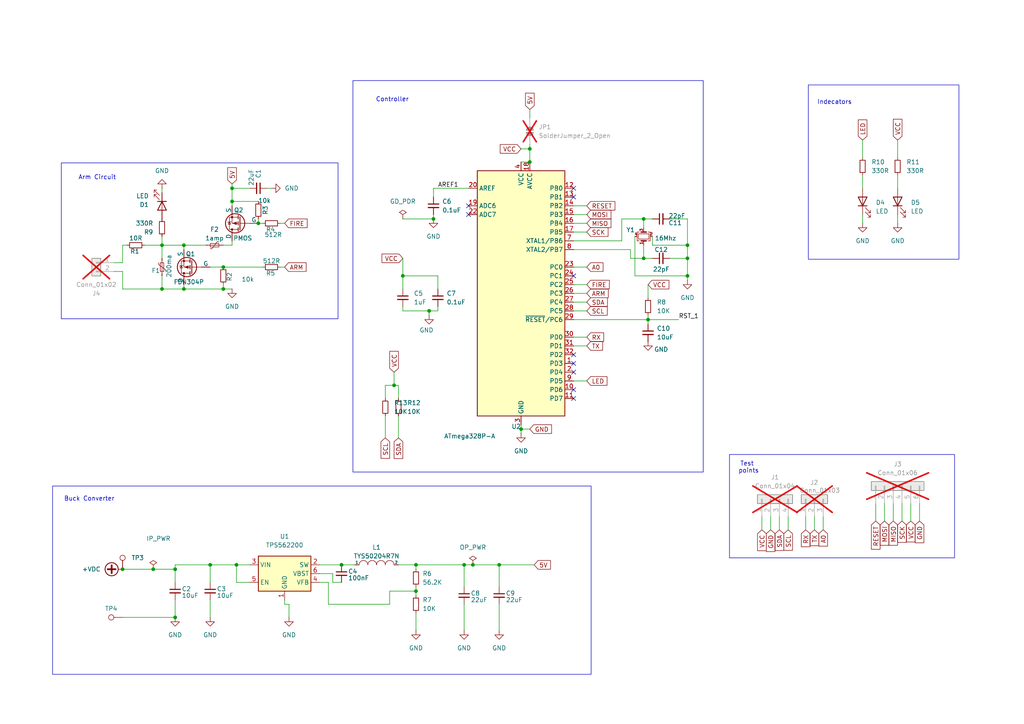
<source format=kicad_sch>
(kicad_sch
	(version 20250114)
	(generator "eeschema")
	(generator_version "9.0")
	(uuid "787c76d0-b1da-4be4-832d-b1aadeb7ce41")
	(paper "A4")
	(lib_symbols
		(symbol "Connector:TestPoint"
			(pin_numbers
				(hide yes)
			)
			(pin_names
				(offset 0.762)
				(hide yes)
			)
			(exclude_from_sim no)
			(in_bom yes)
			(on_board yes)
			(property "Reference" "TP"
				(at 0 6.858 0)
				(effects
					(font
						(size 1.27 1.27)
					)
				)
			)
			(property "Value" "TestPoint"
				(at 0 5.08 0)
				(effects
					(font
						(size 1.27 1.27)
					)
				)
			)
			(property "Footprint" ""
				(at 5.08 0 0)
				(effects
					(font
						(size 1.27 1.27)
					)
					(hide yes)
				)
			)
			(property "Datasheet" "~"
				(at 5.08 0 0)
				(effects
					(font
						(size 1.27 1.27)
					)
					(hide yes)
				)
			)
			(property "Description" "test point"
				(at 0 0 0)
				(effects
					(font
						(size 1.27 1.27)
					)
					(hide yes)
				)
			)
			(property "ki_keywords" "test point tp"
				(at 0 0 0)
				(effects
					(font
						(size 1.27 1.27)
					)
					(hide yes)
				)
			)
			(property "ki_fp_filters" "Pin* Test*"
				(at 0 0 0)
				(effects
					(font
						(size 1.27 1.27)
					)
					(hide yes)
				)
			)
			(symbol "TestPoint_0_1"
				(circle
					(center 0 3.302)
					(radius 0.762)
					(stroke
						(width 0)
						(type default)
					)
					(fill
						(type none)
					)
				)
			)
			(symbol "TestPoint_1_1"
				(pin passive line
					(at 0 0 90)
					(length 2.54)
					(name "1"
						(effects
							(font
								(size 1.27 1.27)
							)
						)
					)
					(number "1"
						(effects
							(font
								(size 1.27 1.27)
							)
						)
					)
				)
			)
			(embedded_fonts no)
		)
		(symbol "Connector_Generic:Conn_01x02"
			(pin_names
				(offset 1.016)
				(hide yes)
			)
			(exclude_from_sim no)
			(in_bom yes)
			(on_board yes)
			(property "Reference" "J"
				(at 0 2.54 0)
				(effects
					(font
						(size 1.27 1.27)
					)
				)
			)
			(property "Value" "Conn_01x02"
				(at 0 -5.08 0)
				(effects
					(font
						(size 1.27 1.27)
					)
				)
			)
			(property "Footprint" ""
				(at 0 0 0)
				(effects
					(font
						(size 1.27 1.27)
					)
					(hide yes)
				)
			)
			(property "Datasheet" "~"
				(at 0 0 0)
				(effects
					(font
						(size 1.27 1.27)
					)
					(hide yes)
				)
			)
			(property "Description" "Generic connector, single row, 01x02, script generated (kicad-library-utils/schlib/autogen/connector/)"
				(at 0 0 0)
				(effects
					(font
						(size 1.27 1.27)
					)
					(hide yes)
				)
			)
			(property "ki_keywords" "connector"
				(at 0 0 0)
				(effects
					(font
						(size 1.27 1.27)
					)
					(hide yes)
				)
			)
			(property "ki_fp_filters" "Connector*:*_1x??_*"
				(at 0 0 0)
				(effects
					(font
						(size 1.27 1.27)
					)
					(hide yes)
				)
			)
			(symbol "Conn_01x02_1_1"
				(rectangle
					(start -1.27 1.27)
					(end 1.27 -3.81)
					(stroke
						(width 0.254)
						(type default)
					)
					(fill
						(type background)
					)
				)
				(rectangle
					(start -1.27 0.127)
					(end 0 -0.127)
					(stroke
						(width 0.1524)
						(type default)
					)
					(fill
						(type none)
					)
				)
				(rectangle
					(start -1.27 -2.413)
					(end 0 -2.667)
					(stroke
						(width 0.1524)
						(type default)
					)
					(fill
						(type none)
					)
				)
				(pin passive line
					(at -5.08 0 0)
					(length 3.81)
					(name "Pin_1"
						(effects
							(font
								(size 1.27 1.27)
							)
						)
					)
					(number "1"
						(effects
							(font
								(size 1.27 1.27)
							)
						)
					)
				)
				(pin passive line
					(at -5.08 -2.54 0)
					(length 3.81)
					(name "Pin_2"
						(effects
							(font
								(size 1.27 1.27)
							)
						)
					)
					(number "2"
						(effects
							(font
								(size 1.27 1.27)
							)
						)
					)
				)
			)
			(embedded_fonts no)
		)
		(symbol "Connector_Generic:Conn_01x03"
			(pin_names
				(offset 1.016)
				(hide yes)
			)
			(exclude_from_sim no)
			(in_bom yes)
			(on_board yes)
			(property "Reference" "J"
				(at 0 5.08 0)
				(effects
					(font
						(size 1.27 1.27)
					)
				)
			)
			(property "Value" "Conn_01x03"
				(at 0 -5.08 0)
				(effects
					(font
						(size 1.27 1.27)
					)
				)
			)
			(property "Footprint" ""
				(at 0 0 0)
				(effects
					(font
						(size 1.27 1.27)
					)
					(hide yes)
				)
			)
			(property "Datasheet" "~"
				(at 0 0 0)
				(effects
					(font
						(size 1.27 1.27)
					)
					(hide yes)
				)
			)
			(property "Description" "Generic connector, single row, 01x03, script generated (kicad-library-utils/schlib/autogen/connector/)"
				(at 0 0 0)
				(effects
					(font
						(size 1.27 1.27)
					)
					(hide yes)
				)
			)
			(property "ki_keywords" "connector"
				(at 0 0 0)
				(effects
					(font
						(size 1.27 1.27)
					)
					(hide yes)
				)
			)
			(property "ki_fp_filters" "Connector*:*_1x??_*"
				(at 0 0 0)
				(effects
					(font
						(size 1.27 1.27)
					)
					(hide yes)
				)
			)
			(symbol "Conn_01x03_1_1"
				(rectangle
					(start -1.27 3.81)
					(end 1.27 -3.81)
					(stroke
						(width 0.254)
						(type default)
					)
					(fill
						(type background)
					)
				)
				(rectangle
					(start -1.27 2.667)
					(end 0 2.413)
					(stroke
						(width 0.1524)
						(type default)
					)
					(fill
						(type none)
					)
				)
				(rectangle
					(start -1.27 0.127)
					(end 0 -0.127)
					(stroke
						(width 0.1524)
						(type default)
					)
					(fill
						(type none)
					)
				)
				(rectangle
					(start -1.27 -2.413)
					(end 0 -2.667)
					(stroke
						(width 0.1524)
						(type default)
					)
					(fill
						(type none)
					)
				)
				(pin passive line
					(at -5.08 2.54 0)
					(length 3.81)
					(name "Pin_1"
						(effects
							(font
								(size 1.27 1.27)
							)
						)
					)
					(number "1"
						(effects
							(font
								(size 1.27 1.27)
							)
						)
					)
				)
				(pin passive line
					(at -5.08 0 0)
					(length 3.81)
					(name "Pin_2"
						(effects
							(font
								(size 1.27 1.27)
							)
						)
					)
					(number "2"
						(effects
							(font
								(size 1.27 1.27)
							)
						)
					)
				)
				(pin passive line
					(at -5.08 -2.54 0)
					(length 3.81)
					(name "Pin_3"
						(effects
							(font
								(size 1.27 1.27)
							)
						)
					)
					(number "3"
						(effects
							(font
								(size 1.27 1.27)
							)
						)
					)
				)
			)
			(embedded_fonts no)
		)
		(symbol "Connector_Generic:Conn_01x04"
			(pin_names
				(offset 1.016)
				(hide yes)
			)
			(exclude_from_sim no)
			(in_bom yes)
			(on_board yes)
			(property "Reference" "J"
				(at 0 5.08 0)
				(effects
					(font
						(size 1.27 1.27)
					)
				)
			)
			(property "Value" "Conn_01x04"
				(at 0 -7.62 0)
				(effects
					(font
						(size 1.27 1.27)
					)
				)
			)
			(property "Footprint" ""
				(at 0 0 0)
				(effects
					(font
						(size 1.27 1.27)
					)
					(hide yes)
				)
			)
			(property "Datasheet" "~"
				(at 0 0 0)
				(effects
					(font
						(size 1.27 1.27)
					)
					(hide yes)
				)
			)
			(property "Description" "Generic connector, single row, 01x04, script generated (kicad-library-utils/schlib/autogen/connector/)"
				(at 0 0 0)
				(effects
					(font
						(size 1.27 1.27)
					)
					(hide yes)
				)
			)
			(property "ki_keywords" "connector"
				(at 0 0 0)
				(effects
					(font
						(size 1.27 1.27)
					)
					(hide yes)
				)
			)
			(property "ki_fp_filters" "Connector*:*_1x??_*"
				(at 0 0 0)
				(effects
					(font
						(size 1.27 1.27)
					)
					(hide yes)
				)
			)
			(symbol "Conn_01x04_1_1"
				(rectangle
					(start -1.27 3.81)
					(end 1.27 -6.35)
					(stroke
						(width 0.254)
						(type default)
					)
					(fill
						(type background)
					)
				)
				(rectangle
					(start -1.27 2.667)
					(end 0 2.413)
					(stroke
						(width 0.1524)
						(type default)
					)
					(fill
						(type none)
					)
				)
				(rectangle
					(start -1.27 0.127)
					(end 0 -0.127)
					(stroke
						(width 0.1524)
						(type default)
					)
					(fill
						(type none)
					)
				)
				(rectangle
					(start -1.27 -2.413)
					(end 0 -2.667)
					(stroke
						(width 0.1524)
						(type default)
					)
					(fill
						(type none)
					)
				)
				(rectangle
					(start -1.27 -4.953)
					(end 0 -5.207)
					(stroke
						(width 0.1524)
						(type default)
					)
					(fill
						(type none)
					)
				)
				(pin passive line
					(at -5.08 2.54 0)
					(length 3.81)
					(name "Pin_1"
						(effects
							(font
								(size 1.27 1.27)
							)
						)
					)
					(number "1"
						(effects
							(font
								(size 1.27 1.27)
							)
						)
					)
				)
				(pin passive line
					(at -5.08 0 0)
					(length 3.81)
					(name "Pin_2"
						(effects
							(font
								(size 1.27 1.27)
							)
						)
					)
					(number "2"
						(effects
							(font
								(size 1.27 1.27)
							)
						)
					)
				)
				(pin passive line
					(at -5.08 -2.54 0)
					(length 3.81)
					(name "Pin_3"
						(effects
							(font
								(size 1.27 1.27)
							)
						)
					)
					(number "3"
						(effects
							(font
								(size 1.27 1.27)
							)
						)
					)
				)
				(pin passive line
					(at -5.08 -5.08 0)
					(length 3.81)
					(name "Pin_4"
						(effects
							(font
								(size 1.27 1.27)
							)
						)
					)
					(number "4"
						(effects
							(font
								(size 1.27 1.27)
							)
						)
					)
				)
			)
			(embedded_fonts no)
		)
		(symbol "Connector_Generic:Conn_01x06"
			(pin_names
				(offset 1.016)
				(hide yes)
			)
			(exclude_from_sim no)
			(in_bom yes)
			(on_board yes)
			(property "Reference" "J"
				(at 0 7.62 0)
				(effects
					(font
						(size 1.27 1.27)
					)
				)
			)
			(property "Value" "Conn_01x06"
				(at 0 -10.16 0)
				(effects
					(font
						(size 1.27 1.27)
					)
				)
			)
			(property "Footprint" ""
				(at 0 0 0)
				(effects
					(font
						(size 1.27 1.27)
					)
					(hide yes)
				)
			)
			(property "Datasheet" "~"
				(at 0 0 0)
				(effects
					(font
						(size 1.27 1.27)
					)
					(hide yes)
				)
			)
			(property "Description" "Generic connector, single row, 01x06, script generated (kicad-library-utils/schlib/autogen/connector/)"
				(at 0 0 0)
				(effects
					(font
						(size 1.27 1.27)
					)
					(hide yes)
				)
			)
			(property "ki_keywords" "connector"
				(at 0 0 0)
				(effects
					(font
						(size 1.27 1.27)
					)
					(hide yes)
				)
			)
			(property "ki_fp_filters" "Connector*:*_1x??_*"
				(at 0 0 0)
				(effects
					(font
						(size 1.27 1.27)
					)
					(hide yes)
				)
			)
			(symbol "Conn_01x06_1_1"
				(rectangle
					(start -1.27 6.35)
					(end 1.27 -8.89)
					(stroke
						(width 0.254)
						(type default)
					)
					(fill
						(type background)
					)
				)
				(rectangle
					(start -1.27 5.207)
					(end 0 4.953)
					(stroke
						(width 0.1524)
						(type default)
					)
					(fill
						(type none)
					)
				)
				(rectangle
					(start -1.27 2.667)
					(end 0 2.413)
					(stroke
						(width 0.1524)
						(type default)
					)
					(fill
						(type none)
					)
				)
				(rectangle
					(start -1.27 0.127)
					(end 0 -0.127)
					(stroke
						(width 0.1524)
						(type default)
					)
					(fill
						(type none)
					)
				)
				(rectangle
					(start -1.27 -2.413)
					(end 0 -2.667)
					(stroke
						(width 0.1524)
						(type default)
					)
					(fill
						(type none)
					)
				)
				(rectangle
					(start -1.27 -4.953)
					(end 0 -5.207)
					(stroke
						(width 0.1524)
						(type default)
					)
					(fill
						(type none)
					)
				)
				(rectangle
					(start -1.27 -7.493)
					(end 0 -7.747)
					(stroke
						(width 0.1524)
						(type default)
					)
					(fill
						(type none)
					)
				)
				(pin passive line
					(at -5.08 5.08 0)
					(length 3.81)
					(name "Pin_1"
						(effects
							(font
								(size 1.27 1.27)
							)
						)
					)
					(number "1"
						(effects
							(font
								(size 1.27 1.27)
							)
						)
					)
				)
				(pin passive line
					(at -5.08 2.54 0)
					(length 3.81)
					(name "Pin_2"
						(effects
							(font
								(size 1.27 1.27)
							)
						)
					)
					(number "2"
						(effects
							(font
								(size 1.27 1.27)
							)
						)
					)
				)
				(pin passive line
					(at -5.08 0 0)
					(length 3.81)
					(name "Pin_3"
						(effects
							(font
								(size 1.27 1.27)
							)
						)
					)
					(number "3"
						(effects
							(font
								(size 1.27 1.27)
							)
						)
					)
				)
				(pin passive line
					(at -5.08 -2.54 0)
					(length 3.81)
					(name "Pin_4"
						(effects
							(font
								(size 1.27 1.27)
							)
						)
					)
					(number "4"
						(effects
							(font
								(size 1.27 1.27)
							)
						)
					)
				)
				(pin passive line
					(at -5.08 -5.08 0)
					(length 3.81)
					(name "Pin_5"
						(effects
							(font
								(size 1.27 1.27)
							)
						)
					)
					(number "5"
						(effects
							(font
								(size 1.27 1.27)
							)
						)
					)
				)
				(pin passive line
					(at -5.08 -7.62 0)
					(length 3.81)
					(name "Pin_6"
						(effects
							(font
								(size 1.27 1.27)
							)
						)
					)
					(number "6"
						(effects
							(font
								(size 1.27 1.27)
							)
						)
					)
				)
			)
			(embedded_fonts no)
		)
		(symbol "Device:C_Small"
			(pin_numbers
				(hide yes)
			)
			(pin_names
				(offset 0.254)
				(hide yes)
			)
			(exclude_from_sim no)
			(in_bom yes)
			(on_board yes)
			(property "Reference" "C"
				(at 0.254 1.778 0)
				(effects
					(font
						(size 1.27 1.27)
					)
					(justify left)
				)
			)
			(property "Value" "C_Small"
				(at 0.254 -2.032 0)
				(effects
					(font
						(size 1.27 1.27)
					)
					(justify left)
				)
			)
			(property "Footprint" ""
				(at 0 0 0)
				(effects
					(font
						(size 1.27 1.27)
					)
					(hide yes)
				)
			)
			(property "Datasheet" "~"
				(at 0 0 0)
				(effects
					(font
						(size 1.27 1.27)
					)
					(hide yes)
				)
			)
			(property "Description" "Unpolarized capacitor, small symbol"
				(at 0 0 0)
				(effects
					(font
						(size 1.27 1.27)
					)
					(hide yes)
				)
			)
			(property "ki_keywords" "capacitor cap"
				(at 0 0 0)
				(effects
					(font
						(size 1.27 1.27)
					)
					(hide yes)
				)
			)
			(property "ki_fp_filters" "C_*"
				(at 0 0 0)
				(effects
					(font
						(size 1.27 1.27)
					)
					(hide yes)
				)
			)
			(symbol "C_Small_0_1"
				(polyline
					(pts
						(xy -1.524 0.508) (xy 1.524 0.508)
					)
					(stroke
						(width 0.3048)
						(type default)
					)
					(fill
						(type none)
					)
				)
				(polyline
					(pts
						(xy -1.524 -0.508) (xy 1.524 -0.508)
					)
					(stroke
						(width 0.3302)
						(type default)
					)
					(fill
						(type none)
					)
				)
			)
			(symbol "C_Small_1_1"
				(pin passive line
					(at 0 2.54 270)
					(length 2.032)
					(name "~"
						(effects
							(font
								(size 1.27 1.27)
							)
						)
					)
					(number "1"
						(effects
							(font
								(size 1.27 1.27)
							)
						)
					)
				)
				(pin passive line
					(at 0 -2.54 90)
					(length 2.032)
					(name "~"
						(effects
							(font
								(size 1.27 1.27)
							)
						)
					)
					(number "2"
						(effects
							(font
								(size 1.27 1.27)
							)
						)
					)
				)
			)
			(embedded_fonts no)
		)
		(symbol "Device:Crystal_GND24_Small"
			(pin_names
				(offset 1.016)
				(hide yes)
			)
			(exclude_from_sim no)
			(in_bom yes)
			(on_board yes)
			(property "Reference" "Y"
				(at 1.27 4.445 0)
				(effects
					(font
						(size 1.27 1.27)
					)
					(justify left)
				)
			)
			(property "Value" "Crystal_GND24_Small"
				(at 1.27 2.54 0)
				(effects
					(font
						(size 1.27 1.27)
					)
					(justify left)
				)
			)
			(property "Footprint" ""
				(at 0 0 0)
				(effects
					(font
						(size 1.27 1.27)
					)
					(hide yes)
				)
			)
			(property "Datasheet" "~"
				(at 0 0 0)
				(effects
					(font
						(size 1.27 1.27)
					)
					(hide yes)
				)
			)
			(property "Description" "Four pin crystal, GND on pins 2 and 4, small symbol"
				(at 0 0 0)
				(effects
					(font
						(size 1.27 1.27)
					)
					(hide yes)
				)
			)
			(property "ki_keywords" "quartz ceramic resonator oscillator"
				(at 0 0 0)
				(effects
					(font
						(size 1.27 1.27)
					)
					(hide yes)
				)
			)
			(property "ki_fp_filters" "Crystal*"
				(at 0 0 0)
				(effects
					(font
						(size 1.27 1.27)
					)
					(hide yes)
				)
			)
			(symbol "Crystal_GND24_Small_0_1"
				(polyline
					(pts
						(xy -1.27 1.27) (xy -1.27 1.905) (xy 1.27 1.905) (xy 1.27 1.27)
					)
					(stroke
						(width 0)
						(type default)
					)
					(fill
						(type none)
					)
				)
				(polyline
					(pts
						(xy -1.27 -0.762) (xy -1.27 0.762)
					)
					(stroke
						(width 0.381)
						(type default)
					)
					(fill
						(type none)
					)
				)
				(polyline
					(pts
						(xy -1.27 -1.27) (xy -1.27 -1.905) (xy 1.27 -1.905) (xy 1.27 -1.27)
					)
					(stroke
						(width 0)
						(type default)
					)
					(fill
						(type none)
					)
				)
				(rectangle
					(start -0.762 -1.524)
					(end 0.762 1.524)
					(stroke
						(width 0)
						(type default)
					)
					(fill
						(type none)
					)
				)
				(polyline
					(pts
						(xy 1.27 -0.762) (xy 1.27 0.762)
					)
					(stroke
						(width 0.381)
						(type default)
					)
					(fill
						(type none)
					)
				)
			)
			(symbol "Crystal_GND24_Small_1_1"
				(pin passive line
					(at -2.54 0 0)
					(length 1.27)
					(name "1"
						(effects
							(font
								(size 1.27 1.27)
							)
						)
					)
					(number "1"
						(effects
							(font
								(size 0.762 0.762)
							)
						)
					)
				)
				(pin passive line
					(at 0 2.54 270)
					(length 0.635)
					(name "4"
						(effects
							(font
								(size 1.27 1.27)
							)
						)
					)
					(number "4"
						(effects
							(font
								(size 0.762 0.762)
							)
						)
					)
				)
				(pin passive line
					(at 0 -2.54 90)
					(length 0.635)
					(name "2"
						(effects
							(font
								(size 1.27 1.27)
							)
						)
					)
					(number "2"
						(effects
							(font
								(size 0.762 0.762)
							)
						)
					)
				)
				(pin passive line
					(at 2.54 0 180)
					(length 1.27)
					(name "3"
						(effects
							(font
								(size 1.27 1.27)
							)
						)
					)
					(number "3"
						(effects
							(font
								(size 0.762 0.762)
							)
						)
					)
				)
			)
			(embedded_fonts no)
		)
		(symbol "Device:LED"
			(pin_numbers
				(hide yes)
			)
			(pin_names
				(offset 1.016)
				(hide yes)
			)
			(exclude_from_sim no)
			(in_bom yes)
			(on_board yes)
			(property "Reference" "D"
				(at 0 2.54 0)
				(effects
					(font
						(size 1.27 1.27)
					)
				)
			)
			(property "Value" "LED"
				(at 0 -2.54 0)
				(effects
					(font
						(size 1.27 1.27)
					)
				)
			)
			(property "Footprint" ""
				(at 0 0 0)
				(effects
					(font
						(size 1.27 1.27)
					)
					(hide yes)
				)
			)
			(property "Datasheet" "~"
				(at 0 0 0)
				(effects
					(font
						(size 1.27 1.27)
					)
					(hide yes)
				)
			)
			(property "Description" "Light emitting diode"
				(at 0 0 0)
				(effects
					(font
						(size 1.27 1.27)
					)
					(hide yes)
				)
			)
			(property "ki_keywords" "LED diode"
				(at 0 0 0)
				(effects
					(font
						(size 1.27 1.27)
					)
					(hide yes)
				)
			)
			(property "ki_fp_filters" "LED* LED_SMD:* LED_THT:*"
				(at 0 0 0)
				(effects
					(font
						(size 1.27 1.27)
					)
					(hide yes)
				)
			)
			(symbol "LED_0_1"
				(polyline
					(pts
						(xy -3.048 -0.762) (xy -4.572 -2.286) (xy -3.81 -2.286) (xy -4.572 -2.286) (xy -4.572 -1.524)
					)
					(stroke
						(width 0)
						(type default)
					)
					(fill
						(type none)
					)
				)
				(polyline
					(pts
						(xy -1.778 -0.762) (xy -3.302 -2.286) (xy -2.54 -2.286) (xy -3.302 -2.286) (xy -3.302 -1.524)
					)
					(stroke
						(width 0)
						(type default)
					)
					(fill
						(type none)
					)
				)
				(polyline
					(pts
						(xy -1.27 0) (xy 1.27 0)
					)
					(stroke
						(width 0)
						(type default)
					)
					(fill
						(type none)
					)
				)
				(polyline
					(pts
						(xy -1.27 -1.27) (xy -1.27 1.27)
					)
					(stroke
						(width 0.254)
						(type default)
					)
					(fill
						(type none)
					)
				)
				(polyline
					(pts
						(xy 1.27 -1.27) (xy 1.27 1.27) (xy -1.27 0) (xy 1.27 -1.27)
					)
					(stroke
						(width 0.254)
						(type default)
					)
					(fill
						(type none)
					)
				)
			)
			(symbol "LED_1_1"
				(pin passive line
					(at -3.81 0 0)
					(length 2.54)
					(name "K"
						(effects
							(font
								(size 1.27 1.27)
							)
						)
					)
					(number "1"
						(effects
							(font
								(size 1.27 1.27)
							)
						)
					)
				)
				(pin passive line
					(at 3.81 0 180)
					(length 2.54)
					(name "A"
						(effects
							(font
								(size 1.27 1.27)
							)
						)
					)
					(number "2"
						(effects
							(font
								(size 1.27 1.27)
							)
						)
					)
				)
			)
			(embedded_fonts no)
		)
		(symbol "Device:Polyfuse_Small"
			(pin_numbers
				(hide yes)
			)
			(pin_names
				(offset 0)
			)
			(exclude_from_sim no)
			(in_bom yes)
			(on_board yes)
			(property "Reference" "F"
				(at -1.905 0 90)
				(effects
					(font
						(size 1.27 1.27)
					)
				)
			)
			(property "Value" "Polyfuse_Small"
				(at 1.905 0 90)
				(effects
					(font
						(size 1.27 1.27)
					)
				)
			)
			(property "Footprint" ""
				(at 1.27 -5.08 0)
				(effects
					(font
						(size 1.27 1.27)
					)
					(justify left)
					(hide yes)
				)
			)
			(property "Datasheet" "~"
				(at 0 0 0)
				(effects
					(font
						(size 1.27 1.27)
					)
					(hide yes)
				)
			)
			(property "Description" "Resettable fuse, polymeric positive temperature coefficient, small symbol"
				(at 0 0 0)
				(effects
					(font
						(size 1.27 1.27)
					)
					(hide yes)
				)
			)
			(property "ki_keywords" "resettable fuse PTC PPTC polyfuse polyswitch"
				(at 0 0 0)
				(effects
					(font
						(size 1.27 1.27)
					)
					(hide yes)
				)
			)
			(property "ki_fp_filters" "*polyfuse* *PTC*"
				(at 0 0 0)
				(effects
					(font
						(size 1.27 1.27)
					)
					(hide yes)
				)
			)
			(symbol "Polyfuse_Small_0_1"
				(polyline
					(pts
						(xy -1.016 1.27) (xy -1.016 0.762) (xy 1.016 -0.762) (xy 1.016 -1.27)
					)
					(stroke
						(width 0)
						(type default)
					)
					(fill
						(type none)
					)
				)
				(rectangle
					(start -0.508 1.27)
					(end 0.508 -1.27)
					(stroke
						(width 0)
						(type default)
					)
					(fill
						(type none)
					)
				)
				(polyline
					(pts
						(xy 0 2.54) (xy 0 -2.54)
					)
					(stroke
						(width 0)
						(type default)
					)
					(fill
						(type none)
					)
				)
			)
			(symbol "Polyfuse_Small_1_1"
				(pin passive line
					(at 0 2.54 270)
					(length 0.635)
					(name "~"
						(effects
							(font
								(size 1.27 1.27)
							)
						)
					)
					(number "1"
						(effects
							(font
								(size 1.27 1.27)
							)
						)
					)
				)
				(pin passive line
					(at 0 -2.54 90)
					(length 0.635)
					(name "~"
						(effects
							(font
								(size 1.27 1.27)
							)
						)
					)
					(number "2"
						(effects
							(font
								(size 1.27 1.27)
							)
						)
					)
				)
			)
			(embedded_fonts no)
		)
		(symbol "Device:R_Small"
			(pin_numbers
				(hide yes)
			)
			(pin_names
				(offset 0.254)
				(hide yes)
			)
			(exclude_from_sim no)
			(in_bom yes)
			(on_board yes)
			(property "Reference" "R"
				(at 0.762 0.508 0)
				(effects
					(font
						(size 1.27 1.27)
					)
					(justify left)
				)
			)
			(property "Value" "R_Small"
				(at 0.762 -1.016 0)
				(effects
					(font
						(size 1.27 1.27)
					)
					(justify left)
				)
			)
			(property "Footprint" ""
				(at 0 0 0)
				(effects
					(font
						(size 1.27 1.27)
					)
					(hide yes)
				)
			)
			(property "Datasheet" "~"
				(at 0 0 0)
				(effects
					(font
						(size 1.27 1.27)
					)
					(hide yes)
				)
			)
			(property "Description" "Resistor, small symbol"
				(at 0 0 0)
				(effects
					(font
						(size 1.27 1.27)
					)
					(hide yes)
				)
			)
			(property "ki_keywords" "R resistor"
				(at 0 0 0)
				(effects
					(font
						(size 1.27 1.27)
					)
					(hide yes)
				)
			)
			(property "ki_fp_filters" "R_*"
				(at 0 0 0)
				(effects
					(font
						(size 1.27 1.27)
					)
					(hide yes)
				)
			)
			(symbol "R_Small_0_1"
				(rectangle
					(start -0.762 1.778)
					(end 0.762 -1.778)
					(stroke
						(width 0.2032)
						(type default)
					)
					(fill
						(type none)
					)
				)
			)
			(symbol "R_Small_1_1"
				(pin passive line
					(at 0 2.54 270)
					(length 0.762)
					(name "~"
						(effects
							(font
								(size 1.27 1.27)
							)
						)
					)
					(number "1"
						(effects
							(font
								(size 1.27 1.27)
							)
						)
					)
				)
				(pin passive line
					(at 0 -2.54 90)
					(length 0.762)
					(name "~"
						(effects
							(font
								(size 1.27 1.27)
							)
						)
					)
					(number "2"
						(effects
							(font
								(size 1.27 1.27)
							)
						)
					)
				)
			)
			(embedded_fonts no)
		)
		(symbol "Jumper:SolderJumper_2_Open"
			(pin_numbers
				(hide yes)
			)
			(pin_names
				(offset 0)
				(hide yes)
			)
			(exclude_from_sim yes)
			(in_bom no)
			(on_board yes)
			(property "Reference" "JP"
				(at 0 2.032 0)
				(effects
					(font
						(size 1.27 1.27)
					)
				)
			)
			(property "Value" "SolderJumper_2_Open"
				(at 0 -2.54 0)
				(effects
					(font
						(size 1.27 1.27)
					)
				)
			)
			(property "Footprint" ""
				(at 0 0 0)
				(effects
					(font
						(size 1.27 1.27)
					)
					(hide yes)
				)
			)
			(property "Datasheet" "~"
				(at 0 0 0)
				(effects
					(font
						(size 1.27 1.27)
					)
					(hide yes)
				)
			)
			(property "Description" "Solder Jumper, 2-pole, open"
				(at 0 0 0)
				(effects
					(font
						(size 1.27 1.27)
					)
					(hide yes)
				)
			)
			(property "ki_keywords" "solder jumper SPST"
				(at 0 0 0)
				(effects
					(font
						(size 1.27 1.27)
					)
					(hide yes)
				)
			)
			(property "ki_fp_filters" "SolderJumper*Open*"
				(at 0 0 0)
				(effects
					(font
						(size 1.27 1.27)
					)
					(hide yes)
				)
			)
			(symbol "SolderJumper_2_Open_0_1"
				(polyline
					(pts
						(xy -0.254 1.016) (xy -0.254 -1.016)
					)
					(stroke
						(width 0)
						(type default)
					)
					(fill
						(type none)
					)
				)
				(arc
					(start -0.254 -1.016)
					(mid -1.2656 0)
					(end -0.254 1.016)
					(stroke
						(width 0)
						(type default)
					)
					(fill
						(type none)
					)
				)
				(arc
					(start -0.254 -1.016)
					(mid -1.2656 0)
					(end -0.254 1.016)
					(stroke
						(width 0)
						(type default)
					)
					(fill
						(type outline)
					)
				)
				(arc
					(start 0.254 1.016)
					(mid 1.2656 0)
					(end 0.254 -1.016)
					(stroke
						(width 0)
						(type default)
					)
					(fill
						(type none)
					)
				)
				(arc
					(start 0.254 1.016)
					(mid 1.2656 0)
					(end 0.254 -1.016)
					(stroke
						(width 0)
						(type default)
					)
					(fill
						(type outline)
					)
				)
				(polyline
					(pts
						(xy 0.254 1.016) (xy 0.254 -1.016)
					)
					(stroke
						(width 0)
						(type default)
					)
					(fill
						(type none)
					)
				)
			)
			(symbol "SolderJumper_2_Open_1_1"
				(pin passive line
					(at -3.81 0 0)
					(length 2.54)
					(name "A"
						(effects
							(font
								(size 1.27 1.27)
							)
						)
					)
					(number "1"
						(effects
							(font
								(size 1.27 1.27)
							)
						)
					)
				)
				(pin passive line
					(at 3.81 0 180)
					(length 2.54)
					(name "B"
						(effects
							(font
								(size 1.27 1.27)
							)
						)
					)
					(number "2"
						(effects
							(font
								(size 1.27 1.27)
							)
						)
					)
				)
			)
			(embedded_fonts no)
		)
		(symbol "MCU_Microchip_ATmega:ATmega328P-A"
			(exclude_from_sim no)
			(in_bom yes)
			(on_board yes)
			(property "Reference" "U"
				(at -12.7 36.83 0)
				(effects
					(font
						(size 1.27 1.27)
					)
					(justify left bottom)
				)
			)
			(property "Value" "ATmega328P-A"
				(at 2.54 -36.83 0)
				(effects
					(font
						(size 1.27 1.27)
					)
					(justify left top)
				)
			)
			(property "Footprint" "Package_QFP:TQFP-32_7x7mm_P0.8mm"
				(at 0 0 0)
				(effects
					(font
						(size 1.27 1.27)
						(italic yes)
					)
					(hide yes)
				)
			)
			(property "Datasheet" "http://ww1.microchip.com/downloads/en/DeviceDoc/ATmega328_P%20AVR%20MCU%20with%20picoPower%20Technology%20Data%20Sheet%2040001984A.pdf"
				(at 0 0 0)
				(effects
					(font
						(size 1.27 1.27)
					)
					(hide yes)
				)
			)
			(property "Description" "20MHz, 32kB Flash, 2kB SRAM, 1kB EEPROM, TQFP-32"
				(at 0 0 0)
				(effects
					(font
						(size 1.27 1.27)
					)
					(hide yes)
				)
			)
			(property "ki_keywords" "AVR 8bit Microcontroller MegaAVR PicoPower"
				(at 0 0 0)
				(effects
					(font
						(size 1.27 1.27)
					)
					(hide yes)
				)
			)
			(property "ki_fp_filters" "TQFP*7x7mm*P0.8mm*"
				(at 0 0 0)
				(effects
					(font
						(size 1.27 1.27)
					)
					(hide yes)
				)
			)
			(symbol "ATmega328P-A_0_1"
				(rectangle
					(start -12.7 -35.56)
					(end 12.7 35.56)
					(stroke
						(width 0.254)
						(type default)
					)
					(fill
						(type background)
					)
				)
			)
			(symbol "ATmega328P-A_1_1"
				(pin passive line
					(at -15.24 30.48 0)
					(length 2.54)
					(name "AREF"
						(effects
							(font
								(size 1.27 1.27)
							)
						)
					)
					(number "20"
						(effects
							(font
								(size 1.27 1.27)
							)
						)
					)
				)
				(pin input line
					(at -15.24 25.4 0)
					(length 2.54)
					(name "ADC6"
						(effects
							(font
								(size 1.27 1.27)
							)
						)
					)
					(number "19"
						(effects
							(font
								(size 1.27 1.27)
							)
						)
					)
				)
				(pin input line
					(at -15.24 22.86 0)
					(length 2.54)
					(name "ADC7"
						(effects
							(font
								(size 1.27 1.27)
							)
						)
					)
					(number "22"
						(effects
							(font
								(size 1.27 1.27)
							)
						)
					)
				)
				(pin power_in line
					(at 0 38.1 270)
					(length 2.54)
					(name "VCC"
						(effects
							(font
								(size 1.27 1.27)
							)
						)
					)
					(number "4"
						(effects
							(font
								(size 1.27 1.27)
							)
						)
					)
				)
				(pin passive line
					(at 0 38.1 270)
					(length 2.54)
					(hide yes)
					(name "VCC"
						(effects
							(font
								(size 1.27 1.27)
							)
						)
					)
					(number "6"
						(effects
							(font
								(size 1.27 1.27)
							)
						)
					)
				)
				(pin passive line
					(at 0 -38.1 90)
					(length 2.54)
					(hide yes)
					(name "GND"
						(effects
							(font
								(size 1.27 1.27)
							)
						)
					)
					(number "21"
						(effects
							(font
								(size 1.27 1.27)
							)
						)
					)
				)
				(pin power_in line
					(at 0 -38.1 90)
					(length 2.54)
					(name "GND"
						(effects
							(font
								(size 1.27 1.27)
							)
						)
					)
					(number "3"
						(effects
							(font
								(size 1.27 1.27)
							)
						)
					)
				)
				(pin passive line
					(at 0 -38.1 90)
					(length 2.54)
					(hide yes)
					(name "GND"
						(effects
							(font
								(size 1.27 1.27)
							)
						)
					)
					(number "5"
						(effects
							(font
								(size 1.27 1.27)
							)
						)
					)
				)
				(pin power_in line
					(at 2.54 38.1 270)
					(length 2.54)
					(name "AVCC"
						(effects
							(font
								(size 1.27 1.27)
							)
						)
					)
					(number "18"
						(effects
							(font
								(size 1.27 1.27)
							)
						)
					)
				)
				(pin bidirectional line
					(at 15.24 30.48 180)
					(length 2.54)
					(name "PB0"
						(effects
							(font
								(size 1.27 1.27)
							)
						)
					)
					(number "12"
						(effects
							(font
								(size 1.27 1.27)
							)
						)
					)
				)
				(pin bidirectional line
					(at 15.24 27.94 180)
					(length 2.54)
					(name "PB1"
						(effects
							(font
								(size 1.27 1.27)
							)
						)
					)
					(number "13"
						(effects
							(font
								(size 1.27 1.27)
							)
						)
					)
				)
				(pin bidirectional line
					(at 15.24 25.4 180)
					(length 2.54)
					(name "PB2"
						(effects
							(font
								(size 1.27 1.27)
							)
						)
					)
					(number "14"
						(effects
							(font
								(size 1.27 1.27)
							)
						)
					)
				)
				(pin bidirectional line
					(at 15.24 22.86 180)
					(length 2.54)
					(name "PB3"
						(effects
							(font
								(size 1.27 1.27)
							)
						)
					)
					(number "15"
						(effects
							(font
								(size 1.27 1.27)
							)
						)
					)
				)
				(pin bidirectional line
					(at 15.24 20.32 180)
					(length 2.54)
					(name "PB4"
						(effects
							(font
								(size 1.27 1.27)
							)
						)
					)
					(number "16"
						(effects
							(font
								(size 1.27 1.27)
							)
						)
					)
				)
				(pin bidirectional line
					(at 15.24 17.78 180)
					(length 2.54)
					(name "PB5"
						(effects
							(font
								(size 1.27 1.27)
							)
						)
					)
					(number "17"
						(effects
							(font
								(size 1.27 1.27)
							)
						)
					)
				)
				(pin bidirectional line
					(at 15.24 15.24 180)
					(length 2.54)
					(name "XTAL1/PB6"
						(effects
							(font
								(size 1.27 1.27)
							)
						)
					)
					(number "7"
						(effects
							(font
								(size 1.27 1.27)
							)
						)
					)
				)
				(pin bidirectional line
					(at 15.24 12.7 180)
					(length 2.54)
					(name "XTAL2/PB7"
						(effects
							(font
								(size 1.27 1.27)
							)
						)
					)
					(number "8"
						(effects
							(font
								(size 1.27 1.27)
							)
						)
					)
				)
				(pin bidirectional line
					(at 15.24 7.62 180)
					(length 2.54)
					(name "PC0"
						(effects
							(font
								(size 1.27 1.27)
							)
						)
					)
					(number "23"
						(effects
							(font
								(size 1.27 1.27)
							)
						)
					)
				)
				(pin bidirectional line
					(at 15.24 5.08 180)
					(length 2.54)
					(name "PC1"
						(effects
							(font
								(size 1.27 1.27)
							)
						)
					)
					(number "24"
						(effects
							(font
								(size 1.27 1.27)
							)
						)
					)
				)
				(pin bidirectional line
					(at 15.24 2.54 180)
					(length 2.54)
					(name "PC2"
						(effects
							(font
								(size 1.27 1.27)
							)
						)
					)
					(number "25"
						(effects
							(font
								(size 1.27 1.27)
							)
						)
					)
				)
				(pin bidirectional line
					(at 15.24 0 180)
					(length 2.54)
					(name "PC3"
						(effects
							(font
								(size 1.27 1.27)
							)
						)
					)
					(number "26"
						(effects
							(font
								(size 1.27 1.27)
							)
						)
					)
				)
				(pin bidirectional line
					(at 15.24 -2.54 180)
					(length 2.54)
					(name "PC4"
						(effects
							(font
								(size 1.27 1.27)
							)
						)
					)
					(number "27"
						(effects
							(font
								(size 1.27 1.27)
							)
						)
					)
				)
				(pin bidirectional line
					(at 15.24 -5.08 180)
					(length 2.54)
					(name "PC5"
						(effects
							(font
								(size 1.27 1.27)
							)
						)
					)
					(number "28"
						(effects
							(font
								(size 1.27 1.27)
							)
						)
					)
				)
				(pin bidirectional line
					(at 15.24 -7.62 180)
					(length 2.54)
					(name "~{RESET}/PC6"
						(effects
							(font
								(size 1.27 1.27)
							)
						)
					)
					(number "29"
						(effects
							(font
								(size 1.27 1.27)
							)
						)
					)
				)
				(pin bidirectional line
					(at 15.24 -12.7 180)
					(length 2.54)
					(name "PD0"
						(effects
							(font
								(size 1.27 1.27)
							)
						)
					)
					(number "30"
						(effects
							(font
								(size 1.27 1.27)
							)
						)
					)
				)
				(pin bidirectional line
					(at 15.24 -15.24 180)
					(length 2.54)
					(name "PD1"
						(effects
							(font
								(size 1.27 1.27)
							)
						)
					)
					(number "31"
						(effects
							(font
								(size 1.27 1.27)
							)
						)
					)
				)
				(pin bidirectional line
					(at 15.24 -17.78 180)
					(length 2.54)
					(name "PD2"
						(effects
							(font
								(size 1.27 1.27)
							)
						)
					)
					(number "32"
						(effects
							(font
								(size 1.27 1.27)
							)
						)
					)
				)
				(pin bidirectional line
					(at 15.24 -20.32 180)
					(length 2.54)
					(name "PD3"
						(effects
							(font
								(size 1.27 1.27)
							)
						)
					)
					(number "1"
						(effects
							(font
								(size 1.27 1.27)
							)
						)
					)
				)
				(pin bidirectional line
					(at 15.24 -22.86 180)
					(length 2.54)
					(name "PD4"
						(effects
							(font
								(size 1.27 1.27)
							)
						)
					)
					(number "2"
						(effects
							(font
								(size 1.27 1.27)
							)
						)
					)
				)
				(pin bidirectional line
					(at 15.24 -25.4 180)
					(length 2.54)
					(name "PD5"
						(effects
							(font
								(size 1.27 1.27)
							)
						)
					)
					(number "9"
						(effects
							(font
								(size 1.27 1.27)
							)
						)
					)
				)
				(pin bidirectional line
					(at 15.24 -27.94 180)
					(length 2.54)
					(name "PD6"
						(effects
							(font
								(size 1.27 1.27)
							)
						)
					)
					(number "10"
						(effects
							(font
								(size 1.27 1.27)
							)
						)
					)
				)
				(pin bidirectional line
					(at 15.24 -30.48 180)
					(length 2.54)
					(name "PD7"
						(effects
							(font
								(size 1.27 1.27)
							)
						)
					)
					(number "11"
						(effects
							(font
								(size 1.27 1.27)
							)
						)
					)
				)
			)
			(embedded_fonts no)
		)
		(symbol "Regulator_Switching:TPS562200"
			(exclude_from_sim no)
			(in_bom yes)
			(on_board yes)
			(property "Reference" "U"
				(at -7.62 6.35 0)
				(effects
					(font
						(size 1.27 1.27)
					)
					(justify left)
				)
			)
			(property "Value" "TPS562200"
				(at -2.54 6.35 0)
				(effects
					(font
						(size 1.27 1.27)
					)
					(justify left)
				)
			)
			(property "Footprint" "Package_TO_SOT_SMD:SOT-23-6"
				(at 1.27 -6.35 0)
				(effects
					(font
						(size 1.27 1.27)
					)
					(justify left)
					(hide yes)
				)
			)
			(property "Datasheet" "http://www.ti.com/lit/ds/symlink/tps563200.pdf"
				(at 0 0 0)
				(effects
					(font
						(size 1.27 1.27)
					)
					(hide yes)
				)
			)
			(property "Description" "2A Synchronous Step-Down Voltage Regulator, Adjustable Output Voltage, 4.5-17V Input Voltage, SOT-23-6"
				(at 0 0 0)
				(effects
					(font
						(size 1.27 1.27)
					)
					(hide yes)
				)
			)
			(property "ki_keywords" "step-down dcdc voltage regulator"
				(at 0 0 0)
				(effects
					(font
						(size 1.27 1.27)
					)
					(hide yes)
				)
			)
			(property "ki_fp_filters" "SOT?23*"
				(at 0 0 0)
				(effects
					(font
						(size 1.27 1.27)
					)
					(hide yes)
				)
			)
			(symbol "TPS562200_0_1"
				(rectangle
					(start -7.62 5.08)
					(end 7.62 -5.08)
					(stroke
						(width 0.254)
						(type default)
					)
					(fill
						(type background)
					)
				)
			)
			(symbol "TPS562200_1_1"
				(pin power_in line
					(at -10.16 2.54 0)
					(length 2.54)
					(name "VIN"
						(effects
							(font
								(size 1.27 1.27)
							)
						)
					)
					(number "3"
						(effects
							(font
								(size 1.27 1.27)
							)
						)
					)
				)
				(pin input line
					(at -10.16 -2.54 0)
					(length 2.54)
					(name "EN"
						(effects
							(font
								(size 1.27 1.27)
							)
						)
					)
					(number "5"
						(effects
							(font
								(size 1.27 1.27)
							)
						)
					)
				)
				(pin power_in line
					(at 0 -7.62 90)
					(length 2.54)
					(name "GND"
						(effects
							(font
								(size 1.27 1.27)
							)
						)
					)
					(number "1"
						(effects
							(font
								(size 1.27 1.27)
							)
						)
					)
				)
				(pin output line
					(at 10.16 2.54 180)
					(length 2.54)
					(name "SW"
						(effects
							(font
								(size 1.27 1.27)
							)
						)
					)
					(number "2"
						(effects
							(font
								(size 1.27 1.27)
							)
						)
					)
				)
				(pin passive line
					(at 10.16 0 180)
					(length 2.54)
					(name "VBST"
						(effects
							(font
								(size 1.27 1.27)
							)
						)
					)
					(number "6"
						(effects
							(font
								(size 1.27 1.27)
							)
						)
					)
				)
				(pin input line
					(at 10.16 -2.54 180)
					(length 2.54)
					(name "VFB"
						(effects
							(font
								(size 1.27 1.27)
							)
						)
					)
					(number "4"
						(effects
							(font
								(size 1.27 1.27)
							)
						)
					)
				)
			)
			(embedded_fonts no)
		)
		(symbol "Simulation_SPICE:PMOS"
			(pin_numbers
				(hide yes)
			)
			(pin_names
				(offset 0)
			)
			(exclude_from_sim no)
			(in_bom yes)
			(on_board yes)
			(property "Reference" "Q"
				(at 5.08 1.27 0)
				(effects
					(font
						(size 1.27 1.27)
					)
					(justify left)
				)
			)
			(property "Value" "PMOS"
				(at 5.08 -1.27 0)
				(effects
					(font
						(size 1.27 1.27)
					)
					(justify left)
				)
			)
			(property "Footprint" ""
				(at 5.08 2.54 0)
				(effects
					(font
						(size 1.27 1.27)
					)
					(hide yes)
				)
			)
			(property "Datasheet" "https://ngspice.sourceforge.io/docs/ngspice-html-manual/manual.xhtml#cha_MOSFETs"
				(at 0 -12.7 0)
				(effects
					(font
						(size 1.27 1.27)
					)
					(hide yes)
				)
			)
			(property "Description" "P-MOSFET transistor, drain/source/gate"
				(at 0 0 0)
				(effects
					(font
						(size 1.27 1.27)
					)
					(hide yes)
				)
			)
			(property "Sim.Device" "PMOS"
				(at 0 -17.145 0)
				(effects
					(font
						(size 1.27 1.27)
					)
					(hide yes)
				)
			)
			(property "Sim.Type" "VDMOS"
				(at 0 -19.05 0)
				(effects
					(font
						(size 1.27 1.27)
					)
					(hide yes)
				)
			)
			(property "Sim.Pins" "1=D 2=G 3=S"
				(at 0 -15.24 0)
				(effects
					(font
						(size 1.27 1.27)
					)
					(hide yes)
				)
			)
			(property "ki_keywords" "transistor PMOS P-MOS P-MOSFET simulation"
				(at 0 0 0)
				(effects
					(font
						(size 1.27 1.27)
					)
					(hide yes)
				)
			)
			(symbol "PMOS_0_1"
				(polyline
					(pts
						(xy 0.254 1.905) (xy 0.254 -1.905)
					)
					(stroke
						(width 0.254)
						(type default)
					)
					(fill
						(type none)
					)
				)
				(polyline
					(pts
						(xy 0.254 0) (xy -2.54 0)
					)
					(stroke
						(width 0)
						(type default)
					)
					(fill
						(type none)
					)
				)
				(polyline
					(pts
						(xy 0.762 2.286) (xy 0.762 1.27)
					)
					(stroke
						(width 0.254)
						(type default)
					)
					(fill
						(type none)
					)
				)
				(polyline
					(pts
						(xy 0.762 1.778) (xy 3.302 1.778) (xy 3.302 -1.778) (xy 0.762 -1.778)
					)
					(stroke
						(width 0)
						(type default)
					)
					(fill
						(type none)
					)
				)
				(polyline
					(pts
						(xy 0.762 0.508) (xy 0.762 -0.508)
					)
					(stroke
						(width 0.254)
						(type default)
					)
					(fill
						(type none)
					)
				)
				(polyline
					(pts
						(xy 0.762 -1.27) (xy 0.762 -2.286)
					)
					(stroke
						(width 0.254)
						(type default)
					)
					(fill
						(type none)
					)
				)
				(circle
					(center 1.651 0)
					(radius 2.794)
					(stroke
						(width 0.254)
						(type default)
					)
					(fill
						(type none)
					)
				)
				(polyline
					(pts
						(xy 2.286 0) (xy 1.27 0.381) (xy 1.27 -0.381) (xy 2.286 0)
					)
					(stroke
						(width 0)
						(type default)
					)
					(fill
						(type outline)
					)
				)
				(polyline
					(pts
						(xy 2.54 2.54) (xy 2.54 1.778)
					)
					(stroke
						(width 0)
						(type default)
					)
					(fill
						(type none)
					)
				)
				(circle
					(center 2.54 1.778)
					(radius 0.254)
					(stroke
						(width 0)
						(type default)
					)
					(fill
						(type outline)
					)
				)
				(circle
					(center 2.54 -1.778)
					(radius 0.254)
					(stroke
						(width 0)
						(type default)
					)
					(fill
						(type outline)
					)
				)
				(polyline
					(pts
						(xy 2.54 -2.54) (xy 2.54 0) (xy 0.762 0)
					)
					(stroke
						(width 0)
						(type default)
					)
					(fill
						(type none)
					)
				)
				(polyline
					(pts
						(xy 2.794 -0.508) (xy 2.921 -0.381) (xy 3.683 -0.381) (xy 3.81 -0.254)
					)
					(stroke
						(width 0)
						(type default)
					)
					(fill
						(type none)
					)
				)
				(polyline
					(pts
						(xy 3.302 -0.381) (xy 2.921 0.254) (xy 3.683 0.254) (xy 3.302 -0.381)
					)
					(stroke
						(width 0)
						(type default)
					)
					(fill
						(type none)
					)
				)
			)
			(symbol "PMOS_1_1"
				(pin input line
					(at -5.08 0 0)
					(length 2.54)
					(name "G"
						(effects
							(font
								(size 1.27 1.27)
							)
						)
					)
					(number "2"
						(effects
							(font
								(size 1.27 1.27)
							)
						)
					)
				)
				(pin passive line
					(at 2.54 5.08 270)
					(length 2.54)
					(name "D"
						(effects
							(font
								(size 1.27 1.27)
							)
						)
					)
					(number "1"
						(effects
							(font
								(size 1.27 1.27)
							)
						)
					)
				)
				(pin passive line
					(at 2.54 -5.08 90)
					(length 2.54)
					(name "S"
						(effects
							(font
								(size 1.27 1.27)
							)
						)
					)
					(number "3"
						(effects
							(font
								(size 1.27 1.27)
							)
						)
					)
				)
			)
			(embedded_fonts no)
		)
		(symbol "power:+VDC"
			(power)
			(pin_numbers
				(hide yes)
			)
			(pin_names
				(offset 0)
				(hide yes)
			)
			(exclude_from_sim no)
			(in_bom yes)
			(on_board yes)
			(property "Reference" "#PWR"
				(at 0 -2.54 0)
				(effects
					(font
						(size 1.27 1.27)
					)
					(hide yes)
				)
			)
			(property "Value" "+VDC"
				(at 0 6.35 0)
				(effects
					(font
						(size 1.27 1.27)
					)
				)
			)
			(property "Footprint" ""
				(at 0 0 0)
				(effects
					(font
						(size 1.27 1.27)
					)
					(hide yes)
				)
			)
			(property "Datasheet" ""
				(at 0 0 0)
				(effects
					(font
						(size 1.27 1.27)
					)
					(hide yes)
				)
			)
			(property "Description" "Power symbol creates a global label with name \"+VDC\""
				(at 0 0 0)
				(effects
					(font
						(size 1.27 1.27)
					)
					(hide yes)
				)
			)
			(property "ki_keywords" "global power"
				(at 0 0 0)
				(effects
					(font
						(size 1.27 1.27)
					)
					(hide yes)
				)
			)
			(symbol "+VDC_0_1"
				(polyline
					(pts
						(xy -1.143 3.175) (xy 1.143 3.175)
					)
					(stroke
						(width 0.508)
						(type default)
					)
					(fill
						(type none)
					)
				)
				(circle
					(center 0 3.175)
					(radius 1.905)
					(stroke
						(width 0.254)
						(type default)
					)
					(fill
						(type none)
					)
				)
				(polyline
					(pts
						(xy 0 2.032) (xy 0 4.318)
					)
					(stroke
						(width 0.508)
						(type default)
					)
					(fill
						(type none)
					)
				)
				(polyline
					(pts
						(xy 0 0) (xy 0 1.27)
					)
					(stroke
						(width 0)
						(type default)
					)
					(fill
						(type none)
					)
				)
			)
			(symbol "+VDC_1_1"
				(pin power_in line
					(at 0 0 90)
					(length 0)
					(name "~"
						(effects
							(font
								(size 1.27 1.27)
							)
						)
					)
					(number "1"
						(effects
							(font
								(size 1.27 1.27)
							)
						)
					)
				)
			)
			(embedded_fonts no)
		)
		(symbol "power:GND"
			(power)
			(pin_numbers
				(hide yes)
			)
			(pin_names
				(offset 0)
				(hide yes)
			)
			(exclude_from_sim no)
			(in_bom yes)
			(on_board yes)
			(property "Reference" "#PWR"
				(at 0 -6.35 0)
				(effects
					(font
						(size 1.27 1.27)
					)
					(hide yes)
				)
			)
			(property "Value" "GND"
				(at 0 -3.81 0)
				(effects
					(font
						(size 1.27 1.27)
					)
				)
			)
			(property "Footprint" ""
				(at 0 0 0)
				(effects
					(font
						(size 1.27 1.27)
					)
					(hide yes)
				)
			)
			(property "Datasheet" ""
				(at 0 0 0)
				(effects
					(font
						(size 1.27 1.27)
					)
					(hide yes)
				)
			)
			(property "Description" "Power symbol creates a global label with name \"GND\" , ground"
				(at 0 0 0)
				(effects
					(font
						(size 1.27 1.27)
					)
					(hide yes)
				)
			)
			(property "ki_keywords" "global power"
				(at 0 0 0)
				(effects
					(font
						(size 1.27 1.27)
					)
					(hide yes)
				)
			)
			(symbol "GND_0_1"
				(polyline
					(pts
						(xy 0 0) (xy 0 -1.27) (xy 1.27 -1.27) (xy 0 -2.54) (xy -1.27 -1.27) (xy 0 -1.27)
					)
					(stroke
						(width 0)
						(type default)
					)
					(fill
						(type none)
					)
				)
			)
			(symbol "GND_1_1"
				(pin power_in line
					(at 0 0 270)
					(length 0)
					(name "~"
						(effects
							(font
								(size 1.27 1.27)
							)
						)
					)
					(number "1"
						(effects
							(font
								(size 1.27 1.27)
							)
						)
					)
				)
			)
			(embedded_fonts no)
		)
		(symbol "power:PWR_FLAG"
			(power)
			(pin_numbers
				(hide yes)
			)
			(pin_names
				(offset 0)
				(hide yes)
			)
			(exclude_from_sim no)
			(in_bom yes)
			(on_board yes)
			(property "Reference" "#FLG"
				(at 0 1.905 0)
				(effects
					(font
						(size 1.27 1.27)
					)
					(hide yes)
				)
			)
			(property "Value" "PWR_FLAG"
				(at 0 3.81 0)
				(effects
					(font
						(size 1.27 1.27)
					)
				)
			)
			(property "Footprint" ""
				(at 0 0 0)
				(effects
					(font
						(size 1.27 1.27)
					)
					(hide yes)
				)
			)
			(property "Datasheet" "~"
				(at 0 0 0)
				(effects
					(font
						(size 1.27 1.27)
					)
					(hide yes)
				)
			)
			(property "Description" "Special symbol for telling ERC where power comes from"
				(at 0 0 0)
				(effects
					(font
						(size 1.27 1.27)
					)
					(hide yes)
				)
			)
			(property "ki_keywords" "power-flag"
				(at 0 0 0)
				(effects
					(font
						(size 1.27 1.27)
					)
					(hide yes)
				)
			)
			(symbol "PWR_FLAG_0_0"
				(pin power_out line
					(at 0 0 90)
					(length 0)
					(name "pwr"
						(effects
							(font
								(size 1.27 1.27)
							)
						)
					)
					(number "1"
						(effects
							(font
								(size 1.27 1.27)
							)
						)
					)
				)
			)
			(symbol "PWR_FLAG_0_1"
				(polyline
					(pts
						(xy 0 0) (xy 0 1.27) (xy -1.016 1.905) (xy 0 2.54) (xy 1.016 1.905) (xy 0 1.27)
					)
					(stroke
						(width 0)
						(type default)
					)
					(fill
						(type none)
					)
				)
			)
			(embedded_fonts no)
		)
		(symbol "pspice:INDUCTOR"
			(pin_numbers
				(hide yes)
			)
			(pin_names
				(offset 0)
			)
			(exclude_from_sim no)
			(in_bom yes)
			(on_board yes)
			(property "Reference" "L"
				(at 0 2.54 0)
				(effects
					(font
						(size 1.27 1.27)
					)
				)
			)
			(property "Value" "INDUCTOR"
				(at 0 -1.27 0)
				(effects
					(font
						(size 1.27 1.27)
					)
				)
			)
			(property "Footprint" ""
				(at 0 0 0)
				(effects
					(font
						(size 1.27 1.27)
					)
					(hide yes)
				)
			)
			(property "Datasheet" "~"
				(at 0 0 0)
				(effects
					(font
						(size 1.27 1.27)
					)
					(hide yes)
				)
			)
			(property "Description" "Inductor symbol for simulation only"
				(at 0 0 0)
				(effects
					(font
						(size 1.27 1.27)
					)
					(hide yes)
				)
			)
			(property "ki_keywords" "simulation"
				(at 0 0 0)
				(effects
					(font
						(size 1.27 1.27)
					)
					(hide yes)
				)
			)
			(symbol "INDUCTOR_0_1"
				(arc
					(start -5.08 0)
					(mid -3.81 1.2645)
					(end -2.54 0)
					(stroke
						(width 0)
						(type default)
					)
					(fill
						(type none)
					)
				)
				(arc
					(start -2.54 0)
					(mid -1.27 1.2645)
					(end 0 0)
					(stroke
						(width 0)
						(type default)
					)
					(fill
						(type none)
					)
				)
				(arc
					(start 0 0)
					(mid 1.27 1.2645)
					(end 2.54 0)
					(stroke
						(width 0)
						(type default)
					)
					(fill
						(type none)
					)
				)
				(arc
					(start 2.54 0)
					(mid 3.81 1.2645)
					(end 5.08 0)
					(stroke
						(width 0)
						(type default)
					)
					(fill
						(type none)
					)
				)
			)
			(symbol "INDUCTOR_1_1"
				(pin input line
					(at -6.35 0 0)
					(length 1.27)
					(name "1"
						(effects
							(font
								(size 0.762 0.762)
							)
						)
					)
					(number "1"
						(effects
							(font
								(size 0.762 0.762)
							)
						)
					)
				)
				(pin input line
					(at 6.35 0 180)
					(length 1.27)
					(name "2"
						(effects
							(font
								(size 0.762 0.762)
							)
						)
					)
					(number "2"
						(effects
							(font
								(size 0.762 0.762)
							)
						)
					)
				)
			)
			(embedded_fonts no)
		)
	)
	(rectangle
		(start 234.442 24.638)
		(end 278.13 75.184)
		(stroke
			(width 0)
			(type default)
		)
		(fill
			(type none)
		)
		(uuid 29254eef-8d83-4077-a590-d71c62e2593c)
	)
	(rectangle
		(start 102.362 23.368)
		(end 203.962 136.906)
		(stroke
			(width 0)
			(type default)
		)
		(fill
			(type none)
		)
		(uuid 598059ee-e2ea-4156-8ff4-581ab6837416)
	)
	(rectangle
		(start 211.582 131.826)
		(end 276.86 161.798)
		(stroke
			(width 0)
			(type default)
		)
		(fill
			(type none)
		)
		(uuid b58c744a-832d-4c3b-879b-9912c67c4d2e)
	)
	(rectangle
		(start 17.78 47.244)
		(end 98.044 92.456)
		(stroke
			(width 0)
			(type default)
		)
		(fill
			(type none)
		)
		(uuid d7c1ac65-a019-4037-89af-74b7ae21414a)
	)
	(rectangle
		(start 15.24 140.97)
		(end 171.45 195.58)
		(stroke
			(width 0)
			(type default)
		)
		(fill
			(type none)
		)
		(uuid e0d5c563-6631-4815-9772-3b437dc29d97)
	)
	(text "Buck Converter\n"
		(exclude_from_sim no)
		(at 25.908 144.78 0)
		(effects
			(font
				(size 1.27 1.27)
			)
		)
		(uuid "1b7377b8-0685-4bd3-804d-321c3e0cddf5")
	)
	(text "Controller\n\n"
		(exclude_from_sim no)
		(at 113.792 29.972 0)
		(effects
			(font
				(size 1.27 1.27)
			)
		)
		(uuid "4e525052-9b36-487b-a9e4-471b6bab2f8a")
	)
	(text "Arm Circuit\n"
		(exclude_from_sim no)
		(at 28.194 51.562 0)
		(effects
			(font
				(size 1.27 1.27)
			)
		)
		(uuid "a432c3d7-8990-4496-a905-8fe2f08e7c11")
	)
	(text "Indecators"
		(exclude_from_sim no)
		(at 242.062 29.718 0)
		(effects
			(font
				(size 1.27 1.27)
			)
		)
		(uuid "d7f0d3a7-a77d-4b14-ab3a-5743cba6c263")
	)
	(text "Test\n points\n"
		(exclude_from_sim no)
		(at 216.662 135.636 0)
		(effects
			(font
				(size 1.27 1.27)
			)
		)
		(uuid "e621c7ca-de9b-40a0-914f-afaf4a763f1d")
	)
	(junction
		(at 199.39 71.12)
		(diameter 0)
		(color 0 0 0 0)
		(uuid "002201f8-edab-4a1e-ba3b-f71dbd384475")
	)
	(junction
		(at 151.13 124.46)
		(diameter 0)
		(color 0 0 0 0)
		(uuid "0951860c-ca6a-412e-b64a-a9a04eba371b")
	)
	(junction
		(at 53.34 83.82)
		(diameter 0)
		(color 0 0 0 0)
		(uuid "0e33e8f4-ff7c-4d21-8c40-265237be20a3")
	)
	(junction
		(at 116.84 80.01)
		(diameter 0)
		(color 0 0 0 0)
		(uuid "1bbb228d-2fc2-468b-9f32-e208baa7796a")
	)
	(junction
		(at 74.93 64.77)
		(diameter 0)
		(color 0 0 0 0)
		(uuid "1c24226b-bcbe-46d5-8c33-efba11a4880f")
	)
	(junction
		(at 99.06 163.83)
		(diameter 0)
		(color 0 0 0 0)
		(uuid "2a2f72c0-b2b4-4e4a-9eb6-c5f9f923cfd4")
	)
	(junction
		(at 153.67 43.18)
		(diameter 0)
		(color 0 0 0 0)
		(uuid "2cbaea40-e0f7-4c22-8e9c-e8d48b442f1f")
	)
	(junction
		(at 125.73 63.5)
		(diameter 0)
		(color 0 0 0 0)
		(uuid "2d7434db-18e3-4bf9-8aa0-c5279ecd84f9")
	)
	(junction
		(at 53.34 71.12)
		(diameter 0)
		(color 0 0 0 0)
		(uuid "3dcd203f-ea1c-4beb-af4f-ef10f13684e9")
	)
	(junction
		(at 64.77 77.47)
		(diameter 0)
		(color 0 0 0 0)
		(uuid "3ee2df03-2c1f-49e8-bfe6-a6b19d5023f3")
	)
	(junction
		(at 68.58 163.83)
		(diameter 0)
		(color 0 0 0 0)
		(uuid "45bd219d-4627-4fd0-a3de-959ef38bacef")
	)
	(junction
		(at 44.45 165.1)
		(diameter 0)
		(color 0 0 0 0)
		(uuid "53b0455d-10e6-4462-9103-8f3a6d79082c")
	)
	(junction
		(at 46.99 71.12)
		(diameter 0)
		(color 0 0 0 0)
		(uuid "5fa1ba9c-c25d-4852-9911-93383500788d")
	)
	(junction
		(at 124.46 90.17)
		(diameter 0)
		(color 0 0 0 0)
		(uuid "6f1aacc2-9339-4429-b8f3-5f2c6fdba4ce")
	)
	(junction
		(at 144.78 163.83)
		(diameter 0)
		(color 0 0 0 0)
		(uuid "745e163c-edc1-4e42-bd52-631d0173effe")
	)
	(junction
		(at 114.3 111.76)
		(diameter 0)
		(color 0 0 0 0)
		(uuid "74e04629-97b4-4c2f-b71f-2cbc52f02500")
	)
	(junction
		(at 120.65 171.45)
		(diameter 0)
		(color 0 0 0 0)
		(uuid "76c452f0-eef6-4d3f-8597-e03e4770c095")
	)
	(junction
		(at 50.8 179.07)
		(diameter 0)
		(color 0 0 0 0)
		(uuid "7ffe0cec-93ac-43b6-9a50-a34e31e3d3c6")
	)
	(junction
		(at 67.31 58.42)
		(diameter 0)
		(color 0 0 0 0)
		(uuid "82f6aa70-995d-4227-a79e-38df84110c06")
	)
	(junction
		(at 153.67 46.99)
		(diameter 0)
		(color 0 0 0 0)
		(uuid "85e18270-2cf8-4205-a3ac-b63fb80067bf")
	)
	(junction
		(at 35.56 165.1)
		(diameter 0)
		(color 0 0 0 0)
		(uuid "8c8c19ce-c8bf-4193-b00b-f9626fac258f")
	)
	(junction
		(at 50.8 165.1)
		(diameter 0)
		(color 0 0 0 0)
		(uuid "8cdde62c-c45b-4c06-a760-ab90114dbe67")
	)
	(junction
		(at 187.96 92.71)
		(diameter 0)
		(color 0 0 0 0)
		(uuid "9390c516-af55-4319-b0dd-2c6ec91aa894")
	)
	(junction
		(at 186.69 74.93)
		(diameter 0)
		(color 0 0 0 0)
		(uuid "972e6de0-c424-46f1-82cc-2d68d8d5eae4")
	)
	(junction
		(at 186.69 63.5)
		(diameter 0)
		(color 0 0 0 0)
		(uuid "9daa5536-4264-45f9-81db-82c9bcb30155")
	)
	(junction
		(at 120.65 163.83)
		(diameter 0)
		(color 0 0 0 0)
		(uuid "ad5f7637-1035-4733-aac8-a90a45cfc358")
	)
	(junction
		(at 137.16 163.83)
		(diameter 0)
		(color 0 0 0 0)
		(uuid "afe6dde7-f716-491b-aee1-1ba6b4effebb")
	)
	(junction
		(at 64.77 83.82)
		(diameter 0)
		(color 0 0 0 0)
		(uuid "c7ea50bd-56a9-44d5-b033-8e58d23d36e9")
	)
	(junction
		(at 199.39 74.93)
		(diameter 0)
		(color 0 0 0 0)
		(uuid "ccb735f8-506d-4779-a08a-ea28a8086b2f")
	)
	(junction
		(at 199.39 80.01)
		(diameter 0)
		(color 0 0 0 0)
		(uuid "e254c876-ae0a-49b5-886c-91f09299b899")
	)
	(junction
		(at 46.99 83.82)
		(diameter 0)
		(color 0 0 0 0)
		(uuid "e5749ac2-d2ad-4f50-9561-c64c3cf902da")
	)
	(junction
		(at 67.31 54.61)
		(diameter 0)
		(color 0 0 0 0)
		(uuid "e5b91852-acfc-4f76-aa73-02e54e46cc2a")
	)
	(junction
		(at 60.96 163.83)
		(diameter 0)
		(color 0 0 0 0)
		(uuid "f5f8ab10-39a6-4c44-823a-8a4fdb2c6ad7")
	)
	(junction
		(at 134.62 163.83)
		(diameter 0)
		(color 0 0 0 0)
		(uuid "f708fb99-7335-45d1-bfb3-d8ba9d59f129")
	)
	(no_connect
		(at 135.89 59.69)
		(uuid "0aa66394-0f98-483a-8ab0-ccdd4ee3cf80")
	)
	(no_connect
		(at 166.37 115.57)
		(uuid "139bf0c8-c8b7-429f-bcef-51c905ec2f54")
	)
	(no_connect
		(at 166.37 54.61)
		(uuid "2267f1ad-9d72-4634-87aa-36daccf0f46a")
	)
	(no_connect
		(at 166.37 102.87)
		(uuid "271e1097-b061-4508-86b0-708a6b65f050")
	)
	(no_connect
		(at 166.37 80.01)
		(uuid "3a0515c6-ae7b-435a-8756-2d98e202710e")
	)
	(no_connect
		(at 166.37 57.15)
		(uuid "522c0704-36c1-4549-95ef-5b7fd3c38c28")
	)
	(no_connect
		(at 135.89 62.23)
		(uuid "7449de1e-21be-43ee-80be-34d7953a55d8")
	)
	(no_connect
		(at 166.37 113.03)
		(uuid "95ba4d15-daf9-4d35-a255-5fab21ebbeb0")
	)
	(no_connect
		(at 166.37 107.95)
		(uuid "9b28655c-52bb-4d5e-8c29-76b67e7a5b87")
	)
	(no_connect
		(at 166.37 105.41)
		(uuid "c01a2330-92ad-421c-81c3-9ad95510ff01")
	)
	(wire
		(pts
			(xy 92.71 168.91) (xy 95.25 168.91)
		)
		(stroke
			(width 0)
			(type default)
		)
		(uuid "006d18f0-dde1-4db7-b7b7-02f61f5bb87c")
	)
	(wire
		(pts
			(xy 115.57 163.83) (xy 120.65 163.83)
		)
		(stroke
			(width 0)
			(type default)
		)
		(uuid "028348ad-deed-4964-8d9c-e40fc9256324")
	)
	(wire
		(pts
			(xy 184.15 68.58) (xy 184.15 80.01)
		)
		(stroke
			(width 0)
			(type default)
		)
		(uuid "02fdec17-f121-441f-95b0-4295dc164c4e")
	)
	(wire
		(pts
			(xy 166.37 110.49) (xy 170.18 110.49)
		)
		(stroke
			(width 0)
			(type default)
		)
		(uuid "0311ca4e-2d4c-4065-b3a0-5242453ffca1")
	)
	(wire
		(pts
			(xy 186.69 71.12) (xy 186.69 74.93)
		)
		(stroke
			(width 0)
			(type default)
		)
		(uuid "03f2707c-737c-48dd-8610-2b43571a9be9")
	)
	(wire
		(pts
			(xy 46.99 68.58) (xy 46.99 71.12)
		)
		(stroke
			(width 0)
			(type default)
		)
		(uuid "06585733-cf08-49ee-b2e9-ad54aa57adb8")
	)
	(wire
		(pts
			(xy 182.88 74.93) (xy 186.69 74.93)
		)
		(stroke
			(width 0)
			(type default)
		)
		(uuid "07ac62b5-3dcf-48cc-9913-1097e0e8934d")
	)
	(wire
		(pts
			(xy 144.78 163.83) (xy 144.78 170.18)
		)
		(stroke
			(width 0)
			(type default)
		)
		(uuid "09211814-611f-4fbe-b938-40267908bb3c")
	)
	(wire
		(pts
			(xy 125.73 57.15) (xy 125.73 54.61)
		)
		(stroke
			(width 0)
			(type default)
		)
		(uuid "0ad1f99b-6216-4867-8905-aa8d4f55955d")
	)
	(wire
		(pts
			(xy 72.39 168.91) (xy 68.58 168.91)
		)
		(stroke
			(width 0)
			(type default)
		)
		(uuid "0e90a918-a467-4fb4-a16b-b824b535f9ba")
	)
	(wire
		(pts
			(xy 166.37 59.69) (xy 170.18 59.69)
		)
		(stroke
			(width 0)
			(type default)
		)
		(uuid "10bc6b34-91aa-485b-8930-c67ee78d006e")
	)
	(wire
		(pts
			(xy 228.6 149.86) (xy 228.6 153.67)
		)
		(stroke
			(width 0)
			(type default)
		)
		(uuid "192a4911-2efe-4aed-85ae-3df2118abf62")
	)
	(wire
		(pts
			(xy 50.8 173.99) (xy 50.8 179.07)
		)
		(stroke
			(width 0)
			(type default)
		)
		(uuid "1a004475-c378-4c46-86ff-e4dcdea0c8ad")
	)
	(wire
		(pts
			(xy 116.84 74.93) (xy 116.84 80.01)
		)
		(stroke
			(width 0)
			(type default)
		)
		(uuid "1be43262-50e8-4f6f-987c-643ac9ed9c06")
	)
	(wire
		(pts
			(xy 127 88.9) (xy 127 90.17)
		)
		(stroke
			(width 0)
			(type default)
		)
		(uuid "1c147e82-c3f1-40ee-85ac-1d5c05da1fd4")
	)
	(wire
		(pts
			(xy 166.37 77.47) (xy 170.18 77.47)
		)
		(stroke
			(width 0)
			(type default)
		)
		(uuid "1dbc5a77-10d5-439b-85e0-c48a7edd6b0c")
	)
	(wire
		(pts
			(xy 256.54 151.13) (xy 256.54 146.05)
		)
		(stroke
			(width 0)
			(type default)
		)
		(uuid "1e4ce6b6-6e5b-4804-a170-5f8bee052f0b")
	)
	(wire
		(pts
			(xy 166.37 100.33) (xy 170.18 100.33)
		)
		(stroke
			(width 0)
			(type default)
		)
		(uuid "1f2c9a34-3cef-4aaf-9193-100522426d17")
	)
	(wire
		(pts
			(xy 166.37 64.77) (xy 170.18 64.77)
		)
		(stroke
			(width 0)
			(type default)
		)
		(uuid "219cc231-d71d-47ea-9b53-ce33d97af43a")
	)
	(wire
		(pts
			(xy 67.31 58.42) (xy 74.93 58.42)
		)
		(stroke
			(width 0)
			(type default)
		)
		(uuid "227ac612-a27f-4159-993a-2b837ab35fd4")
	)
	(wire
		(pts
			(xy 46.99 80.01) (xy 46.99 83.82)
		)
		(stroke
			(width 0)
			(type default)
		)
		(uuid "2358602e-a8f6-49e0-b6f5-506f536fbf1d")
	)
	(wire
		(pts
			(xy 180.34 69.85) (xy 180.34 63.5)
		)
		(stroke
			(width 0)
			(type default)
		)
		(uuid "265e76d1-d653-4e51-bf89-5a2fa92e49bd")
	)
	(wire
		(pts
			(xy 46.99 71.12) (xy 53.34 71.12)
		)
		(stroke
			(width 0)
			(type default)
		)
		(uuid "269be500-4846-4fa4-bbbf-02c63a8b414f")
	)
	(wire
		(pts
			(xy 260.35 50.8) (xy 260.35 54.61)
		)
		(stroke
			(width 0)
			(type default)
		)
		(uuid "27cda519-bef0-401a-b531-742b404c8af6")
	)
	(wire
		(pts
			(xy 134.62 163.83) (xy 134.62 170.18)
		)
		(stroke
			(width 0)
			(type default)
		)
		(uuid "29075a5f-e093-4248-9a5c-6136433785b1")
	)
	(wire
		(pts
			(xy 114.3 111.76) (xy 114.3 107.95)
		)
		(stroke
			(width 0)
			(type default)
		)
		(uuid "2a3baedd-6486-4537-9f33-474cce12b628")
	)
	(wire
		(pts
			(xy 144.78 175.26) (xy 144.78 182.88)
		)
		(stroke
			(width 0)
			(type default)
		)
		(uuid "2b536955-51a2-4de8-9b81-fbe3443d1e5c")
	)
	(wire
		(pts
			(xy 68.58 168.91) (xy 68.58 163.83)
		)
		(stroke
			(width 0)
			(type default)
		)
		(uuid "2e831cee-b47d-4d66-a7e1-a020dfff4422")
	)
	(wire
		(pts
			(xy 64.77 82.55) (xy 64.77 83.82)
		)
		(stroke
			(width 0)
			(type default)
		)
		(uuid "304d6232-2f98-4e2a-9500-674b11dd2fbe")
	)
	(wire
		(pts
			(xy 35.56 165.1) (xy 44.45 165.1)
		)
		(stroke
			(width 0)
			(type default)
		)
		(uuid "329f813f-fc41-467d-9803-f95b84d4a509")
	)
	(wire
		(pts
			(xy 189.23 71.12) (xy 189.23 68.58)
		)
		(stroke
			(width 0)
			(type default)
		)
		(uuid "35d984bb-1824-489d-aa90-78cf248bfc2c")
	)
	(wire
		(pts
			(xy 82.55 175.26) (xy 83.82 175.26)
		)
		(stroke
			(width 0)
			(type default)
		)
		(uuid "3646a262-e05e-4a51-8ab3-7497ab3bd988")
	)
	(wire
		(pts
			(xy 166.37 97.79) (xy 170.18 97.79)
		)
		(stroke
			(width 0)
			(type default)
		)
		(uuid "37801e84-56cb-4b6a-9d3c-5cc7eb4b5e6d")
	)
	(wire
		(pts
			(xy 35.56 83.82) (xy 46.99 83.82)
		)
		(stroke
			(width 0)
			(type default)
		)
		(uuid "3b1df229-e01b-436b-835a-dc17b74a743b")
	)
	(wire
		(pts
			(xy 189.23 74.93) (xy 186.69 74.93)
		)
		(stroke
			(width 0)
			(type default)
		)
		(uuid "3bd53ae6-8aeb-4a2c-a692-13490b4d1636")
	)
	(wire
		(pts
			(xy 199.39 74.93) (xy 194.31 74.93)
		)
		(stroke
			(width 0)
			(type default)
		)
		(uuid "3d843845-12f0-4b28-b313-0c2c6b5619c7")
	)
	(wire
		(pts
			(xy 186.69 63.5) (xy 186.69 66.04)
		)
		(stroke
			(width 0)
			(type default)
		)
		(uuid "4031baea-d079-4230-a569-8135d2d99bdb")
	)
	(wire
		(pts
			(xy 120.65 163.83) (xy 134.62 163.83)
		)
		(stroke
			(width 0)
			(type default)
		)
		(uuid "40a33e84-5593-4a06-88d4-c5713d6dd2d4")
	)
	(wire
		(pts
			(xy 189.23 71.12) (xy 199.39 71.12)
		)
		(stroke
			(width 0)
			(type default)
		)
		(uuid "4368f16c-83e7-48b0-b016-ee4dc889b225")
	)
	(wire
		(pts
			(xy 50.8 163.83) (xy 60.96 163.83)
		)
		(stroke
			(width 0)
			(type default)
		)
		(uuid "437a2a76-7768-4ce5-b7cc-49fa3f1534a8")
	)
	(wire
		(pts
			(xy 68.58 163.83) (xy 72.39 163.83)
		)
		(stroke
			(width 0)
			(type default)
		)
		(uuid "4582a3af-16e7-4686-80c8-3863f8d65f93")
	)
	(wire
		(pts
			(xy 151.13 46.99) (xy 153.67 46.99)
		)
		(stroke
			(width 0)
			(type default)
		)
		(uuid "4a7b46ac-1ec4-4b81-8e47-52843d16653c")
	)
	(wire
		(pts
			(xy 166.37 67.31) (xy 170.18 67.31)
		)
		(stroke
			(width 0)
			(type default)
		)
		(uuid "4b05835d-351a-425d-8a0f-31b5a692ddbd")
	)
	(wire
		(pts
			(xy 35.56 179.07) (xy 50.8 179.07)
		)
		(stroke
			(width 0)
			(type default)
		)
		(uuid "4b200c2d-f99d-4b99-a224-b87e0648c81a")
	)
	(wire
		(pts
			(xy 220.98 149.86) (xy 220.98 153.67)
		)
		(stroke
			(width 0)
			(type default)
		)
		(uuid "4c19614f-57f1-496d-8f74-2c0bbab5aa7e")
	)
	(wire
		(pts
			(xy 166.37 82.55) (xy 170.18 82.55)
		)
		(stroke
			(width 0)
			(type default)
		)
		(uuid "4cbf94a6-4abf-4d25-9061-12c3f5762062")
	)
	(wire
		(pts
			(xy 50.8 165.1) (xy 50.8 163.83)
		)
		(stroke
			(width 0)
			(type default)
		)
		(uuid "4ddae5a1-b646-40b7-bf2c-c801df1eb51b")
	)
	(wire
		(pts
			(xy 53.34 83.82) (xy 64.77 83.82)
		)
		(stroke
			(width 0)
			(type default)
		)
		(uuid "50659e55-5cb4-44d8-b89d-c16bd2187058")
	)
	(wire
		(pts
			(xy 53.34 72.39) (xy 53.34 71.12)
		)
		(stroke
			(width 0)
			(type default)
		)
		(uuid "5090e19f-1c0f-41fa-85cf-1d1658901d47")
	)
	(wire
		(pts
			(xy 111.76 115.57) (xy 111.76 111.76)
		)
		(stroke
			(width 0)
			(type default)
		)
		(uuid "5219b09d-d472-47f9-968b-8a86345fdefb")
	)
	(wire
		(pts
			(xy 236.22 149.86) (xy 236.22 153.67)
		)
		(stroke
			(width 0)
			(type default)
		)
		(uuid "53d7f18a-d243-4777-baca-c3b38797527d")
	)
	(wire
		(pts
			(xy 116.84 63.5) (xy 125.73 63.5)
		)
		(stroke
			(width 0)
			(type default)
		)
		(uuid "56c532f1-98be-46c7-ba66-2bf915b4b748")
	)
	(wire
		(pts
			(xy 166.37 69.85) (xy 180.34 69.85)
		)
		(stroke
			(width 0)
			(type default)
		)
		(uuid "5de6c7b9-2631-4736-846f-28af24848161")
	)
	(wire
		(pts
			(xy 116.84 80.01) (xy 127 80.01)
		)
		(stroke
			(width 0)
			(type default)
		)
		(uuid "5e61f283-26c5-466d-8685-c70230ce8fe7")
	)
	(wire
		(pts
			(xy 96.52 168.91) (xy 99.06 168.91)
		)
		(stroke
			(width 0)
			(type default)
		)
		(uuid "5e9dba29-b1ca-42a1-899a-4b432fdd38fc")
	)
	(wire
		(pts
			(xy 187.96 92.71) (xy 187.96 93.98)
		)
		(stroke
			(width 0)
			(type default)
		)
		(uuid "5f4cb19e-083e-40d3-9fdd-43950e1f631e")
	)
	(wire
		(pts
			(xy 113.03 171.45) (xy 120.65 171.45)
		)
		(stroke
			(width 0)
			(type default)
		)
		(uuid "6061639a-75dd-4e1d-9c21-c0f394802bb6")
	)
	(wire
		(pts
			(xy 64.77 83.82) (xy 67.31 83.82)
		)
		(stroke
			(width 0)
			(type default)
		)
		(uuid "612281e9-57d7-4660-aa7f-0b56b62c5000")
	)
	(wire
		(pts
			(xy 187.96 92.71) (xy 196.85 92.71)
		)
		(stroke
			(width 0)
			(type default)
		)
		(uuid "65146530-da45-4423-b3e6-066343cdbaf6")
	)
	(wire
		(pts
			(xy 78.74 54.61) (xy 77.47 54.61)
		)
		(stroke
			(width 0)
			(type default)
		)
		(uuid "6763e29f-fd21-45ea-941b-999ce0739f3c")
	)
	(wire
		(pts
			(xy 120.65 165.1) (xy 120.65 163.83)
		)
		(stroke
			(width 0)
			(type default)
		)
		(uuid "67b3ea36-b3e3-48a5-bdca-fade4bc6b5b5")
	)
	(wire
		(pts
			(xy 166.37 85.09) (xy 170.18 85.09)
		)
		(stroke
			(width 0)
			(type default)
		)
		(uuid "67bafad6-830f-47b1-9e2f-7ff3c872153b")
	)
	(wire
		(pts
			(xy 127 80.01) (xy 127 83.82)
		)
		(stroke
			(width 0)
			(type default)
		)
		(uuid "681db8c0-9615-46e3-b41c-b2c410898ef8")
	)
	(wire
		(pts
			(xy 264.16 151.13) (xy 264.16 146.05)
		)
		(stroke
			(width 0)
			(type default)
		)
		(uuid "68aca1f7-299e-40f1-b891-91f562828652")
	)
	(wire
		(pts
			(xy 250.19 40.64) (xy 250.19 45.72)
		)
		(stroke
			(width 0)
			(type default)
		)
		(uuid "6ccd0279-fd64-4f46-bee6-9084f455fbcb")
	)
	(wire
		(pts
			(xy 115.57 111.76) (xy 115.57 115.57)
		)
		(stroke
			(width 0)
			(type default)
		)
		(uuid "6ce278c0-c514-4922-8b04-43349fa37363")
	)
	(wire
		(pts
			(xy 166.37 92.71) (xy 187.96 92.71)
		)
		(stroke
			(width 0)
			(type default)
		)
		(uuid "6e1bdcd2-9eda-4ee2-9c5c-ee3f3c8c249a")
	)
	(wire
		(pts
			(xy 60.96 163.83) (xy 60.96 168.91)
		)
		(stroke
			(width 0)
			(type default)
		)
		(uuid "6e6931a3-9dcf-48d0-92e6-0dc69fe47b8c")
	)
	(wire
		(pts
			(xy 166.37 87.63) (xy 170.18 87.63)
		)
		(stroke
			(width 0)
			(type default)
		)
		(uuid "6fa0c621-310a-4448-a9cd-34ce24c34260")
	)
	(wire
		(pts
			(xy 46.99 71.12) (xy 46.99 74.93)
		)
		(stroke
			(width 0)
			(type default)
		)
		(uuid "7604fc7d-e909-4cb1-b665-76dc7a6a7c8c")
	)
	(wire
		(pts
			(xy 151.13 124.46) (xy 151.13 125.73)
		)
		(stroke
			(width 0)
			(type default)
		)
		(uuid "76ca1b7c-9b90-413b-a9d4-11d5113e91ef")
	)
	(wire
		(pts
			(xy 67.31 58.42) (xy 67.31 59.69)
		)
		(stroke
			(width 0)
			(type default)
		)
		(uuid "7872677f-3928-4869-95d6-d6c59c1f5589")
	)
	(wire
		(pts
			(xy 238.76 149.86) (xy 238.76 153.67)
		)
		(stroke
			(width 0)
			(type default)
		)
		(uuid "78d4010b-635f-45eb-98b3-997b4f1913d2")
	)
	(wire
		(pts
			(xy 186.69 63.5) (xy 189.23 63.5)
		)
		(stroke
			(width 0)
			(type default)
		)
		(uuid "78ec28b2-aea2-494e-bc1f-e505182ad613")
	)
	(wire
		(pts
			(xy 115.57 120.65) (xy 115.57 127)
		)
		(stroke
			(width 0)
			(type default)
		)
		(uuid "7ac6dddc-d602-4655-b105-42a5d682f47b")
	)
	(wire
		(pts
			(xy 151.13 43.18) (xy 153.67 43.18)
		)
		(stroke
			(width 0)
			(type default)
		)
		(uuid "7afc66e0-3857-4341-997c-84cae5531992")
	)
	(wire
		(pts
			(xy 199.39 63.5) (xy 199.39 71.12)
		)
		(stroke
			(width 0)
			(type default)
		)
		(uuid "7c5bd2ba-a656-49e6-88aa-8963668d1219")
	)
	(wire
		(pts
			(xy 120.65 171.45) (xy 120.65 170.18)
		)
		(stroke
			(width 0)
			(type default)
		)
		(uuid "7c939ff4-8f67-4325-a306-e504eba2d44b")
	)
	(wire
		(pts
			(xy 166.37 62.23) (xy 170.18 62.23)
		)
		(stroke
			(width 0)
			(type default)
		)
		(uuid "825ca76d-dc64-4e24-bdcd-d96948d4bebf")
	)
	(wire
		(pts
			(xy 226.06 149.86) (xy 226.06 153.67)
		)
		(stroke
			(width 0)
			(type default)
		)
		(uuid "83eede7e-c008-4c4d-9b87-f8e92a98fdf7")
	)
	(wire
		(pts
			(xy 67.31 54.61) (xy 72.39 54.61)
		)
		(stroke
			(width 0)
			(type default)
		)
		(uuid "8553bb4b-c831-4571-8a90-de45312e88b3")
	)
	(wire
		(pts
			(xy 35.56 76.2) (xy 35.56 71.12)
		)
		(stroke
			(width 0)
			(type default)
		)
		(uuid "86c9f489-c4e9-481f-9504-0fa903f4bc6c")
	)
	(wire
		(pts
			(xy 96.52 166.37) (xy 96.52 168.91)
		)
		(stroke
			(width 0)
			(type default)
		)
		(uuid "876ce534-0e6d-448f-90cb-f87db585467a")
	)
	(wire
		(pts
			(xy 50.8 165.1) (xy 50.8 168.91)
		)
		(stroke
			(width 0)
			(type default)
		)
		(uuid "897a0861-4549-4ce3-bd78-7e90c030d29f")
	)
	(wire
		(pts
			(xy 67.31 53.34) (xy 67.31 54.61)
		)
		(stroke
			(width 0)
			(type default)
		)
		(uuid "8a30b464-a4d6-498a-a0a1-e5c915174048")
	)
	(wire
		(pts
			(xy 166.37 90.17) (xy 170.18 90.17)
		)
		(stroke
			(width 0)
			(type default)
		)
		(uuid "8b149016-39f7-433a-a9fa-ab861ed2da38")
	)
	(wire
		(pts
			(xy 35.56 78.74) (xy 35.56 83.82)
		)
		(stroke
			(width 0)
			(type default)
		)
		(uuid "8e66051f-4da3-4fdf-a5ff-64b9e4a911da")
	)
	(wire
		(pts
			(xy 254 151.13) (xy 254 146.05)
		)
		(stroke
			(width 0)
			(type default)
		)
		(uuid "9172459e-4911-4983-acd4-8d3217ddd458")
	)
	(wire
		(pts
			(xy 44.45 165.1) (xy 50.8 165.1)
		)
		(stroke
			(width 0)
			(type default)
		)
		(uuid "95478bd5-2452-4df9-952c-78d4762edf3c")
	)
	(wire
		(pts
			(xy 134.62 163.83) (xy 137.16 163.83)
		)
		(stroke
			(width 0)
			(type default)
		)
		(uuid "9769a038-8793-4619-9241-10793175c137")
	)
	(wire
		(pts
			(xy 144.78 163.83) (xy 154.94 163.83)
		)
		(stroke
			(width 0)
			(type default)
		)
		(uuid "9872de5e-d26d-44e3-a9c9-297ba8531ed7")
	)
	(wire
		(pts
			(xy 120.65 171.45) (xy 120.65 172.72)
		)
		(stroke
			(width 0)
			(type default)
		)
		(uuid "990e8a07-0231-481e-9cca-675895f1d8eb")
	)
	(wire
		(pts
			(xy 35.56 71.12) (xy 36.83 71.12)
		)
		(stroke
			(width 0)
			(type default)
		)
		(uuid "9a737851-f7c3-4ebf-ad94-7041bb3b72ad")
	)
	(wire
		(pts
			(xy 153.67 31.75) (xy 153.67 34.29)
		)
		(stroke
			(width 0)
			(type default)
		)
		(uuid "9b07f02b-caee-418f-a792-a70cd593c2ae")
	)
	(wire
		(pts
			(xy 182.88 72.39) (xy 182.88 74.93)
		)
		(stroke
			(width 0)
			(type default)
		)
		(uuid "9c8242ca-a34d-4463-9e7c-ca6b2a760ce5")
	)
	(wire
		(pts
			(xy 67.31 71.12) (xy 64.77 71.12)
		)
		(stroke
			(width 0)
			(type default)
		)
		(uuid "9ce5b508-ed77-4d22-98f2-2fca75e531f1")
	)
	(wire
		(pts
			(xy 125.73 54.61) (xy 135.89 54.61)
		)
		(stroke
			(width 0)
			(type default)
		)
		(uuid "9e11b53a-5241-4bac-9421-525069e11a5a")
	)
	(wire
		(pts
			(xy 99.06 163.83) (xy 102.87 163.83)
		)
		(stroke
			(width 0)
			(type default)
		)
		(uuid "9ecd6c6b-1def-489e-88ae-6dd9fd962013")
	)
	(wire
		(pts
			(xy 33.02 78.74) (xy 35.56 78.74)
		)
		(stroke
			(width 0)
			(type default)
		)
		(uuid "a4b25058-c8e0-47ac-ab1f-c37d216d95de")
	)
	(wire
		(pts
			(xy 124.46 90.17) (xy 124.46 91.44)
		)
		(stroke
			(width 0)
			(type default)
		)
		(uuid "a63de38c-3e1a-41c3-b229-9621da9dc075")
	)
	(wire
		(pts
			(xy 250.19 50.8) (xy 250.19 54.61)
		)
		(stroke
			(width 0)
			(type default)
		)
		(uuid "a81a1b7d-2eb1-45ce-b6ec-89ca08b20e5c")
	)
	(wire
		(pts
			(xy 250.19 62.23) (xy 250.19 64.77)
		)
		(stroke
			(width 0)
			(type default)
		)
		(uuid "a890b3b2-a239-4e9e-8288-05b0d7d62356")
	)
	(wire
		(pts
			(xy 95.25 175.26) (xy 113.03 175.26)
		)
		(stroke
			(width 0)
			(type default)
		)
		(uuid "a8bcffb7-1393-4092-a7db-475d9045cd02")
	)
	(wire
		(pts
			(xy 120.65 177.8) (xy 120.65 182.88)
		)
		(stroke
			(width 0)
			(type default)
		)
		(uuid "aa27f134-5922-413b-8ad5-4ffa9bfc0769")
	)
	(wire
		(pts
			(xy 124.46 90.17) (xy 127 90.17)
		)
		(stroke
			(width 0)
			(type default)
		)
		(uuid "aa4aa9ca-d2b4-44dc-b077-c83dd5bfe1a7")
	)
	(wire
		(pts
			(xy 92.71 166.37) (xy 96.52 166.37)
		)
		(stroke
			(width 0)
			(type default)
		)
		(uuid "aa8383a1-91ca-4789-9c57-764c5cc0f19f")
	)
	(wire
		(pts
			(xy 60.96 77.47) (xy 64.77 77.47)
		)
		(stroke
			(width 0)
			(type default)
		)
		(uuid "ab5073ca-b446-4b48-bf38-86d77230b3dc")
	)
	(wire
		(pts
			(xy 199.39 74.93) (xy 199.39 80.01)
		)
		(stroke
			(width 0)
			(type default)
		)
		(uuid "ae27e0e5-4d58-46cc-8154-f4d4a6f05504")
	)
	(wire
		(pts
			(xy 64.77 77.47) (xy 76.2 77.47)
		)
		(stroke
			(width 0)
			(type default)
		)
		(uuid "ae6bcbbb-aed1-4fe6-be37-4cb30aeb3783")
	)
	(wire
		(pts
			(xy 46.99 83.82) (xy 53.34 83.82)
		)
		(stroke
			(width 0)
			(type default)
		)
		(uuid "b197535d-2139-4f9c-956d-869222a5e6d1")
	)
	(wire
		(pts
			(xy 74.93 63.5) (xy 74.93 64.77)
		)
		(stroke
			(width 0)
			(type default)
		)
		(uuid "b2cc8f50-a2e1-44c1-927e-1b9cac5e7a70")
	)
	(wire
		(pts
			(xy 60.96 163.83) (xy 68.58 163.83)
		)
		(stroke
			(width 0)
			(type default)
		)
		(uuid "b40c9d50-ab72-4d19-a070-bcf153fbca4d")
	)
	(wire
		(pts
			(xy 125.73 62.23) (xy 125.73 63.5)
		)
		(stroke
			(width 0)
			(type default)
		)
		(uuid "b6405db1-8e3f-491b-8689-50ab2746ca00")
	)
	(wire
		(pts
			(xy 223.52 149.86) (xy 223.52 153.67)
		)
		(stroke
			(width 0)
			(type default)
		)
		(uuid "b8272321-5123-4118-9770-b80cb454cec4")
	)
	(wire
		(pts
			(xy 81.28 77.47) (xy 82.55 77.47)
		)
		(stroke
			(width 0)
			(type default)
		)
		(uuid "bb93e57c-51d4-48b4-8f1a-eacefc65d79c")
	)
	(wire
		(pts
			(xy 53.34 83.82) (xy 53.34 82.55)
		)
		(stroke
			(width 0)
			(type default)
		)
		(uuid "bfae2eec-eb47-4473-b329-5c25251764e7")
	)
	(wire
		(pts
			(xy 60.96 173.99) (xy 60.96 179.07)
		)
		(stroke
			(width 0)
			(type default)
		)
		(uuid "c0a5033a-36f4-4c87-9896-87dd804427c9")
	)
	(wire
		(pts
			(xy 116.84 90.17) (xy 116.84 88.9)
		)
		(stroke
			(width 0)
			(type default)
		)
		(uuid "c377efdf-fa64-4e30-b291-52ef49a77727")
	)
	(wire
		(pts
			(xy 137.16 163.83) (xy 144.78 163.83)
		)
		(stroke
			(width 0)
			(type default)
		)
		(uuid "c3e89bba-fb55-4617-afdb-728524171105")
	)
	(wire
		(pts
			(xy 116.84 83.82) (xy 116.84 80.01)
		)
		(stroke
			(width 0)
			(type default)
		)
		(uuid "c5f7d979-622f-4f24-aab6-a432f55cfed0")
	)
	(wire
		(pts
			(xy 184.15 80.01) (xy 199.39 80.01)
		)
		(stroke
			(width 0)
			(type default)
		)
		(uuid "c6a965b5-a6c8-4019-a737-3d81dadb7318")
	)
	(wire
		(pts
			(xy 260.35 62.23) (xy 260.35 64.77)
		)
		(stroke
			(width 0)
			(type default)
		)
		(uuid "c7011b10-12f0-4d5f-b167-a992ec1093e4")
	)
	(wire
		(pts
			(xy 199.39 71.12) (xy 199.39 74.93)
		)
		(stroke
			(width 0)
			(type default)
		)
		(uuid "c7c1f73d-63e2-4e05-b79e-b486779aa5cd")
	)
	(wire
		(pts
			(xy 116.84 90.17) (xy 124.46 90.17)
		)
		(stroke
			(width 0)
			(type default)
		)
		(uuid "c87e2167-a546-48df-ab38-04ad9682beff")
	)
	(wire
		(pts
			(xy 111.76 111.76) (xy 114.3 111.76)
		)
		(stroke
			(width 0)
			(type default)
		)
		(uuid "c9c5d85f-fdff-419c-b28a-d2754db39390")
	)
	(wire
		(pts
			(xy 114.3 111.76) (xy 115.57 111.76)
		)
		(stroke
			(width 0)
			(type default)
		)
		(uuid "cb08eab6-ba56-470c-a7c2-ad7480358c83")
	)
	(wire
		(pts
			(xy 41.91 71.12) (xy 46.99 71.12)
		)
		(stroke
			(width 0)
			(type default)
		)
		(uuid "cc1cd266-22a3-4a41-811c-aca1a4b84a4c")
	)
	(wire
		(pts
			(xy 82.55 173.99) (xy 82.55 175.26)
		)
		(stroke
			(width 0)
			(type default)
		)
		(uuid "cfd26065-712d-416f-a1e4-6d1fa729ca37")
	)
	(wire
		(pts
			(xy 187.96 91.44) (xy 187.96 92.71)
		)
		(stroke
			(width 0)
			(type default)
		)
		(uuid "cff069f6-431c-46da-ad74-55c0ce38a945")
	)
	(wire
		(pts
			(xy 180.34 63.5) (xy 186.69 63.5)
		)
		(stroke
			(width 0)
			(type default)
		)
		(uuid "cff9307d-daf9-4cf1-b770-d0e680ca36f9")
	)
	(wire
		(pts
			(xy 83.82 175.26) (xy 83.82 179.07)
		)
		(stroke
			(width 0)
			(type default)
		)
		(uuid "d2228284-32cd-4ffa-b67a-d4c6e75de936")
	)
	(wire
		(pts
			(xy 187.96 82.55) (xy 187.96 86.36)
		)
		(stroke
			(width 0)
			(type default)
		)
		(uuid "d271e636-c95d-48c2-96d7-223fc5e93f0b")
	)
	(wire
		(pts
			(xy 113.03 175.26) (xy 113.03 171.45)
		)
		(stroke
			(width 0)
			(type default)
		)
		(uuid "d365aeb5-be1a-467d-821e-ac8e0c2e2364")
	)
	(wire
		(pts
			(xy 81.28 64.77) (xy 82.55 64.77)
		)
		(stroke
			(width 0)
			(type default)
		)
		(uuid "d95d8d36-36f6-4c67-bae2-7e21085a2a9d")
	)
	(wire
		(pts
			(xy 233.68 149.86) (xy 233.68 153.67)
		)
		(stroke
			(width 0)
			(type default)
		)
		(uuid "da51d021-280d-4ee9-b8d5-403d597ac0cd")
	)
	(wire
		(pts
			(xy 111.76 120.65) (xy 111.76 127)
		)
		(stroke
			(width 0)
			(type default)
		)
		(uuid "dda394ba-1112-427c-b600-d2e21727b51f")
	)
	(wire
		(pts
			(xy 151.13 124.46) (xy 153.67 124.46)
		)
		(stroke
			(width 0)
			(type default)
		)
		(uuid "deb67c02-fc45-440c-a8aa-34e33c8fffd6")
	)
	(wire
		(pts
			(xy 67.31 69.85) (xy 67.31 71.12)
		)
		(stroke
			(width 0)
			(type default)
		)
		(uuid "e017e335-794d-47f1-8b19-7291edff5e96")
	)
	(wire
		(pts
			(xy 53.34 71.12) (xy 59.69 71.12)
		)
		(stroke
			(width 0)
			(type default)
		)
		(uuid "e0f87910-ea33-4323-8cba-c99f0b21f94b")
	)
	(wire
		(pts
			(xy 67.31 54.61) (xy 67.31 58.42)
		)
		(stroke
			(width 0)
			(type default)
		)
		(uuid "e189d115-bc74-4ce3-b860-2a27eeb5fb96")
	)
	(wire
		(pts
			(xy 134.62 175.26) (xy 134.62 182.88)
		)
		(stroke
			(width 0)
			(type default)
		)
		(uuid "e1db2386-804f-4cb2-ba48-39b3bdbdec3e")
	)
	(wire
		(pts
			(xy 92.71 163.83) (xy 99.06 163.83)
		)
		(stroke
			(width 0)
			(type default)
		)
		(uuid "e28f3952-14f8-47b4-a0fd-6b29b2ebd659")
	)
	(wire
		(pts
			(xy 261.62 151.13) (xy 261.62 146.05)
		)
		(stroke
			(width 0)
			(type default)
		)
		(uuid "e6448cc9-4422-43c7-a854-7f6862609db4")
	)
	(wire
		(pts
			(xy 153.67 43.18) (xy 153.67 46.99)
		)
		(stroke
			(width 0)
			(type default)
		)
		(uuid "e774afbb-246d-4a05-a49e-e0aba6b59e44")
	)
	(wire
		(pts
			(xy 166.37 72.39) (xy 182.88 72.39)
		)
		(stroke
			(width 0)
			(type default)
		)
		(uuid "eab2f3cc-d3fa-4f96-8742-f20eabb86e4d")
	)
	(wire
		(pts
			(xy 199.39 80.01) (xy 199.39 81.28)
		)
		(stroke
			(width 0)
			(type default)
		)
		(uuid "edb3aba5-a4c5-4c45-b148-9694429a98a5")
	)
	(wire
		(pts
			(xy 74.93 64.77) (xy 76.2 64.77)
		)
		(stroke
			(width 0)
			(type default)
		)
		(uuid "ee264970-75e5-4b2f-90c2-497783339963")
	)
	(wire
		(pts
			(xy 266.7 151.13) (xy 266.7 146.05)
		)
		(stroke
			(width 0)
			(type default)
		)
		(uuid "f12e4b2f-8fa2-47d3-98be-f144f1312b71")
	)
	(wire
		(pts
			(xy 95.25 168.91) (xy 95.25 175.26)
		)
		(stroke
			(width 0)
			(type default)
		)
		(uuid "f2f286f5-fe2c-45bb-924a-c51c9d68f6b7")
	)
	(wire
		(pts
			(xy 46.99 54.61) (xy 46.99 55.88)
		)
		(stroke
			(width 0)
			(type default)
		)
		(uuid "f5911311-afbc-4dff-a18d-e4dd91f00058")
	)
	(wire
		(pts
			(xy 151.13 123.19) (xy 151.13 124.46)
		)
		(stroke
			(width 0)
			(type default)
		)
		(uuid "f86e9a8a-68df-4574-b060-f61e534552c9")
	)
	(wire
		(pts
			(xy 194.31 63.5) (xy 199.39 63.5)
		)
		(stroke
			(width 0)
			(type default)
		)
		(uuid "f8fa5e20-09d9-4fac-a29c-532edba322b6")
	)
	(wire
		(pts
			(xy 259.08 151.13) (xy 259.08 146.05)
		)
		(stroke
			(width 0)
			(type default)
		)
		(uuid "fafa959b-0ac7-4249-a40a-e3ffb1dd1e6a")
	)
	(wire
		(pts
			(xy 33.02 76.2) (xy 35.56 76.2)
		)
		(stroke
			(width 0)
			(type default)
		)
		(uuid "fb3e1660-d2b8-442a-b05b-6a4a86baae66")
	)
	(wire
		(pts
			(xy 260.35 40.64) (xy 260.35 45.72)
		)
		(stroke
			(width 0)
			(type default)
		)
		(uuid "fd5a3f5c-9bf2-4fd9-a7d0-7504b4a587a1")
	)
	(wire
		(pts
			(xy 153.67 41.91) (xy 153.67 43.18)
		)
		(stroke
			(width 0)
			(type default)
		)
		(uuid "fe7e7309-94c1-4424-8404-177ae70fefaf")
	)
	(label "AREF1"
		(at 127 54.61 0)
		(effects
			(font
				(size 1.27 1.27)
			)
			(justify left bottom)
		)
		(uuid "4377cdbf-a89d-4cf1-be5a-3bdd92a02626")
	)
	(label "RST_1"
		(at 196.85 92.71 0)
		(effects
			(font
				(size 1.27 1.27)
			)
			(justify left bottom)
		)
		(uuid "7d047bba-5845-4f95-8730-b5098df70c7e")
	)
	(global_label "FIRE"
		(shape input)
		(at 82.55 64.77 0)
		(fields_autoplaced yes)
		(effects
			(font
				(size 1.27 1.27)
			)
			(justify left)
		)
		(uuid "0494c381-5df1-4be0-ab1e-2ac3928431e4")
		(property "Intersheetrefs" "${INTERSHEET_REFS}"
			(at 89.6476 64.77 0)
			(effects
				(font
					(size 1.27 1.27)
				)
				(justify left)
				(hide yes)
			)
		)
	)
	(global_label "5V"
		(shape input)
		(at 67.31 53.34 90)
		(fields_autoplaced yes)
		(effects
			(font
				(size 1.27 1.27)
			)
			(justify left)
		)
		(uuid "1298c9fb-12c8-4478-9a5d-a5c4a61c0d2b")
		(property "Intersheetrefs" "${INTERSHEET_REFS}"
			(at 67.31 48.0567 90)
			(effects
				(font
					(size 1.27 1.27)
				)
				(justify left)
				(hide yes)
			)
		)
	)
	(global_label "VCC"
		(shape input)
		(at 114.3 107.95 90)
		(fields_autoplaced yes)
		(effects
			(font
				(size 1.27 1.27)
			)
			(justify left)
		)
		(uuid "13ba62ed-7c2b-423b-8454-c7faa0543ac0")
		(property "Intersheetrefs" "${INTERSHEET_REFS}"
			(at 114.3 101.3362 90)
			(effects
				(font
					(size 1.27 1.27)
				)
				(justify left)
				(hide yes)
			)
		)
	)
	(global_label "ARM"
		(shape input)
		(at 170.18 85.09 0)
		(fields_autoplaced yes)
		(effects
			(font
				(size 1.27 1.27)
			)
			(justify left)
		)
		(uuid "141ba6d3-f0ce-4895-aa0b-734579471edd")
		(property "Intersheetrefs" "${INTERSHEET_REFS}"
			(at 176.9752 85.09 0)
			(effects
				(font
					(size 1.27 1.27)
				)
				(justify left)
				(hide yes)
			)
		)
	)
	(global_label "ARM"
		(shape input)
		(at 82.55 77.47 0)
		(fields_autoplaced yes)
		(effects
			(font
				(size 1.27 1.27)
			)
			(justify left)
		)
		(uuid "369a7a9a-1c40-4f76-8139-dc7a5d1f0135")
		(property "Intersheetrefs" "${INTERSHEET_REFS}"
			(at 89.3452 77.47 0)
			(effects
				(font
					(size 1.27 1.27)
				)
				(justify left)
				(hide yes)
			)
		)
	)
	(global_label "LED"
		(shape input)
		(at 170.18 110.49 0)
		(fields_autoplaced yes)
		(effects
			(font
				(size 1.27 1.27)
			)
			(justify left)
		)
		(uuid "3b806b61-dd45-40f0-b19c-470fb8fa64dc")
		(property "Intersheetrefs" "${INTERSHEET_REFS}"
			(at 176.6123 110.49 0)
			(effects
				(font
					(size 1.27 1.27)
				)
				(justify left)
				(hide yes)
			)
		)
	)
	(global_label "VCC"
		(shape input)
		(at 187.96 82.55 0)
		(fields_autoplaced yes)
		(effects
			(font
				(size 1.27 1.27)
			)
			(justify left)
		)
		(uuid "51cb79f6-8893-435b-bf07-b1070d8bc6e7")
		(property "Intersheetrefs" "${INTERSHEET_REFS}"
			(at 194.5738 82.55 0)
			(effects
				(font
					(size 1.27 1.27)
				)
				(justify left)
				(hide yes)
			)
		)
	)
	(global_label "VCC"
		(shape input)
		(at 220.98 153.67 270)
		(fields_autoplaced yes)
		(effects
			(font
				(size 1.27 1.27)
			)
			(justify right)
		)
		(uuid "53afb8b0-cd19-4115-900e-9fe534c282f9")
		(property "Intersheetrefs" "${INTERSHEET_REFS}"
			(at 220.98 160.2838 90)
			(effects
				(font
					(size 1.27 1.27)
				)
				(justify right)
				(hide yes)
			)
		)
	)
	(global_label "MOSI"
		(shape input)
		(at 256.54 151.13 270)
		(fields_autoplaced yes)
		(effects
			(font
				(size 1.27 1.27)
			)
			(justify right)
		)
		(uuid "56df2333-5f86-4742-af47-baeba6a09fa2")
		(property "Intersheetrefs" "${INTERSHEET_REFS}"
			(at 256.54 158.7114 90)
			(effects
				(font
					(size 1.27 1.27)
				)
				(justify right)
				(hide yes)
			)
		)
	)
	(global_label "GND"
		(shape input)
		(at 266.7 151.13 270)
		(fields_autoplaced yes)
		(effects
			(font
				(size 1.27 1.27)
			)
			(justify right)
		)
		(uuid "589eb9e8-3233-499b-941d-f7ac3344114a")
		(property "Intersheetrefs" "${INTERSHEET_REFS}"
			(at 266.7 157.9857 90)
			(effects
				(font
					(size 1.27 1.27)
				)
				(justify right)
				(hide yes)
			)
		)
	)
	(global_label "SCK"
		(shape input)
		(at 261.62 151.13 270)
		(fields_autoplaced yes)
		(effects
			(font
				(size 1.27 1.27)
			)
			(justify right)
		)
		(uuid "5bc533f6-81b3-42d5-8151-d130a3c1cb58")
		(property "Intersheetrefs" "${INTERSHEET_REFS}"
			(at 261.62 157.8647 90)
			(effects
				(font
					(size 1.27 1.27)
				)
				(justify right)
				(hide yes)
			)
		)
	)
	(global_label "SDA"
		(shape input)
		(at 226.06 153.67 270)
		(fields_autoplaced yes)
		(effects
			(font
				(size 1.27 1.27)
			)
			(justify right)
		)
		(uuid "65a45de0-2e43-4625-9461-be943434a8ac")
		(property "Intersheetrefs" "${INTERSHEET_REFS}"
			(at 226.06 160.2233 90)
			(effects
				(font
					(size 1.27 1.27)
				)
				(justify right)
				(hide yes)
			)
		)
	)
	(global_label "LED"
		(shape input)
		(at 250.19 40.64 90)
		(fields_autoplaced yes)
		(effects
			(font
				(size 1.27 1.27)
			)
			(justify left)
		)
		(uuid "66b55da2-6424-4e7b-a48a-846f7d8a8194")
		(property "Intersheetrefs" "${INTERSHEET_REFS}"
			(at 250.19 34.2077 90)
			(effects
				(font
					(size 1.27 1.27)
				)
				(justify left)
				(hide yes)
			)
		)
	)
	(global_label "MOSI"
		(shape input)
		(at 170.18 62.23 0)
		(fields_autoplaced yes)
		(effects
			(font
				(size 1.27 1.27)
			)
			(justify left)
		)
		(uuid "67abe076-f24c-41d3-819c-c23b5068a892")
		(property "Intersheetrefs" "${INTERSHEET_REFS}"
			(at 177.7614 62.23 0)
			(effects
				(font
					(size 1.27 1.27)
				)
				(justify left)
				(hide yes)
			)
		)
	)
	(global_label "5V"
		(shape input)
		(at 153.67 31.75 90)
		(fields_autoplaced yes)
		(effects
			(font
				(size 1.27 1.27)
			)
			(justify left)
		)
		(uuid "79ccce13-3282-46e7-96a9-0d1da2ff7799")
		(property "Intersheetrefs" "${INTERSHEET_REFS}"
			(at 153.67 26.4667 90)
			(effects
				(font
					(size 1.27 1.27)
				)
				(justify left)
				(hide yes)
			)
		)
	)
	(global_label "SCL"
		(shape input)
		(at 111.76 127 270)
		(fields_autoplaced yes)
		(effects
			(font
				(size 1.27 1.27)
			)
			(justify right)
		)
		(uuid "7a9ffb30-0c1c-4497-9cf1-2b62469e35d8")
		(property "Intersheetrefs" "${INTERSHEET_REFS}"
			(at 111.76 133.4928 90)
			(effects
				(font
					(size 1.27 1.27)
				)
				(justify right)
				(hide yes)
			)
		)
	)
	(global_label "SCL"
		(shape input)
		(at 228.6 153.67 270)
		(fields_autoplaced yes)
		(effects
			(font
				(size 1.27 1.27)
			)
			(justify right)
		)
		(uuid "7bf36603-1c14-4048-ae16-c90a0730a457")
		(property "Intersheetrefs" "${INTERSHEET_REFS}"
			(at 228.6 160.1628 90)
			(effects
				(font
					(size 1.27 1.27)
				)
				(justify right)
				(hide yes)
			)
		)
	)
	(global_label "5V"
		(shape input)
		(at 154.94 163.83 0)
		(fields_autoplaced yes)
		(effects
			(font
				(size 1.27 1.27)
			)
			(justify left)
		)
		(uuid "7d7576ba-09c7-42d3-b443-42093a743790")
		(property "Intersheetrefs" "${INTERSHEET_REFS}"
			(at 160.2233 163.83 0)
			(effects
				(font
					(size 1.27 1.27)
				)
				(justify left)
				(hide yes)
			)
		)
	)
	(global_label "MISO"
		(shape input)
		(at 170.18 64.77 0)
		(fields_autoplaced yes)
		(effects
			(font
				(size 1.27 1.27)
			)
			(justify left)
		)
		(uuid "7de9c45a-1159-459f-bfb4-b448a58d46cd")
		(property "Intersheetrefs" "${INTERSHEET_REFS}"
			(at 177.7614 64.77 0)
			(effects
				(font
					(size 1.27 1.27)
				)
				(justify left)
				(hide yes)
			)
		)
	)
	(global_label "RESET"
		(shape input)
		(at 170.18 59.69 0)
		(fields_autoplaced yes)
		(effects
			(font
				(size 1.27 1.27)
			)
			(justify left)
		)
		(uuid "89301495-c5cb-4278-8b9f-0a3ebcdbed2f")
		(property "Intersheetrefs" "${INTERSHEET_REFS}"
			(at 178.9103 59.69 0)
			(effects
				(font
					(size 1.27 1.27)
				)
				(justify left)
				(hide yes)
			)
		)
	)
	(global_label "TX"
		(shape input)
		(at 236.22 153.67 270)
		(fields_autoplaced yes)
		(effects
			(font
				(size 1.27 1.27)
			)
			(justify right)
		)
		(uuid "8a436639-2418-43a9-810e-bd47263aad27")
		(property "Intersheetrefs" "${INTERSHEET_REFS}"
			(at 236.22 158.8323 90)
			(effects
				(font
					(size 1.27 1.27)
				)
				(justify right)
				(hide yes)
			)
		)
	)
	(global_label "VCC"
		(shape input)
		(at 116.84 74.93 180)
		(fields_autoplaced yes)
		(effects
			(font
				(size 1.27 1.27)
			)
			(justify right)
		)
		(uuid "8af865ac-f1b0-4d1b-970a-bcac59c7cfe6")
		(property "Intersheetrefs" "${INTERSHEET_REFS}"
			(at 110.2262 74.93 0)
			(effects
				(font
					(size 1.27 1.27)
				)
				(justify right)
				(hide yes)
			)
		)
	)
	(global_label "TX"
		(shape input)
		(at 170.18 100.33 0)
		(fields_autoplaced yes)
		(effects
			(font
				(size 1.27 1.27)
			)
			(justify left)
		)
		(uuid "91cffa60-3630-41d6-9945-ba24ef35bd17")
		(property "Intersheetrefs" "${INTERSHEET_REFS}"
			(at 175.3423 100.33 0)
			(effects
				(font
					(size 1.27 1.27)
				)
				(justify left)
				(hide yes)
			)
		)
	)
	(global_label "GND"
		(shape input)
		(at 223.52 153.67 270)
		(fields_autoplaced yes)
		(effects
			(font
				(size 1.27 1.27)
			)
			(justify right)
		)
		(uuid "94bd948d-3f44-4b7c-b9d1-78f997c8d43c")
		(property "Intersheetrefs" "${INTERSHEET_REFS}"
			(at 223.52 160.5257 90)
			(effects
				(font
					(size 1.27 1.27)
				)
				(justify right)
				(hide yes)
			)
		)
	)
	(global_label "SCK"
		(shape input)
		(at 170.18 67.31 0)
		(fields_autoplaced yes)
		(effects
			(font
				(size 1.27 1.27)
			)
			(justify left)
		)
		(uuid "9a15c64d-c87c-4fe9-959e-d7c9ac1b54ad")
		(property "Intersheetrefs" "${INTERSHEET_REFS}"
			(at 176.9147 67.31 0)
			(effects
				(font
					(size 1.27 1.27)
				)
				(justify left)
				(hide yes)
			)
		)
	)
	(global_label "VCC"
		(shape input)
		(at 151.13 43.18 180)
		(fields_autoplaced yes)
		(effects
			(font
				(size 1.27 1.27)
			)
			(justify right)
		)
		(uuid "aa38e95c-c102-4e28-9080-a63c01c5d623")
		(property "Intersheetrefs" "${INTERSHEET_REFS}"
			(at 144.5162 43.18 0)
			(effects
				(font
					(size 1.27 1.27)
				)
				(justify right)
				(hide yes)
			)
		)
	)
	(global_label "A0"
		(shape input)
		(at 238.76 153.67 270)
		(fields_autoplaced yes)
		(effects
			(font
				(size 1.27 1.27)
			)
			(justify right)
		)
		(uuid "b9d3ec95-c33b-4dc2-bed4-6e261928d5c1")
		(property "Intersheetrefs" "${INTERSHEET_REFS}"
			(at 238.76 158.9533 90)
			(effects
				(font
					(size 1.27 1.27)
				)
				(justify right)
				(hide yes)
			)
		)
	)
	(global_label "A0"
		(shape input)
		(at 170.18 77.47 0)
		(fields_autoplaced yes)
		(effects
			(font
				(size 1.27 1.27)
			)
			(justify left)
		)
		(uuid "c55d3139-cfe7-4186-b9ac-2100bb3417d2")
		(property "Intersheetrefs" "${INTERSHEET_REFS}"
			(at 175.4633 77.47 0)
			(effects
				(font
					(size 1.27 1.27)
				)
				(justify left)
				(hide yes)
			)
		)
	)
	(global_label "GND"
		(shape input)
		(at 153.67 124.46 0)
		(fields_autoplaced yes)
		(effects
			(font
				(size 1.27 1.27)
			)
			(justify left)
		)
		(uuid "c6766d69-5357-47b5-887a-d77fe99706d3")
		(property "Intersheetrefs" "${INTERSHEET_REFS}"
			(at 160.5257 124.46 0)
			(effects
				(font
					(size 1.27 1.27)
				)
				(justify left)
				(hide yes)
			)
		)
	)
	(global_label "SCL"
		(shape input)
		(at 170.18 90.17 0)
		(fields_autoplaced yes)
		(effects
			(font
				(size 1.27 1.27)
			)
			(justify left)
		)
		(uuid "c787b08c-3d2e-479e-90b2-966caf7db502")
		(property "Intersheetrefs" "${INTERSHEET_REFS}"
			(at 176.6728 90.17 0)
			(effects
				(font
					(size 1.27 1.27)
				)
				(justify left)
				(hide yes)
			)
		)
	)
	(global_label "VCC"
		(shape input)
		(at 264.16 151.13 270)
		(fields_autoplaced yes)
		(effects
			(font
				(size 1.27 1.27)
			)
			(justify right)
		)
		(uuid "cd6c4a85-a5a2-476e-88e1-b332e76ae811")
		(property "Intersheetrefs" "${INTERSHEET_REFS}"
			(at 264.16 157.7438 90)
			(effects
				(font
					(size 1.27 1.27)
				)
				(justify right)
				(hide yes)
			)
		)
	)
	(global_label "RX"
		(shape input)
		(at 233.68 153.67 270)
		(fields_autoplaced yes)
		(effects
			(font
				(size 1.27 1.27)
			)
			(justify right)
		)
		(uuid "d07a1107-564e-4c2b-a3d6-3c01b068ac1b")
		(property "Intersheetrefs" "${INTERSHEET_REFS}"
			(at 233.68 159.1347 90)
			(effects
				(font
					(size 1.27 1.27)
				)
				(justify right)
				(hide yes)
			)
		)
	)
	(global_label "SDA"
		(shape input)
		(at 170.18 87.63 0)
		(fields_autoplaced yes)
		(effects
			(font
				(size 1.27 1.27)
			)
			(justify left)
		)
		(uuid "d5966d7b-8534-4d44-868e-6c77c507a33b")
		(property "Intersheetrefs" "${INTERSHEET_REFS}"
			(at 176.7333 87.63 0)
			(effects
				(font
					(size 1.27 1.27)
				)
				(justify left)
				(hide yes)
			)
		)
	)
	(global_label "RX"
		(shape input)
		(at 170.18 97.79 0)
		(fields_autoplaced yes)
		(effects
			(font
				(size 1.27 1.27)
			)
			(justify left)
		)
		(uuid "da10d86b-6c59-4eb4-aabb-b98af365721f")
		(property "Intersheetrefs" "${INTERSHEET_REFS}"
			(at 175.6447 97.79 0)
			(effects
				(font
					(size 1.27 1.27)
				)
				(justify left)
				(hide yes)
			)
		)
	)
	(global_label "FIRE"
		(shape input)
		(at 170.18 82.55 0)
		(fields_autoplaced yes)
		(effects
			(font
				(size 1.27 1.27)
			)
			(justify left)
		)
		(uuid "e42178a7-90c5-4fcf-bc88-0a49a1e41c95")
		(property "Intersheetrefs" "${INTERSHEET_REFS}"
			(at 177.2776 82.55 0)
			(effects
				(font
					(size 1.27 1.27)
				)
				(justify left)
				(hide yes)
			)
		)
	)
	(global_label "VCC"
		(shape input)
		(at 260.35 40.64 90)
		(fields_autoplaced yes)
		(effects
			(font
				(size 1.27 1.27)
			)
			(justify left)
		)
		(uuid "e698a3ea-f17c-43fd-8a82-f29ff1a6afc0")
		(property "Intersheetrefs" "${INTERSHEET_REFS}"
			(at 260.35 34.0262 90)
			(effects
				(font
					(size 1.27 1.27)
				)
				(justify left)
				(hide yes)
			)
		)
	)
	(global_label "MISO"
		(shape input)
		(at 259.08 151.13 270)
		(fields_autoplaced yes)
		(effects
			(font
				(size 1.27 1.27)
			)
			(justify right)
		)
		(uuid "e7b81090-af5d-4491-975f-54df481d44a3")
		(property "Intersheetrefs" "${INTERSHEET_REFS}"
			(at 259.08 158.7114 90)
			(effects
				(font
					(size 1.27 1.27)
				)
				(justify right)
				(hide yes)
			)
		)
	)
	(global_label "RESET"
		(shape input)
		(at 254 151.13 270)
		(fields_autoplaced yes)
		(effects
			(font
				(size 1.27 1.27)
			)
			(justify right)
		)
		(uuid "f2f04e8f-6cc1-4b8a-9245-f1c5a4184e28")
		(property "Intersheetrefs" "${INTERSHEET_REFS}"
			(at 254 159.8603 90)
			(effects
				(font
					(size 1.27 1.27)
				)
				(justify right)
				(hide yes)
			)
		)
	)
	(global_label "SDA"
		(shape input)
		(at 115.57 127 270)
		(fields_autoplaced yes)
		(effects
			(font
				(size 1.27 1.27)
			)
			(justify right)
		)
		(uuid "f96998db-c41a-422c-8255-533ae213139f")
		(property "Intersheetrefs" "${INTERSHEET_REFS}"
			(at 115.57 133.5533 90)
			(effects
				(font
					(size 1.27 1.27)
				)
				(justify right)
				(hide yes)
			)
		)
	)
	(symbol
		(lib_id "Device:R_Small")
		(at 78.74 77.47 90)
		(unit 1)
		(exclude_from_sim no)
		(in_bom yes)
		(on_board yes)
		(dnp no)
		(uuid "001839d4-c2a8-4337-932c-05f0ef94dcd4")
		(property "Reference" "R5"
			(at 78.486 79.248 90)
			(effects
				(font
					(size 1.27 1.27)
				)
			)
		)
		(property "Value" "512R"
			(at 78.74 75.692 90)
			(effects
				(font
					(size 1.27 1.27)
				)
			)
		)
		(property "Footprint" "Resistor_SMD:R_0402_1005Metric_Pad0.72x0.64mm_HandSolder"
			(at 78.74 77.47 0)
			(effects
				(font
					(size 1.27 1.27)
				)
				(hide yes)
			)
		)
		(property "Datasheet" "~"
			(at 78.74 77.47 0)
			(effects
				(font
					(size 1.27 1.27)
				)
				(hide yes)
			)
		)
		(property "Description" "Resistor, small symbol"
			(at 78.74 77.47 0)
			(effects
				(font
					(size 1.27 1.27)
				)
				(hide yes)
			)
		)
		(pin "1"
			(uuid "bf4cdfda-0e57-4484-937b-e150b9de29f2")
		)
		(pin "2"
			(uuid "8253f403-4514-4d07-bcfa-af3bf8f0ea3c")
		)
		(instances
			(project "APD_Safety_PCB"
				(path "/787c76d0-b1da-4be4-832d-b1aadeb7ce41"
					(reference "R5")
					(unit 1)
				)
			)
		)
	)
	(symbol
		(lib_id "Device:LED")
		(at 46.99 59.69 270)
		(unit 1)
		(exclude_from_sim no)
		(in_bom yes)
		(on_board yes)
		(dnp no)
		(fields_autoplaced yes)
		(uuid "048a6533-ea47-48b8-832d-6f7fb534dfb5")
		(property "Reference" "D1"
			(at 43.18 59.3726 90)
			(effects
				(font
					(size 1.27 1.27)
				)
				(justify right)
			)
		)
		(property "Value" "LED"
			(at 43.18 56.8326 90)
			(effects
				(font
					(size 1.27 1.27)
				)
				(justify right)
			)
		)
		(property "Footprint" "LED_SMD:LED_0603_1608Metric_Pad1.05x0.95mm_HandSolder"
			(at 46.99 59.69 0)
			(effects
				(font
					(size 1.27 1.27)
				)
				(hide yes)
			)
		)
		(property "Datasheet" "~"
			(at 46.99 59.69 0)
			(effects
				(font
					(size 1.27 1.27)
				)
				(hide yes)
			)
		)
		(property "Description" "Light emitting diode"
			(at 46.99 59.69 0)
			(effects
				(font
					(size 1.27 1.27)
				)
				(hide yes)
			)
		)
		(pin "1"
			(uuid "138798e4-d617-4448-967f-55802a69e5c2")
		)
		(pin "2"
			(uuid "a1ec1325-8669-4f2b-9683-e35688d28102")
		)
		(instances
			(project "APD_Safety_PCB"
				(path "/787c76d0-b1da-4be4-832d-b1aadeb7ce41"
					(reference "D1")
					(unit 1)
				)
			)
		)
	)
	(symbol
		(lib_id "Device:R_Small")
		(at 64.77 80.01 180)
		(unit 1)
		(exclude_from_sim no)
		(in_bom yes)
		(on_board yes)
		(dnp no)
		(uuid "0b1b862d-1fb0-4659-805b-9af894b06285")
		(property "Reference" "R2"
			(at 66.548 80.264 90)
			(effects
				(font
					(size 1.27 1.27)
				)
			)
		)
		(property "Value" "10k"
			(at 71.882 81.026 0)
			(effects
				(font
					(size 1.27 1.27)
				)
			)
		)
		(property "Footprint" "Resistor_SMD:R_0402_1005Metric_Pad0.72x0.64mm_HandSolder"
			(at 64.77 80.01 0)
			(effects
				(font
					(size 1.27 1.27)
				)
				(hide yes)
			)
		)
		(property "Datasheet" "~"
			(at 64.77 80.01 0)
			(effects
				(font
					(size 1.27 1.27)
				)
				(hide yes)
			)
		)
		(property "Description" "Resistor, small symbol"
			(at 64.77 80.01 0)
			(effects
				(font
					(size 1.27 1.27)
				)
				(hide yes)
			)
		)
		(pin "1"
			(uuid "bd1502cc-56f7-4cc3-b8fd-3733329c73bc")
		)
		(pin "2"
			(uuid "6250f4ff-e52a-46d4-9c90-ce6e949a05e8")
		)
		(instances
			(project "APD_Safety_PCB"
				(path "/787c76d0-b1da-4be4-832d-b1aadeb7ce41"
					(reference "R2")
					(unit 1)
				)
			)
		)
	)
	(symbol
		(lib_id "Device:Polyfuse_Small")
		(at 46.99 77.47 0)
		(unit 1)
		(exclude_from_sim no)
		(in_bom yes)
		(on_board yes)
		(dnp no)
		(uuid "11f7e94d-7390-4120-a63e-3fa94dda510a")
		(property "Reference" "F1"
			(at 43.942 78.486 0)
			(effects
				(font
					(size 1.27 1.27)
				)
				(justify left)
			)
		)
		(property "Value" "200ma"
			(at 49.022 80.518 90)
			(effects
				(font
					(size 1.27 1.27)
				)
				(justify left)
			)
		)
		(property "Footprint" "Fuse:Fuse_0805_2012Metric"
			(at 48.26 82.55 0)
			(effects
				(font
					(size 1.27 1.27)
				)
				(justify left)
				(hide yes)
			)
		)
		(property "Datasheet" "~"
			(at 46.99 77.47 0)
			(effects
				(font
					(size 1.27 1.27)
				)
				(hide yes)
			)
		)
		(property "Description" "Resettable fuse, polymeric positive temperature coefficient, small symbol"
			(at 46.99 77.47 0)
			(effects
				(font
					(size 1.27 1.27)
				)
				(hide yes)
			)
		)
		(pin "1"
			(uuid "038e6e0c-87ac-4760-9da5-37c8010081f1")
		)
		(pin "2"
			(uuid "f9be6b4c-40d9-4e1d-a107-acbecd3fd0a9")
		)
		(instances
			(project ""
				(path "/787c76d0-b1da-4be4-832d-b1aadeb7ce41"
					(reference "F1")
					(unit 1)
				)
			)
		)
	)
	(symbol
		(lib_id "Device:C_Small")
		(at 187.96 96.52 0)
		(unit 1)
		(exclude_from_sim no)
		(in_bom yes)
		(on_board yes)
		(dnp no)
		(fields_autoplaced yes)
		(uuid "16eff03d-aaf1-439b-9ec5-711bdaa119f2")
		(property "Reference" "C10"
			(at 190.5 95.2562 0)
			(effects
				(font
					(size 1.27 1.27)
				)
				(justify left)
			)
		)
		(property "Value" "10uF"
			(at 190.5 97.7962 0)
			(effects
				(font
					(size 1.27 1.27)
				)
				(justify left)
			)
		)
		(property "Footprint" "Capacitor_SMD:C_0603_1608Metric_Pad1.08x0.95mm_HandSolder"
			(at 187.96 96.52 0)
			(effects
				(font
					(size 1.27 1.27)
				)
				(hide yes)
			)
		)
		(property "Datasheet" "~"
			(at 187.96 96.52 0)
			(effects
				(font
					(size 1.27 1.27)
				)
				(hide yes)
			)
		)
		(property "Description" ""
			(at 187.96 96.52 0)
			(effects
				(font
					(size 1.27 1.27)
				)
				(hide yes)
			)
		)
		(property "MPN" ""
			(at 187.96 96.52 0)
			(effects
				(font
					(size 1.27 1.27)
				)
				(hide yes)
			)
		)
		(property "OC_FARNELL" ""
			(at 187.96 96.52 0)
			(effects
				(font
					(size 1.27 1.27)
				)
				(hide yes)
			)
		)
		(property "OC_NEWARK" ""
			(at 187.96 96.52 0)
			(effects
				(font
					(size 1.27 1.27)
				)
				(hide yes)
			)
		)
		(pin "1"
			(uuid "12d3a950-7596-4116-8670-4759564e1694")
		)
		(pin "2"
			(uuid "3d89d97c-267f-4631-a94c-a1029e035050")
		)
		(instances
			(project "APD_Safety_PCB"
				(path "/787c76d0-b1da-4be4-832d-b1aadeb7ce41"
					(reference "C10")
					(unit 1)
				)
			)
		)
	)
	(symbol
		(lib_id "power:GND")
		(at 46.99 54.61 180)
		(unit 1)
		(exclude_from_sim no)
		(in_bom yes)
		(on_board yes)
		(dnp no)
		(fields_autoplaced yes)
		(uuid "257d9524-fda5-4906-ae8c-b24f74025ad2")
		(property "Reference" "#PWR014"
			(at 46.99 48.26 0)
			(effects
				(font
					(size 1.27 1.27)
				)
				(hide yes)
			)
		)
		(property "Value" "GND"
			(at 46.99 49.53 0)
			(effects
				(font
					(size 1.27 1.27)
				)
			)
		)
		(property "Footprint" ""
			(at 46.99 54.61 0)
			(effects
				(font
					(size 1.27 1.27)
				)
				(hide yes)
			)
		)
		(property "Datasheet" ""
			(at 46.99 54.61 0)
			(effects
				(font
					(size 1.27 1.27)
				)
				(hide yes)
			)
		)
		(property "Description" "Power symbol creates a global label with name \"GND\" , ground"
			(at 46.99 54.61 0)
			(effects
				(font
					(size 1.27 1.27)
				)
				(hide yes)
			)
		)
		(pin "1"
			(uuid "66e2e5f3-9e6b-487b-9d29-1c88157375e8")
		)
		(instances
			(project "APD_Safety_PCB"
				(path "/787c76d0-b1da-4be4-832d-b1aadeb7ce41"
					(reference "#PWR014")
					(unit 1)
				)
			)
		)
	)
	(symbol
		(lib_id "Simulation_SPICE:PMOS")
		(at 69.85 64.77 180)
		(unit 1)
		(exclude_from_sim no)
		(in_bom yes)
		(on_board yes)
		(dnp no)
		(uuid "29b971b4-9061-4115-afe9-d09ddc8a2a3b")
		(property "Reference" "Q2"
			(at 70.612 60.96 0)
			(effects
				(font
					(size 1.27 1.27)
				)
				(justify left)
			)
		)
		(property "Value" "PMOS"
			(at 73.152 69.088 0)
			(effects
				(font
					(size 1.27 1.27)
				)
				(justify left)
			)
		)
		(property "Footprint" "FDN304P"
			(at 64.77 67.31 0)
			(effects
				(font
					(size 1.27 1.27)
				)
				(hide yes)
			)
		)
		(property "Datasheet" "https://ngspice.sourceforge.io/docs/ngspice-html-manual/manual.xhtml#cha_MOSFETs"
			(at 69.85 52.07 0)
			(effects
				(font
					(size 1.27 1.27)
				)
				(hide yes)
			)
		)
		(property "Description" "P-MOSFET transistor, drain/source/gate"
			(at 69.85 64.77 0)
			(effects
				(font
					(size 1.27 1.27)
				)
				(hide yes)
			)
		)
		(property "Sim.Device" "PMOS"
			(at 69.85 47.625 0)
			(effects
				(font
					(size 1.27 1.27)
				)
				(hide yes)
			)
		)
		(property "Sim.Type" "VDMOS"
			(at 69.85 45.72 0)
			(effects
				(font
					(size 1.27 1.27)
				)
				(hide yes)
			)
		)
		(property "Sim.Pins" "1=D 2=G 3=S"
			(at 69.85 49.53 0)
			(effects
				(font
					(size 1.27 1.27)
				)
				(hide yes)
			)
		)
		(pin "1"
			(uuid "e23170b8-f10c-4147-8eb9-fc0d979eb0ca")
		)
		(pin "3"
			(uuid "41057221-2e2f-40fd-aa7f-cdf82445bb76")
		)
		(pin "2"
			(uuid "4b304130-7c86-436a-8c50-c3a7758f8bba")
		)
		(instances
			(project "APD_Safety_PCB"
				(path "/787c76d0-b1da-4be4-832d-b1aadeb7ce41"
					(reference "Q2")
					(unit 1)
				)
			)
		)
	)
	(symbol
		(lib_id "Device:R_Small")
		(at 111.76 118.11 0)
		(unit 1)
		(exclude_from_sim no)
		(in_bom yes)
		(on_board yes)
		(dnp no)
		(fields_autoplaced yes)
		(uuid "34410c29-f8fb-496e-8539-7653707937ce")
		(property "Reference" "R13"
			(at 114.3 116.8399 0)
			(effects
				(font
					(size 1.27 1.27)
				)
				(justify left)
			)
		)
		(property "Value" "10K"
			(at 114.3 119.3799 0)
			(effects
				(font
					(size 1.27 1.27)
				)
				(justify left)
			)
		)
		(property "Footprint" "Resistor_SMD:R_0402_1005Metric_Pad0.72x0.64mm_HandSolder"
			(at 111.76 118.11 0)
			(effects
				(font
					(size 1.27 1.27)
				)
				(hide yes)
			)
		)
		(property "Datasheet" "~"
			(at 111.76 118.11 0)
			(effects
				(font
					(size 1.27 1.27)
				)
				(hide yes)
			)
		)
		(property "Description" ""
			(at 111.76 118.11 0)
			(effects
				(font
					(size 1.27 1.27)
				)
				(hide yes)
			)
		)
		(property "MPN" ""
			(at 111.76 118.11 0)
			(effects
				(font
					(size 1.27 1.27)
				)
				(hide yes)
			)
		)
		(property "OC_FARNELL" ""
			(at 111.76 118.11 0)
			(effects
				(font
					(size 1.27 1.27)
				)
				(hide yes)
			)
		)
		(property "OC_NEWARK" ""
			(at 111.76 118.11 0)
			(effects
				(font
					(size 1.27 1.27)
				)
				(hide yes)
			)
		)
		(pin "1"
			(uuid "6d57bc08-f189-495d-8de1-1b1d4213c9af")
		)
		(pin "2"
			(uuid "e4f5db0c-d1a4-40c0-b920-f31e40429c14")
		)
		(instances
			(project "APD_Safety_PCB"
				(path "/787c76d0-b1da-4be4-832d-b1aadeb7ce41"
					(reference "R13")
					(unit 1)
				)
			)
		)
	)
	(symbol
		(lib_id "power:GND")
		(at 260.35 64.77 0)
		(unit 1)
		(exclude_from_sim no)
		(in_bom yes)
		(on_board yes)
		(dnp no)
		(fields_autoplaced yes)
		(uuid "36de031b-47fd-4b96-8db0-0bb520c70b78")
		(property "Reference" "#PWR016"
			(at 260.35 71.12 0)
			(effects
				(font
					(size 1.27 1.27)
				)
				(hide yes)
			)
		)
		(property "Value" "GND"
			(at 260.35 69.85 0)
			(effects
				(font
					(size 1.27 1.27)
				)
			)
		)
		(property "Footprint" ""
			(at 260.35 64.77 0)
			(effects
				(font
					(size 1.27 1.27)
				)
				(hide yes)
			)
		)
		(property "Datasheet" ""
			(at 260.35 64.77 0)
			(effects
				(font
					(size 1.27 1.27)
				)
				(hide yes)
			)
		)
		(property "Description" "Power symbol creates a global label with name \"GND\" , ground"
			(at 260.35 64.77 0)
			(effects
				(font
					(size 1.27 1.27)
				)
				(hide yes)
			)
		)
		(pin "1"
			(uuid "be67f334-0263-44bb-a1e6-a509a132bf8b")
		)
		(instances
			(project "APD_Safety_PCB"
				(path "/787c76d0-b1da-4be4-832d-b1aadeb7ce41"
					(reference "#PWR016")
					(unit 1)
				)
			)
		)
	)
	(symbol
		(lib_id "Device:C_Small")
		(at 125.73 59.69 0)
		(unit 1)
		(exclude_from_sim no)
		(in_bom yes)
		(on_board yes)
		(dnp no)
		(fields_autoplaced yes)
		(uuid "3a1530d0-b3f6-46f7-ad75-6cd3f4450530")
		(property "Reference" "C6"
			(at 128.27 58.4262 0)
			(effects
				(font
					(size 1.27 1.27)
				)
				(justify left)
			)
		)
		(property "Value" "0.1uF"
			(at 128.27 60.9662 0)
			(effects
				(font
					(size 1.27 1.27)
				)
				(justify left)
			)
		)
		(property "Footprint" "Capacitor_SMD:C_0402_1005Metric_Pad0.74x0.62mm_HandSolder"
			(at 125.73 59.69 0)
			(effects
				(font
					(size 1.27 1.27)
				)
				(hide yes)
			)
		)
		(property "Datasheet" "~"
			(at 125.73 59.69 0)
			(effects
				(font
					(size 1.27 1.27)
				)
				(hide yes)
			)
		)
		(property "Description" ""
			(at 125.73 59.69 0)
			(effects
				(font
					(size 1.27 1.27)
				)
				(hide yes)
			)
		)
		(property "MPN" ""
			(at 125.73 59.69 0)
			(effects
				(font
					(size 1.27 1.27)
				)
				(hide yes)
			)
		)
		(property "OC_FARNELL" ""
			(at 125.73 59.69 0)
			(effects
				(font
					(size 1.27 1.27)
				)
				(hide yes)
			)
		)
		(property "OC_NEWARK" ""
			(at 125.73 59.69 0)
			(effects
				(font
					(size 1.27 1.27)
				)
				(hide yes)
			)
		)
		(pin "1"
			(uuid "5de0bfe6-ea25-46dc-a44d-dfc31e8e584a")
		)
		(pin "2"
			(uuid "ddf877ab-aa45-44bb-8176-300822e02846")
		)
		(instances
			(project "APD_Safety_PCB"
				(path "/787c76d0-b1da-4be4-832d-b1aadeb7ce41"
					(reference "C6")
					(unit 1)
				)
			)
		)
	)
	(symbol
		(lib_id "Device:C_Small")
		(at 144.78 172.72 0)
		(unit 1)
		(exclude_from_sim no)
		(in_bom yes)
		(on_board yes)
		(dnp no)
		(uuid "3fc73ee2-5f93-4404-ab38-e23ba88699ce")
		(property "Reference" "C9"
			(at 146.685 172.085 0)
			(effects
				(font
					(size 1.27 1.27)
				)
				(justify left)
			)
		)
		(property "Value" "22uF"
			(at 146.685 173.99 0)
			(effects
				(font
					(size 1.27 1.27)
				)
				(justify left)
			)
		)
		(property "Footprint" "Capacitor_SMD:C_0805_2012Metric_Pad1.18x1.45mm_HandSolder"
			(at 144.78 172.72 0)
			(effects
				(font
					(size 1.27 1.27)
				)
				(hide yes)
			)
		)
		(property "Datasheet" "~"
			(at 144.78 172.72 0)
			(effects
				(font
					(size 1.27 1.27)
				)
				(hide yes)
			)
		)
		(property "Description" ""
			(at 144.78 172.72 0)
			(effects
				(font
					(size 1.27 1.27)
				)
				(hide yes)
			)
		)
		(property "MPN" ""
			(at 144.78 172.72 0)
			(effects
				(font
					(size 1.27 1.27)
				)
				(hide yes)
			)
		)
		(property "OC_FARNELL" ""
			(at 144.78 172.72 0)
			(effects
				(font
					(size 1.27 1.27)
				)
				(hide yes)
			)
		)
		(property "OC_NEWARK" ""
			(at 144.78 172.72 0)
			(effects
				(font
					(size 1.27 1.27)
				)
				(hide yes)
			)
		)
		(pin "1"
			(uuid "82a15390-cc9f-4942-a109-abba135c9c8e")
		)
		(pin "2"
			(uuid "016557fc-da56-4fcf-ba7f-ef4c28ae8ef4")
		)
		(instances
			(project "APD_Safety_PCB"
				(path "/787c76d0-b1da-4be4-832d-b1aadeb7ce41"
					(reference "C9")
					(unit 1)
				)
			)
		)
	)
	(symbol
		(lib_id "Device:LED")
		(at 260.35 58.42 90)
		(unit 1)
		(exclude_from_sim no)
		(in_bom yes)
		(on_board yes)
		(dnp no)
		(fields_autoplaced yes)
		(uuid "43cf8e75-49d6-46e9-ab81-17308c9de029")
		(property "Reference" "D5"
			(at 264.16 58.7374 90)
			(effects
				(font
					(size 1.27 1.27)
				)
				(justify right)
			)
		)
		(property "Value" "LED"
			(at 264.16 61.2774 90)
			(effects
				(font
					(size 1.27 1.27)
				)
				(justify right)
			)
		)
		(property "Footprint" "LED_SMD:LED_0603_1608Metric_Pad1.05x0.95mm_HandSolder"
			(at 260.35 58.42 0)
			(effects
				(font
					(size 1.27 1.27)
				)
				(hide yes)
			)
		)
		(property "Datasheet" "~"
			(at 260.35 58.42 0)
			(effects
				(font
					(size 1.27 1.27)
				)
				(hide yes)
			)
		)
		(property "Description" "Light emitting diode"
			(at 260.35 58.42 0)
			(effects
				(font
					(size 1.27 1.27)
				)
				(hide yes)
			)
		)
		(pin "1"
			(uuid "3668b4d7-9644-4f4d-becd-86cd1c72bdfa")
		)
		(pin "2"
			(uuid "bfacbcf1-83a5-4d9d-8f6f-3bfc8ad7ca6f")
		)
		(instances
			(project "APD_Safety_PCB"
				(path "/787c76d0-b1da-4be4-832d-b1aadeb7ce41"
					(reference "D5")
					(unit 1)
				)
			)
		)
	)
	(symbol
		(lib_id "power:PWR_FLAG")
		(at 137.16 163.83 0)
		(unit 1)
		(exclude_from_sim no)
		(in_bom yes)
		(on_board yes)
		(dnp no)
		(fields_autoplaced yes)
		(uuid "4b73d3ea-7c24-4722-83a5-e4ffd58ccd8b")
		(property "Reference" "#FLG03"
			(at 137.16 161.925 0)
			(effects
				(font
					(size 1.27 1.27)
				)
				(hide yes)
			)
		)
		(property "Value" "OP_PWR"
			(at 137.16 158.75 0)
			(effects
				(font
					(size 1.27 1.27)
				)
			)
		)
		(property "Footprint" ""
			(at 137.16 163.83 0)
			(effects
				(font
					(size 1.27 1.27)
				)
				(hide yes)
			)
		)
		(property "Datasheet" "~"
			(at 137.16 163.83 0)
			(effects
				(font
					(size 1.27 1.27)
				)
				(hide yes)
			)
		)
		(property "Description" ""
			(at 137.16 163.83 0)
			(effects
				(font
					(size 1.27 1.27)
				)
				(hide yes)
			)
		)
		(pin "1"
			(uuid "beb832b2-9919-461b-b3b2-168fdbf3aacc")
		)
		(instances
			(project "APD_Safety_PCB"
				(path "/787c76d0-b1da-4be4-832d-b1aadeb7ce41"
					(reference "#FLG03")
					(unit 1)
				)
			)
		)
	)
	(symbol
		(lib_id "power:GND")
		(at 50.8 179.07 0)
		(unit 1)
		(exclude_from_sim no)
		(in_bom yes)
		(on_board yes)
		(dnp no)
		(fields_autoplaced yes)
		(uuid "4c695d7b-3c5f-41aa-a476-8bdb9326ce1e")
		(property "Reference" "#PWR02"
			(at 50.8 185.42 0)
			(effects
				(font
					(size 1.27 1.27)
				)
				(hide yes)
			)
		)
		(property "Value" "GND"
			(at 50.8 184.15 0)
			(effects
				(font
					(size 1.27 1.27)
				)
			)
		)
		(property "Footprint" ""
			(at 50.8 179.07 0)
			(effects
				(font
					(size 1.27 1.27)
				)
				(hide yes)
			)
		)
		(property "Datasheet" ""
			(at 50.8 179.07 0)
			(effects
				(font
					(size 1.27 1.27)
				)
				(hide yes)
			)
		)
		(property "Description" "Power symbol creates a global label with name \"GND\" , ground"
			(at 50.8 179.07 0)
			(effects
				(font
					(size 1.27 1.27)
				)
				(hide yes)
			)
		)
		(pin "1"
			(uuid "d6f3ea71-3f02-4a19-9b9a-a8ae3adf646a")
		)
		(instances
			(project "APD_Safety_PCB"
				(path "/787c76d0-b1da-4be4-832d-b1aadeb7ce41"
					(reference "#PWR02")
					(unit 1)
				)
			)
		)
	)
	(symbol
		(lib_id "power:GND")
		(at 134.62 182.88 0)
		(unit 1)
		(exclude_from_sim no)
		(in_bom yes)
		(on_board yes)
		(dnp no)
		(fields_autoplaced yes)
		(uuid "4f2c560e-e733-4933-a0b6-40cd8a04e5ba")
		(property "Reference" "#PWR09"
			(at 134.62 189.23 0)
			(effects
				(font
					(size 1.27 1.27)
				)
				(hide yes)
			)
		)
		(property "Value" "GND"
			(at 134.62 187.96 0)
			(effects
				(font
					(size 1.27 1.27)
				)
			)
		)
		(property "Footprint" ""
			(at 134.62 182.88 0)
			(effects
				(font
					(size 1.27 1.27)
				)
				(hide yes)
			)
		)
		(property "Datasheet" ""
			(at 134.62 182.88 0)
			(effects
				(font
					(size 1.27 1.27)
				)
				(hide yes)
			)
		)
		(property "Description" "Power symbol creates a global label with name \"GND\" , ground"
			(at 134.62 182.88 0)
			(effects
				(font
					(size 1.27 1.27)
				)
				(hide yes)
			)
		)
		(pin "1"
			(uuid "01b96dad-898f-4819-b412-bd0855aed4d2")
		)
		(instances
			(project "APD_Safety_PCB"
				(path "/787c76d0-b1da-4be4-832d-b1aadeb7ce41"
					(reference "#PWR09")
					(unit 1)
				)
			)
		)
	)
	(symbol
		(lib_id "Device:R_Small")
		(at 39.37 71.12 90)
		(unit 1)
		(exclude_from_sim no)
		(in_bom yes)
		(on_board yes)
		(dnp no)
		(uuid "510265f0-5925-4647-97f8-f5ffecb066a6")
		(property "Reference" "R1"
			(at 39.116 72.898 90)
			(effects
				(font
					(size 1.27 1.27)
				)
			)
		)
		(property "Value" "10R"
			(at 39.37 69.088 90)
			(effects
				(font
					(size 1.27 1.27)
				)
			)
		)
		(property "Footprint" "Resistor_SMD:R_0402_1005Metric_Pad0.72x0.64mm_HandSolder"
			(at 39.37 71.12 0)
			(effects
				(font
					(size 1.27 1.27)
				)
				(hide yes)
			)
		)
		(property "Datasheet" "~"
			(at 39.37 71.12 0)
			(effects
				(font
					(size 1.27 1.27)
				)
				(hide yes)
			)
		)
		(property "Description" "Resistor, small symbol"
			(at 39.37 71.12 0)
			(effects
				(font
					(size 1.27 1.27)
				)
				(hide yes)
			)
		)
		(pin "1"
			(uuid "2a048bd2-7dc9-4f51-a67b-f211e8194834")
		)
		(pin "2"
			(uuid "4b898927-72a0-427e-890c-f4dda4f95609")
		)
		(instances
			(project "APD_Safety_PCB"
				(path "/787c76d0-b1da-4be4-832d-b1aadeb7ce41"
					(reference "R1")
					(unit 1)
				)
			)
		)
	)
	(symbol
		(lib_id "Device:C_Small")
		(at 127 86.36 0)
		(unit 1)
		(exclude_from_sim no)
		(in_bom yes)
		(on_board yes)
		(dnp no)
		(fields_autoplaced yes)
		(uuid "5593ed81-b36b-4523-832f-54ea8fb39a62")
		(property "Reference" "C7"
			(at 129.54 85.0962 0)
			(effects
				(font
					(size 1.27 1.27)
				)
				(justify left)
			)
		)
		(property "Value" "0.1uF"
			(at 129.54 87.6362 0)
			(effects
				(font
					(size 1.27 1.27)
				)
				(justify left)
			)
		)
		(property "Footprint" "Capacitor_SMD:C_0402_1005Metric_Pad0.74x0.62mm_HandSolder"
			(at 127 86.36 0)
			(effects
				(font
					(size 1.27 1.27)
				)
				(hide yes)
			)
		)
		(property "Datasheet" "~"
			(at 127 86.36 0)
			(effects
				(font
					(size 1.27 1.27)
				)
				(hide yes)
			)
		)
		(property "Description" ""
			(at 127 86.36 0)
			(effects
				(font
					(size 1.27 1.27)
				)
				(hide yes)
			)
		)
		(property "MPN" ""
			(at 127 86.36 0)
			(effects
				(font
					(size 1.27 1.27)
				)
				(hide yes)
			)
		)
		(property "OC_FARNELL" ""
			(at 127 86.36 0)
			(effects
				(font
					(size 1.27 1.27)
				)
				(hide yes)
			)
		)
		(property "OC_NEWARK" ""
			(at 127 86.36 0)
			(effects
				(font
					(size 1.27 1.27)
				)
				(hide yes)
			)
		)
		(pin "1"
			(uuid "30f5ff80-afd7-485a-9b68-bf14d3a34bcb")
		)
		(pin "2"
			(uuid "d4fa5fc1-ef66-4f69-9f03-86a5f12a0ccb")
		)
		(instances
			(project "APD_Safety_PCB"
				(path "/787c76d0-b1da-4be4-832d-b1aadeb7ce41"
					(reference "C7")
					(unit 1)
				)
			)
		)
	)
	(symbol
		(lib_id "Device:C_Small")
		(at 50.8 171.45 0)
		(unit 1)
		(exclude_from_sim no)
		(in_bom yes)
		(on_board yes)
		(dnp no)
		(uuid "5707167c-631f-4bbf-820d-c09cd4970301")
		(property "Reference" "C2"
			(at 52.705 170.815 0)
			(effects
				(font
					(size 1.27 1.27)
				)
				(justify left)
			)
		)
		(property "Value" "10uF"
			(at 52.705 172.72 0)
			(effects
				(font
					(size 1.27 1.27)
				)
				(justify left)
			)
		)
		(property "Footprint" "Capacitor_SMD:C_0603_1608Metric_Pad1.08x0.95mm_HandSolder"
			(at 50.8 171.45 0)
			(effects
				(font
					(size 1.27 1.27)
				)
				(hide yes)
			)
		)
		(property "Datasheet" "~"
			(at 50.8 171.45 0)
			(effects
				(font
					(size 1.27 1.27)
				)
				(hide yes)
			)
		)
		(property "Description" ""
			(at 50.8 171.45 0)
			(effects
				(font
					(size 1.27 1.27)
				)
				(hide yes)
			)
		)
		(property "MPN" ""
			(at 50.8 171.45 0)
			(effects
				(font
					(size 1.27 1.27)
				)
				(hide yes)
			)
		)
		(property "OC_FARNELL" ""
			(at 50.8 171.45 0)
			(effects
				(font
					(size 1.27 1.27)
				)
				(hide yes)
			)
		)
		(property "OC_NEWARK" ""
			(at 50.8 171.45 0)
			(effects
				(font
					(size 1.27 1.27)
				)
				(hide yes)
			)
		)
		(pin "1"
			(uuid "bc4d68f3-929b-4778-9093-53aba685c4bd")
		)
		(pin "2"
			(uuid "890208d6-b173-4998-996e-666b7bcf909e")
		)
		(instances
			(project "APD_Safety_PCB"
				(path "/787c76d0-b1da-4be4-832d-b1aadeb7ce41"
					(reference "C2")
					(unit 1)
				)
			)
		)
	)
	(symbol
		(lib_id "Device:C_Small")
		(at 60.96 171.45 0)
		(unit 1)
		(exclude_from_sim no)
		(in_bom yes)
		(on_board yes)
		(dnp no)
		(uuid "58b109c6-f2b7-41bb-ad83-76090a15c3d6")
		(property "Reference" "C3"
			(at 62.865 170.815 0)
			(effects
				(font
					(size 1.27 1.27)
				)
				(justify left)
			)
		)
		(property "Value" "10uF"
			(at 62.865 172.72 0)
			(effects
				(font
					(size 1.27 1.27)
				)
				(justify left)
			)
		)
		(property "Footprint" "Capacitor_SMD:C_0603_1608Metric_Pad1.08x0.95mm_HandSolder"
			(at 60.96 171.45 0)
			(effects
				(font
					(size 1.27 1.27)
				)
				(hide yes)
			)
		)
		(property "Datasheet" "~"
			(at 60.96 171.45 0)
			(effects
				(font
					(size 1.27 1.27)
				)
				(hide yes)
			)
		)
		(property "Description" ""
			(at 60.96 171.45 0)
			(effects
				(font
					(size 1.27 1.27)
				)
				(hide yes)
			)
		)
		(property "MPN" ""
			(at 60.96 171.45 0)
			(effects
				(font
					(size 1.27 1.27)
				)
				(hide yes)
			)
		)
		(property "OC_FARNELL" ""
			(at 60.96 171.45 0)
			(effects
				(font
					(size 1.27 1.27)
				)
				(hide yes)
			)
		)
		(property "OC_NEWARK" ""
			(at 60.96 171.45 0)
			(effects
				(font
					(size 1.27 1.27)
				)
				(hide yes)
			)
		)
		(pin "1"
			(uuid "a4558a75-095f-419f-bbfe-c5c93f1d68ff")
		)
		(pin "2"
			(uuid "cb66ce52-e3a0-4da9-8f88-30729c48c92e")
		)
		(instances
			(project "APD_Safety_PCB"
				(path "/787c76d0-b1da-4be4-832d-b1aadeb7ce41"
					(reference "C3")
					(unit 1)
				)
			)
		)
	)
	(symbol
		(lib_id "power:GND")
		(at 124.46 91.44 0)
		(unit 1)
		(exclude_from_sim no)
		(in_bom yes)
		(on_board yes)
		(dnp no)
		(uuid "5b97e4aa-2d13-450e-ade4-9251597130c3")
		(property "Reference" "#PWR07"
			(at 124.46 97.79 0)
			(effects
				(font
					(size 1.27 1.27)
				)
				(hide yes)
			)
		)
		(property "Value" "GND"
			(at 123.698 95.758 0)
			(effects
				(font
					(size 1.27 1.27)
				)
			)
		)
		(property "Footprint" ""
			(at 124.46 91.44 0)
			(effects
				(font
					(size 1.27 1.27)
				)
				(hide yes)
			)
		)
		(property "Datasheet" ""
			(at 124.46 91.44 0)
			(effects
				(font
					(size 1.27 1.27)
				)
				(hide yes)
			)
		)
		(property "Description" "Power symbol creates a global label with name \"GND\" , ground"
			(at 124.46 91.44 0)
			(effects
				(font
					(size 1.27 1.27)
				)
				(hide yes)
			)
		)
		(pin "1"
			(uuid "653ba87f-e8fa-4062-9483-580417bb64ab")
		)
		(instances
			(project "APD_Safety_PCB"
				(path "/787c76d0-b1da-4be4-832d-b1aadeb7ce41"
					(reference "#PWR07")
					(unit 1)
				)
			)
		)
	)
	(symbol
		(lib_id "Device:LED")
		(at 250.19 58.42 90)
		(unit 1)
		(exclude_from_sim no)
		(in_bom yes)
		(on_board yes)
		(dnp no)
		(fields_autoplaced yes)
		(uuid "5fa6abcc-982e-4c9c-a529-c8359866ecc9")
		(property "Reference" "D4"
			(at 254 58.7374 90)
			(effects
				(font
					(size 1.27 1.27)
				)
				(justify right)
			)
		)
		(property "Value" "LED"
			(at 254 61.2774 90)
			(effects
				(font
					(size 1.27 1.27)
				)
				(justify right)
			)
		)
		(property "Footprint" "LED_SMD:LED_0603_1608Metric_Pad1.05x0.95mm_HandSolder"
			(at 250.19 58.42 0)
			(effects
				(font
					(size 1.27 1.27)
				)
				(hide yes)
			)
		)
		(property "Datasheet" "~"
			(at 250.19 58.42 0)
			(effects
				(font
					(size 1.27 1.27)
				)
				(hide yes)
			)
		)
		(property "Description" "Light emitting diode"
			(at 250.19 58.42 0)
			(effects
				(font
					(size 1.27 1.27)
				)
				(hide yes)
			)
		)
		(pin "1"
			(uuid "f46548bb-f7e4-44d1-b1d8-b9b4bd7848c8")
		)
		(pin "2"
			(uuid "a0e037fd-8790-4e1f-8a87-f9025178c322")
		)
		(instances
			(project ""
				(path "/787c76d0-b1da-4be4-832d-b1aadeb7ce41"
					(reference "D4")
					(unit 1)
				)
			)
		)
	)
	(symbol
		(lib_id "Connector_Generic:Conn_01x04")
		(at 223.52 144.78 90)
		(unit 1)
		(exclude_from_sim no)
		(in_bom yes)
		(on_board yes)
		(dnp yes)
		(fields_autoplaced yes)
		(uuid "61c6b3a4-33c0-4552-8879-614f36fc0702")
		(property "Reference" "J1"
			(at 224.79 138.43 90)
			(effects
				(font
					(size 1.27 1.27)
				)
			)
		)
		(property "Value" "Conn_01x04"
			(at 224.79 140.97 90)
			(effects
				(font
					(size 1.27 1.27)
				)
			)
		)
		(property "Footprint" "my_foots:Connector_01x04"
			(at 223.52 144.78 0)
			(effects
				(font
					(size 1.27 1.27)
				)
				(hide yes)
			)
		)
		(property "Datasheet" "~"
			(at 223.52 144.78 0)
			(effects
				(font
					(size 1.27 1.27)
				)
				(hide yes)
			)
		)
		(property "Description" "Generic connector, single row, 01x04, script generated (kicad-library-utils/schlib/autogen/connector/)"
			(at 223.52 144.78 0)
			(effects
				(font
					(size 1.27 1.27)
				)
				(hide yes)
			)
		)
		(pin "2"
			(uuid "680ee18a-523e-458b-a99e-a6ee9f8744a5")
		)
		(pin "4"
			(uuid "a856049b-8338-47c7-ad9d-d4460d06a94b")
		)
		(pin "1"
			(uuid "0c5f225f-7e45-422f-91c9-b32caf7addc8")
		)
		(pin "3"
			(uuid "5f48936d-40a7-4a36-9c53-966e06945edf")
		)
		(instances
			(project ""
				(path "/787c76d0-b1da-4be4-832d-b1aadeb7ce41"
					(reference "J1")
					(unit 1)
				)
			)
		)
	)
	(symbol
		(lib_id "power:PWR_FLAG")
		(at 116.84 63.5 0)
		(unit 1)
		(exclude_from_sim no)
		(in_bom yes)
		(on_board yes)
		(dnp no)
		(fields_autoplaced yes)
		(uuid "61ce3e0b-96ea-447c-9691-ad45d969ed25")
		(property "Reference" "#FLG02"
			(at 116.84 61.595 0)
			(effects
				(font
					(size 1.27 1.27)
				)
				(hide yes)
			)
		)
		(property "Value" "GD_PDR"
			(at 116.84 58.42 0)
			(effects
				(font
					(size 1.27 1.27)
				)
			)
		)
		(property "Footprint" ""
			(at 116.84 63.5 0)
			(effects
				(font
					(size 1.27 1.27)
				)
				(hide yes)
			)
		)
		(property "Datasheet" "~"
			(at 116.84 63.5 0)
			(effects
				(font
					(size 1.27 1.27)
				)
				(hide yes)
			)
		)
		(property "Description" ""
			(at 116.84 63.5 0)
			(effects
				(font
					(size 1.27 1.27)
				)
				(hide yes)
			)
		)
		(pin "1"
			(uuid "d899b0e3-8c68-4aa3-808b-727da72774fd")
		)
		(instances
			(project "APD_Safety_PCB"
				(path "/787c76d0-b1da-4be4-832d-b1aadeb7ce41"
					(reference "#FLG02")
					(unit 1)
				)
			)
		)
	)
	(symbol
		(lib_id "Connector_Generic:Conn_01x02")
		(at 27.94 76.2 0)
		(mirror y)
		(unit 1)
		(exclude_from_sim no)
		(in_bom yes)
		(on_board yes)
		(dnp yes)
		(uuid "6a608e56-4f06-4151-a65b-54d7ad105251")
		(property "Reference" "J4"
			(at 27.94 85.09 0)
			(effects
				(font
					(size 1.27 1.27)
				)
			)
		)
		(property "Value" "Conn_01x02"
			(at 27.94 82.55 0)
			(effects
				(font
					(size 1.27 1.27)
				)
			)
		)
		(property "Footprint" "my_foots:Detonator"
			(at 27.94 76.2 0)
			(effects
				(font
					(size 1.27 1.27)
				)
				(hide yes)
			)
		)
		(property "Datasheet" "~"
			(at 27.94 76.2 0)
			(effects
				(font
					(size 1.27 1.27)
				)
				(hide yes)
			)
		)
		(property "Description" "Generic connector, single row, 01x02, script generated (kicad-library-utils/schlib/autogen/connector/)"
			(at 27.94 76.2 0)
			(effects
				(font
					(size 1.27 1.27)
				)
				(hide yes)
			)
		)
		(pin "1"
			(uuid "4e85b54c-6443-40c5-ad27-12f9f0a12bfa")
		)
		(pin "2"
			(uuid "61a25711-096a-4ce7-83b9-5f5926fb8da7")
		)
		(instances
			(project "APD_Safety_PCB"
				(path "/787c76d0-b1da-4be4-832d-b1aadeb7ce41"
					(reference "J4")
					(unit 1)
				)
			)
		)
	)
	(symbol
		(lib_id "Device:R_Small")
		(at 260.35 48.26 0)
		(unit 1)
		(exclude_from_sim no)
		(in_bom yes)
		(on_board yes)
		(dnp no)
		(fields_autoplaced yes)
		(uuid "6c486513-3827-4850-b1fe-0eace82baa79")
		(property "Reference" "R11"
			(at 262.89 46.9899 0)
			(effects
				(font
					(size 1.27 1.27)
				)
				(justify left)
			)
		)
		(property "Value" "330R"
			(at 262.89 49.5299 0)
			(effects
				(font
					(size 1.27 1.27)
				)
				(justify left)
			)
		)
		(property "Footprint" "Resistor_SMD:R_0402_1005Metric_Pad0.72x0.64mm_HandSolder"
			(at 260.35 48.26 0)
			(effects
				(font
					(size 1.27 1.27)
				)
				(hide yes)
			)
		)
		(property "Datasheet" "~"
			(at 260.35 48.26 0)
			(effects
				(font
					(size 1.27 1.27)
				)
				(hide yes)
			)
		)
		(property "Description" "Resistor, small symbol"
			(at 260.35 48.26 0)
			(effects
				(font
					(size 1.27 1.27)
				)
				(hide yes)
			)
		)
		(pin "1"
			(uuid "fa745e2f-b3b4-4cd8-b76a-c4602645d627")
		)
		(pin "2"
			(uuid "4045623b-721f-4b5c-948f-27ba922d8057")
		)
		(instances
			(project "APD_Safety_PCB"
				(path "/787c76d0-b1da-4be4-832d-b1aadeb7ce41"
					(reference "R11")
					(unit 1)
				)
			)
		)
	)
	(symbol
		(lib_id "Device:C_Small")
		(at 191.77 63.5 90)
		(unit 1)
		(exclude_from_sim no)
		(in_bom yes)
		(on_board yes)
		(dnp no)
		(uuid "6eb5c7ba-0d28-4169-9912-22d92bc36581")
		(property "Reference" "C11"
			(at 195.834 64.643 90)
			(effects
				(font
					(size 1.27 1.27)
				)
			)
		)
		(property "Value" "22pF"
			(at 196.342 62.611 90)
			(effects
				(font
					(size 1.27 1.27)
				)
			)
		)
		(property "Footprint" "Capacitor_SMD:C_0402_1005Metric_Pad0.74x0.62mm_HandSolder"
			(at 191.77 63.5 0)
			(effects
				(font
					(size 1.27 1.27)
				)
				(hide yes)
			)
		)
		(property "Datasheet" "~"
			(at 191.77 63.5 0)
			(effects
				(font
					(size 1.27 1.27)
				)
				(hide yes)
			)
		)
		(property "Description" ""
			(at 191.77 63.5 0)
			(effects
				(font
					(size 1.27 1.27)
				)
				(hide yes)
			)
		)
		(property "MPN" ""
			(at 191.77 63.5 0)
			(effects
				(font
					(size 1.27 1.27)
				)
				(hide yes)
			)
		)
		(property "OC_FARNELL" ""
			(at 191.77 63.5 0)
			(effects
				(font
					(size 1.27 1.27)
				)
				(hide yes)
			)
		)
		(property "OC_NEWARK" ""
			(at 191.77 63.5 0)
			(effects
				(font
					(size 1.27 1.27)
				)
				(hide yes)
			)
		)
		(pin "1"
			(uuid "7130ae42-49ac-4342-b8a9-2923e2e659f5")
		)
		(pin "2"
			(uuid "2f0346ac-d662-4356-a3c0-a6b2b1e52971")
		)
		(instances
			(project "APD_Safety_PCB"
				(path "/787c76d0-b1da-4be4-832d-b1aadeb7ce41"
					(reference "C11")
					(unit 1)
				)
			)
		)
	)
	(symbol
		(lib_id "Device:C_Small")
		(at 74.93 54.61 270)
		(unit 1)
		(exclude_from_sim no)
		(in_bom yes)
		(on_board yes)
		(dnp no)
		(uuid "744faef9-7280-4f1e-b8ee-dd639b87b629")
		(property "Reference" "C1"
			(at 74.93 49.022 0)
			(effects
				(font
					(size 1.27 1.27)
				)
				(justify left)
			)
		)
		(property "Value" "22uF"
			(at 72.898 49.022 0)
			(effects
				(font
					(size 1.27 1.27)
				)
				(justify left)
			)
		)
		(property "Footprint" "Capacitor_SMD:C_0805_2012Metric_Pad1.18x1.45mm_HandSolder"
			(at 74.93 54.61 0)
			(effects
				(font
					(size 1.27 1.27)
				)
				(hide yes)
			)
		)
		(property "Datasheet" "~"
			(at 74.93 54.61 0)
			(effects
				(font
					(size 1.27 1.27)
				)
				(hide yes)
			)
		)
		(property "Description" ""
			(at 74.93 54.61 0)
			(effects
				(font
					(size 1.27 1.27)
				)
				(hide yes)
			)
		)
		(property "MPN" ""
			(at 74.93 54.61 0)
			(effects
				(font
					(size 1.27 1.27)
				)
				(hide yes)
			)
		)
		(property "OC_FARNELL" ""
			(at 74.93 54.61 0)
			(effects
				(font
					(size 1.27 1.27)
				)
				(hide yes)
			)
		)
		(property "OC_NEWARK" ""
			(at 74.93 54.61 0)
			(effects
				(font
					(size 1.27 1.27)
				)
				(hide yes)
			)
		)
		(pin "1"
			(uuid "b8178d19-e4d9-4ae9-9a3d-d07132fd4b62")
		)
		(pin "2"
			(uuid "946cdb09-5118-416a-bfa7-ee09b5e03c9f")
		)
		(instances
			(project "APD_Safety_PCB"
				(path "/787c76d0-b1da-4be4-832d-b1aadeb7ce41"
					(reference "C1")
					(unit 1)
				)
			)
		)
	)
	(symbol
		(lib_id "Simulation_SPICE:PMOS")
		(at 55.88 77.47 180)
		(unit 1)
		(exclude_from_sim no)
		(in_bom yes)
		(on_board yes)
		(dnp no)
		(uuid "7483b610-b53f-4b4f-8298-d00d0707891d")
		(property "Reference" "Q1"
			(at 56.642 73.66 0)
			(effects
				(font
					(size 1.27 1.27)
				)
				(justify left)
			)
		)
		(property "Value" "FDN304P"
			(at 59.182 81.788 0)
			(effects
				(font
					(size 1.27 1.27)
				)
				(justify left)
			)
		)
		(property "Footprint" "my_foots:PMOS_sot-23"
			(at 50.8 80.01 0)
			(effects
				(font
					(size 1.27 1.27)
				)
				(hide yes)
			)
		)
		(property "Datasheet" "https://ngspice.sourceforge.io/docs/ngspice-html-manual/manual.xhtml#cha_MOSFETs"
			(at 55.88 64.77 0)
			(effects
				(font
					(size 1.27 1.27)
				)
				(hide yes)
			)
		)
		(property "Description" "P-MOSFET transistor, drain/source/gate"
			(at 55.88 77.47 0)
			(effects
				(font
					(size 1.27 1.27)
				)
				(hide yes)
			)
		)
		(property "Sim.Device" "PMOS"
			(at 55.88 60.325 0)
			(effects
				(font
					(size 1.27 1.27)
				)
				(hide yes)
			)
		)
		(property "Sim.Type" "VDMOS"
			(at 55.88 58.42 0)
			(effects
				(font
					(size 1.27 1.27)
				)
				(hide yes)
			)
		)
		(property "Sim.Pins" "1=D 2=G 3=S"
			(at 55.88 62.23 0)
			(effects
				(font
					(size 1.27 1.27)
				)
				(hide yes)
			)
		)
		(pin "1"
			(uuid "1bb5a94f-d12a-44f0-8171-ef325856299f")
		)
		(pin "3"
			(uuid "32925aee-c80d-4854-b745-431eb4c9813d")
		)
		(pin "2"
			(uuid "d7d68ece-84d4-4d11-aa78-ffa7592b841e")
		)
		(instances
			(project ""
				(path "/787c76d0-b1da-4be4-832d-b1aadeb7ce41"
					(reference "Q1")
					(unit 1)
				)
			)
		)
	)
	(symbol
		(lib_id "Device:C_Small")
		(at 191.77 74.93 90)
		(unit 1)
		(exclude_from_sim no)
		(in_bom yes)
		(on_board yes)
		(dnp no)
		(uuid "79300987-f0c3-46ad-aa30-3aac6ebce315")
		(property "Reference" "C12"
			(at 191.77 72.39 90)
			(effects
				(font
					(size 1.27 1.27)
				)
			)
		)
		(property "Value" "22pF"
			(at 191.77 78.105 90)
			(effects
				(font
					(size 1.27 1.27)
				)
			)
		)
		(property "Footprint" "Capacitor_SMD:C_0402_1005Metric_Pad0.74x0.62mm_HandSolder"
			(at 191.77 74.93 0)
			(effects
				(font
					(size 1.27 1.27)
				)
				(hide yes)
			)
		)
		(property "Datasheet" "~"
			(at 191.77 74.93 0)
			(effects
				(font
					(size 1.27 1.27)
				)
				(hide yes)
			)
		)
		(property "Description" ""
			(at 191.77 74.93 0)
			(effects
				(font
					(size 1.27 1.27)
				)
				(hide yes)
			)
		)
		(property "MPN" ""
			(at 191.77 74.93 0)
			(effects
				(font
					(size 1.27 1.27)
				)
				(hide yes)
			)
		)
		(property "OC_FARNELL" ""
			(at 191.77 74.93 0)
			(effects
				(font
					(size 1.27 1.27)
				)
				(hide yes)
			)
		)
		(property "OC_NEWARK" ""
			(at 191.77 74.93 0)
			(effects
				(font
					(size 1.27 1.27)
				)
				(hide yes)
			)
		)
		(pin "1"
			(uuid "e824fe21-8883-45a2-85ae-0fc5b4058e67")
		)
		(pin "2"
			(uuid "92ef538d-7dd5-4d6b-a29c-43190bd0478e")
		)
		(instances
			(project "APD_Safety_PCB"
				(path "/787c76d0-b1da-4be4-832d-b1aadeb7ce41"
					(reference "C12")
					(unit 1)
				)
			)
		)
	)
	(symbol
		(lib_id "power:GND")
		(at 151.13 125.73 0)
		(unit 1)
		(exclude_from_sim no)
		(in_bom yes)
		(on_board yes)
		(dnp no)
		(fields_autoplaced yes)
		(uuid "7c4683cf-1c0e-4f02-94be-d904f812369d")
		(property "Reference" "#PWR011"
			(at 151.13 132.08 0)
			(effects
				(font
					(size 1.27 1.27)
				)
				(hide yes)
			)
		)
		(property "Value" "GND"
			(at 151.13 130.81 0)
			(effects
				(font
					(size 1.27 1.27)
				)
			)
		)
		(property "Footprint" ""
			(at 151.13 125.73 0)
			(effects
				(font
					(size 1.27 1.27)
				)
				(hide yes)
			)
		)
		(property "Datasheet" ""
			(at 151.13 125.73 0)
			(effects
				(font
					(size 1.27 1.27)
				)
				(hide yes)
			)
		)
		(property "Description" "Power symbol creates a global label with name \"GND\" , ground"
			(at 151.13 125.73 0)
			(effects
				(font
					(size 1.27 1.27)
				)
				(hide yes)
			)
		)
		(pin "1"
			(uuid "c87b98b4-6b4d-48b4-a186-adc28e40a96b")
		)
		(instances
			(project "APD_Safety_PCB"
				(path "/787c76d0-b1da-4be4-832d-b1aadeb7ce41"
					(reference "#PWR011")
					(unit 1)
				)
			)
		)
	)
	(symbol
		(lib_id "power:GND")
		(at 199.39 81.28 0)
		(unit 1)
		(exclude_from_sim no)
		(in_bom yes)
		(on_board yes)
		(dnp no)
		(fields_autoplaced yes)
		(uuid "80f3863c-aa5b-47ef-9433-803c6c1410af")
		(property "Reference" "#PWR013"
			(at 199.39 87.63 0)
			(effects
				(font
					(size 1.27 1.27)
				)
				(hide yes)
			)
		)
		(property "Value" "GND"
			(at 199.39 86.36 0)
			(effects
				(font
					(size 1.27 1.27)
				)
			)
		)
		(property "Footprint" ""
			(at 199.39 81.28 0)
			(effects
				(font
					(size 1.27 1.27)
				)
				(hide yes)
			)
		)
		(property "Datasheet" ""
			(at 199.39 81.28 0)
			(effects
				(font
					(size 1.27 1.27)
				)
				(hide yes)
			)
		)
		(property "Description" "Power symbol creates a global label with name \"GND\" , ground"
			(at 199.39 81.28 0)
			(effects
				(font
					(size 1.27 1.27)
				)
				(hide yes)
			)
		)
		(pin "1"
			(uuid "d3fcd474-30a6-4f96-9c75-d3a276748795")
		)
		(instances
			(project "APD_Safety_PCB"
				(path "/787c76d0-b1da-4be4-832d-b1aadeb7ce41"
					(reference "#PWR013")
					(unit 1)
				)
			)
		)
	)
	(symbol
		(lib_id "Connector:TestPoint")
		(at 35.56 165.1 0)
		(unit 1)
		(exclude_from_sim no)
		(in_bom yes)
		(on_board yes)
		(dnp no)
		(fields_autoplaced yes)
		(uuid "84f05f4d-31a4-45f7-a3fd-632fba0266d1")
		(property "Reference" "TP3"
			(at 38.1 161.7979 0)
			(effects
				(font
					(size 1.27 1.27)
				)
				(justify left)
			)
		)
		(property "Value" "TestPoint"
			(at 38.1 163.0679 0)
			(effects
				(font
					(size 1.27 1.27)
				)
				(justify left)
				(hide yes)
			)
		)
		(property "Footprint" "TestPoint:TestPoint_Pad_1.0x1.0mm"
			(at 40.64 165.1 0)
			(effects
				(font
					(size 1.27 1.27)
				)
				(hide yes)
			)
		)
		(property "Datasheet" "~"
			(at 40.64 165.1 0)
			(effects
				(font
					(size 1.27 1.27)
				)
				(hide yes)
			)
		)
		(property "Description" "test point"
			(at 35.56 165.1 0)
			(effects
				(font
					(size 1.27 1.27)
				)
				(hide yes)
			)
		)
		(pin "1"
			(uuid "f1a6efa3-8654-4974-b225-281cdee7f768")
		)
		(instances
			(project "APD_Safety_PCB"
				(path "/787c76d0-b1da-4be4-832d-b1aadeb7ce41"
					(reference "TP3")
					(unit 1)
				)
			)
		)
	)
	(symbol
		(lib_id "Device:R_Small")
		(at 78.74 64.77 90)
		(unit 1)
		(exclude_from_sim no)
		(in_bom yes)
		(on_board yes)
		(dnp no)
		(uuid "881208b6-fa13-4f6b-bf51-824b475cc85d")
		(property "Reference" "R4"
			(at 78.486 66.548 90)
			(effects
				(font
					(size 1.27 1.27)
				)
			)
		)
		(property "Value" "512R"
			(at 79.248 68.072 90)
			(effects
				(font
					(size 1.27 1.27)
				)
			)
		)
		(property "Footprint" "Resistor_SMD:R_0402_1005Metric_Pad0.72x0.64mm_HandSolder"
			(at 78.74 64.77 0)
			(effects
				(font
					(size 1.27 1.27)
				)
				(hide yes)
			)
		)
		(property "Datasheet" "~"
			(at 78.74 64.77 0)
			(effects
				(font
					(size 1.27 1.27)
				)
				(hide yes)
			)
		)
		(property "Description" "Resistor, small symbol"
			(at 78.74 64.77 0)
			(effects
				(font
					(size 1.27 1.27)
				)
				(hide yes)
			)
		)
		(pin "1"
			(uuid "65bcaa22-f5f5-4160-8eab-da35fc04384b")
		)
		(pin "2"
			(uuid "896192a0-9847-4db2-bfb7-4bf973bbdcc8")
		)
		(instances
			(project "APD_Safety_PCB"
				(path "/787c76d0-b1da-4be4-832d-b1aadeb7ce41"
					(reference "R4")
					(unit 1)
				)
			)
		)
	)
	(symbol
		(lib_id "power:GND")
		(at 144.78 182.88 0)
		(unit 1)
		(exclude_from_sim no)
		(in_bom yes)
		(on_board yes)
		(dnp no)
		(fields_autoplaced yes)
		(uuid "8ba9f8a3-27dd-4444-9bbc-13c0f9355c0f")
		(property "Reference" "#PWR010"
			(at 144.78 189.23 0)
			(effects
				(font
					(size 1.27 1.27)
				)
				(hide yes)
			)
		)
		(property "Value" "GND"
			(at 144.78 187.96 0)
			(effects
				(font
					(size 1.27 1.27)
				)
			)
		)
		(property "Footprint" ""
			(at 144.78 182.88 0)
			(effects
				(font
					(size 1.27 1.27)
				)
				(hide yes)
			)
		)
		(property "Datasheet" ""
			(at 144.78 182.88 0)
			(effects
				(font
					(size 1.27 1.27)
				)
				(hide yes)
			)
		)
		(property "Description" "Power symbol creates a global label with name \"GND\" , ground"
			(at 144.78 182.88 0)
			(effects
				(font
					(size 1.27 1.27)
				)
				(hide yes)
			)
		)
		(pin "1"
			(uuid "df3c8844-bcb9-4c52-a87f-e0e53a88df13")
		)
		(instances
			(project "APD_Safety_PCB"
				(path "/787c76d0-b1da-4be4-832d-b1aadeb7ce41"
					(reference "#PWR010")
					(unit 1)
				)
			)
		)
	)
	(symbol
		(lib_id "Device:R_Small")
		(at 187.96 88.9 0)
		(unit 1)
		(exclude_from_sim no)
		(in_bom yes)
		(on_board yes)
		(dnp no)
		(fields_autoplaced yes)
		(uuid "8eb19f60-42cc-48d9-b693-fcd073bdf073")
		(property "Reference" "R8"
			(at 190.5 87.6299 0)
			(effects
				(font
					(size 1.27 1.27)
				)
				(justify left)
			)
		)
		(property "Value" "10K"
			(at 190.5 90.1699 0)
			(effects
				(font
					(size 1.27 1.27)
				)
				(justify left)
			)
		)
		(property "Footprint" "Resistor_SMD:R_0402_1005Metric_Pad0.72x0.64mm_HandSolder"
			(at 187.96 88.9 0)
			(effects
				(font
					(size 1.27 1.27)
				)
				(hide yes)
			)
		)
		(property "Datasheet" "~"
			(at 187.96 88.9 0)
			(effects
				(font
					(size 1.27 1.27)
				)
				(hide yes)
			)
		)
		(property "Description" ""
			(at 187.96 88.9 0)
			(effects
				(font
					(size 1.27 1.27)
				)
				(hide yes)
			)
		)
		(property "MPN" ""
			(at 187.96 88.9 0)
			(effects
				(font
					(size 1.27 1.27)
				)
				(hide yes)
			)
		)
		(property "OC_FARNELL" ""
			(at 187.96 88.9 0)
			(effects
				(font
					(size 1.27 1.27)
				)
				(hide yes)
			)
		)
		(property "OC_NEWARK" ""
			(at 187.96 88.9 0)
			(effects
				(font
					(size 1.27 1.27)
				)
				(hide yes)
			)
		)
		(pin "1"
			(uuid "d0611dac-17b7-4be4-86f7-90a607451de2")
		)
		(pin "2"
			(uuid "f8cf8096-c5e0-41a3-9ca6-e8aaad67f144")
		)
		(instances
			(project "APD_Safety_PCB"
				(path "/787c76d0-b1da-4be4-832d-b1aadeb7ce41"
					(reference "R8")
					(unit 1)
				)
			)
		)
	)
	(symbol
		(lib_id "pspice:INDUCTOR")
		(at 109.22 163.83 0)
		(unit 1)
		(exclude_from_sim no)
		(in_bom yes)
		(on_board yes)
		(dnp no)
		(uuid "8f2ddb61-eab6-4d31-8664-8d4b48a2fdc1")
		(property "Reference" "L1"
			(at 109.22 158.75 0)
			(effects
				(font
					(size 1.27 1.27)
				)
			)
		)
		(property "Value" "TYS50204R7N"
			(at 109.22 161.29 0)
			(effects
				(font
					(size 1.27 1.27)
				)
			)
		)
		(property "Footprint" "Inductor_SMD:L_Taiyo-Yuden_NR-50xx"
			(at 109.22 163.83 0)
			(effects
				(font
					(size 1.27 1.27)
				)
				(hide yes)
			)
		)
		(property "Datasheet" "~"
			(at 109.22 163.83 0)
			(effects
				(font
					(size 1.27 1.27)
				)
				(hide yes)
			)
		)
		(property "Description" ""
			(at 109.22 163.83 0)
			(effects
				(font
					(size 1.27 1.27)
				)
				(hide yes)
			)
		)
		(property "MPN" ""
			(at 109.22 163.83 0)
			(effects
				(font
					(size 1.27 1.27)
				)
				(hide yes)
			)
		)
		(property "OC_FARNELL" ""
			(at 109.22 163.83 0)
			(effects
				(font
					(size 1.27 1.27)
				)
				(hide yes)
			)
		)
		(property "OC_NEWARK" ""
			(at 109.22 163.83 0)
			(effects
				(font
					(size 1.27 1.27)
				)
				(hide yes)
			)
		)
		(pin "1"
			(uuid "2e737ac7-a8c6-4f01-8e7c-6ed844c7565d")
		)
		(pin "2"
			(uuid "6d8181b4-5d2b-490e-8fc4-13bddd4d7348")
		)
		(instances
			(project "APD_Safety_PCB"
				(path "/787c76d0-b1da-4be4-832d-b1aadeb7ce41"
					(reference "L1")
					(unit 1)
				)
			)
		)
	)
	(symbol
		(lib_id "power:GND")
		(at 83.82 179.07 0)
		(unit 1)
		(exclude_from_sim no)
		(in_bom yes)
		(on_board yes)
		(dnp no)
		(fields_autoplaced yes)
		(uuid "90f589fc-a794-4552-897a-349e953c27d0")
		(property "Reference" "#PWR05"
			(at 83.82 185.42 0)
			(effects
				(font
					(size 1.27 1.27)
				)
				(hide yes)
			)
		)
		(property "Value" "GND"
			(at 83.82 184.15 0)
			(effects
				(font
					(size 1.27 1.27)
				)
			)
		)
		(property "Footprint" ""
			(at 83.82 179.07 0)
			(effects
				(font
					(size 1.27 1.27)
				)
				(hide yes)
			)
		)
		(property "Datasheet" ""
			(at 83.82 179.07 0)
			(effects
				(font
					(size 1.27 1.27)
				)
				(hide yes)
			)
		)
		(property "Description" "Power symbol creates a global label with name \"GND\" , ground"
			(at 83.82 179.07 0)
			(effects
				(font
					(size 1.27 1.27)
				)
				(hide yes)
			)
		)
		(pin "1"
			(uuid "f42351fa-84e8-4df5-9923-a956f45aa763")
		)
		(instances
			(project "APD_Safety_PCB"
				(path "/787c76d0-b1da-4be4-832d-b1aadeb7ce41"
					(reference "#PWR05")
					(unit 1)
				)
			)
		)
	)
	(symbol
		(lib_id "power:PWR_FLAG")
		(at 44.45 165.1 0)
		(unit 1)
		(exclude_from_sim no)
		(in_bom yes)
		(on_board yes)
		(dnp no)
		(uuid "910fe80d-7786-4aaf-a297-4e93f40c5a37")
		(property "Reference" "#FLG01"
			(at 44.45 163.195 0)
			(effects
				(font
					(size 1.27 1.27)
				)
				(hide yes)
			)
		)
		(property "Value" "IP_PWR"
			(at 45.974 156.21 0)
			(effects
				(font
					(size 1.27 1.27)
				)
			)
		)
		(property "Footprint" ""
			(at 44.45 165.1 0)
			(effects
				(font
					(size 1.27 1.27)
				)
				(hide yes)
			)
		)
		(property "Datasheet" "~"
			(at 44.45 165.1 0)
			(effects
				(font
					(size 1.27 1.27)
				)
				(hide yes)
			)
		)
		(property "Description" ""
			(at 44.45 165.1 0)
			(effects
				(font
					(size 1.27 1.27)
				)
				(hide yes)
			)
		)
		(pin "1"
			(uuid "982bcd97-dbe6-4fe4-91f6-903fd307a42f")
		)
		(instances
			(project "APD_Safety_PCB"
				(path "/787c76d0-b1da-4be4-832d-b1aadeb7ce41"
					(reference "#FLG01")
					(unit 1)
				)
			)
		)
	)
	(symbol
		(lib_id "MCU_Microchip_ATmega:ATmega328P-A")
		(at 151.13 85.09 0)
		(unit 1)
		(exclude_from_sim no)
		(in_bom yes)
		(on_board yes)
		(dnp no)
		(uuid "951bbff6-672b-47d4-9329-ccbfef0a21b2")
		(property "Reference" "U2"
			(at 148.336 123.698 0)
			(effects
				(font
					(size 1.27 1.27)
				)
				(justify left)
			)
		)
		(property "Value" "ATmega328P-A"
			(at 128.778 126.492 0)
			(effects
				(font
					(size 1.27 1.27)
				)
				(justify left)
			)
		)
		(property "Footprint" "Package_QFP:TQFP-32_7x7mm_P0.8mm"
			(at 151.13 85.09 0)
			(effects
				(font
					(size 1.27 1.27)
					(italic yes)
				)
				(hide yes)
			)
		)
		(property "Datasheet" "http://ww1.microchip.com/downloads/en/DeviceDoc/ATmega328_P%20AVR%20MCU%20with%20picoPower%20Technology%20Data%20Sheet%2040001984A.pdf"
			(at 151.13 85.09 0)
			(effects
				(font
					(size 1.27 1.27)
				)
				(hide yes)
			)
		)
		(property "Description" ""
			(at 151.13 85.09 0)
			(effects
				(font
					(size 1.27 1.27)
				)
				(hide yes)
			)
		)
		(property "MPN" ""
			(at 151.13 85.09 0)
			(effects
				(font
					(size 1.27 1.27)
				)
				(hide yes)
			)
		)
		(property "OC_FARNELL" ""
			(at 151.13 85.09 0)
			(effects
				(font
					(size 1.27 1.27)
				)
				(hide yes)
			)
		)
		(property "OC_NEWARK" ""
			(at 151.13 85.09 0)
			(effects
				(font
					(size 1.27 1.27)
				)
				(hide yes)
			)
		)
		(pin "1"
			(uuid "e68184f9-6679-43cc-9999-ce927eee843c")
		)
		(pin "10"
			(uuid "435e213b-c23c-43f5-9972-52582af6732d")
		)
		(pin "11"
			(uuid "ef4a8aac-2f3b-44c3-b539-742bde458121")
		)
		(pin "12"
			(uuid "29ab6ad3-0fb9-4c5c-b3c0-e26b0836f3f7")
		)
		(pin "13"
			(uuid "8555a2d8-bf94-4cc7-9697-2e9202543fe5")
		)
		(pin "14"
			(uuid "5d1554bf-f691-4b0d-abd9-174c1a543fc9")
		)
		(pin "15"
			(uuid "369c80e0-3c6f-4834-88e1-3d1986363744")
		)
		(pin "16"
			(uuid "dbf7c836-db3c-4313-bd86-756eaec0e552")
		)
		(pin "17"
			(uuid "321b0ec4-16f7-47e2-9c22-cd3f5070021c")
		)
		(pin "18"
			(uuid "aa5af5a9-bd57-4cae-a80a-4b8821f3911d")
		)
		(pin "19"
			(uuid "32b76264-2feb-4b8e-b297-59842550cc34")
		)
		(pin "2"
			(uuid "e66ffaa5-f6af-41ac-b4a4-a4984545a821")
		)
		(pin "20"
			(uuid "691b7662-0877-45ea-ab0e-ce087e1c8d7b")
		)
		(pin "21"
			(uuid "25ca03ac-82b5-441b-97b8-6cf9cb40934a")
		)
		(pin "22"
			(uuid "a621ab4f-5ede-47a5-b221-a0f21556caad")
		)
		(pin "23"
			(uuid "15e22e5e-3913-4bb9-9223-935d037b90a4")
		)
		(pin "24"
			(uuid "6450e6f1-e015-4365-a8d2-7b757492be26")
		)
		(pin "25"
			(uuid "af083f47-07fe-4c18-92e1-0f3e8ff2163c")
		)
		(pin "26"
			(uuid "8789e3f0-d496-40d9-be50-d880c2565ae3")
		)
		(pin "27"
			(uuid "36681837-6e8b-4736-a00e-8b3976b6a97d")
		)
		(pin "28"
			(uuid "4e34d13b-9840-42bc-ab14-827e947a6d73")
		)
		(pin "29"
			(uuid "6495a01a-758a-418f-8b4f-f29cc0d3db34")
		)
		(pin "3"
			(uuid "fb8da84f-49e4-4981-aaca-fe9240be8209")
		)
		(pin "30"
			(uuid "7d815f0f-5e99-4e89-a388-8bcbf66db9dc")
		)
		(pin "31"
			(uuid "fb9755ba-12e8-4660-bbfe-97240095ac3f")
		)
		(pin "32"
			(uuid "19a49717-b5f5-4d13-9324-8201f21e346b")
		)
		(pin "4"
			(uuid "b898b9ab-839d-4841-9c40-aab896692f7a")
		)
		(pin "5"
			(uuid "9280738c-aff0-4532-a6f7-35e03fea54e4")
		)
		(pin "6"
			(uuid "7a4b2e98-885f-4915-bf6f-61aa165e6ef1")
		)
		(pin "7"
			(uuid "88570371-e18d-4b48-aa93-166dfe332740")
		)
		(pin "8"
			(uuid "25250397-bb46-49c7-8418-51dd3822fea8")
		)
		(pin "9"
			(uuid "ec487b8a-f6a4-4fa5-827d-db17f10264d1")
		)
		(instances
			(project "APD_Safety_PCB"
				(path "/787c76d0-b1da-4be4-832d-b1aadeb7ce41"
					(reference "U2")
					(unit 1)
				)
			)
		)
	)
	(symbol
		(lib_id "Device:R_Small")
		(at 250.19 48.26 0)
		(unit 1)
		(exclude_from_sim no)
		(in_bom yes)
		(on_board yes)
		(dnp no)
		(fields_autoplaced yes)
		(uuid "9567a7e5-5021-49a6-b0d5-b35d339f8551")
		(property "Reference" "R10"
			(at 252.73 46.9899 0)
			(effects
				(font
					(size 1.27 1.27)
				)
				(justify left)
			)
		)
		(property "Value" "330R"
			(at 252.73 49.5299 0)
			(effects
				(font
					(size 1.27 1.27)
				)
				(justify left)
			)
		)
		(property "Footprint" "Resistor_SMD:R_0402_1005Metric_Pad0.72x0.64mm_HandSolder"
			(at 250.19 48.26 0)
			(effects
				(font
					(size 1.27 1.27)
				)
				(hide yes)
			)
		)
		(property "Datasheet" "~"
			(at 250.19 48.26 0)
			(effects
				(font
					(size 1.27 1.27)
				)
				(hide yes)
			)
		)
		(property "Description" "Resistor, small symbol"
			(at 250.19 48.26 0)
			(effects
				(font
					(size 1.27 1.27)
				)
				(hide yes)
			)
		)
		(pin "1"
			(uuid "53485c2e-696f-40b7-bf94-649396118935")
		)
		(pin "2"
			(uuid "fbc00338-348c-4266-88e6-dac798182e22")
		)
		(instances
			(project ""
				(path "/787c76d0-b1da-4be4-832d-b1aadeb7ce41"
					(reference "R10")
					(unit 1)
				)
			)
		)
	)
	(symbol
		(lib_id "Connector_Generic:Conn_01x03")
		(at 236.22 144.78 90)
		(unit 1)
		(exclude_from_sim no)
		(in_bom yes)
		(on_board yes)
		(dnp yes)
		(uuid "9d32b888-6b5f-4b08-9d5f-80fb320234f3")
		(property "Reference" "J2"
			(at 234.95 139.954 90)
			(effects
				(font
					(size 1.27 1.27)
				)
				(justify right)
			)
		)
		(property "Value" "Conn_01x03"
			(at 231.902 142.24 90)
			(effects
				(font
					(size 1.27 1.27)
				)
				(justify right)
			)
		)
		(property "Footprint" "my_foots:Connector_01x03"
			(at 236.22 144.78 0)
			(effects
				(font
					(size 1.27 1.27)
				)
				(hide yes)
			)
		)
		(property "Datasheet" "~"
			(at 236.22 144.78 0)
			(effects
				(font
					(size 1.27 1.27)
				)
				(hide yes)
			)
		)
		(property "Description" "Generic connector, single row, 01x03, script generated (kicad-library-utils/schlib/autogen/connector/)"
			(at 236.22 144.78 0)
			(effects
				(font
					(size 1.27 1.27)
				)
				(hide yes)
			)
		)
		(pin "1"
			(uuid "1aaa5ee5-734c-41e9-8027-90cda92e7c12")
		)
		(pin "2"
			(uuid "53125e62-ff7c-4ba7-a9e9-4b0bc2157a02")
		)
		(pin "3"
			(uuid "bc406e6f-e5ca-4d71-9906-3de6cfd7b2e0")
		)
		(instances
			(project ""
				(path "/787c76d0-b1da-4be4-832d-b1aadeb7ce41"
					(reference "J2")
					(unit 1)
				)
			)
		)
	)
	(symbol
		(lib_id "Device:R_Small")
		(at 74.93 60.96 180)
		(unit 1)
		(exclude_from_sim no)
		(in_bom yes)
		(on_board yes)
		(dnp no)
		(uuid "a0a54d6b-d10a-4d34-977f-f30b328695cc")
		(property "Reference" "R3"
			(at 76.962 60.96 90)
			(effects
				(font
					(size 1.27 1.27)
				)
			)
		)
		(property "Value" "10k"
			(at 76.708 58.166 0)
			(effects
				(font
					(size 1.27 1.27)
				)
			)
		)
		(property "Footprint" "Resistor_SMD:R_0402_1005Metric_Pad0.72x0.64mm_HandSolder"
			(at 74.93 60.96 0)
			(effects
				(font
					(size 1.27 1.27)
				)
				(hide yes)
			)
		)
		(property "Datasheet" "~"
			(at 74.93 60.96 0)
			(effects
				(font
					(size 1.27 1.27)
				)
				(hide yes)
			)
		)
		(property "Description" "Resistor, small symbol"
			(at 74.93 60.96 0)
			(effects
				(font
					(size 1.27 1.27)
				)
				(hide yes)
			)
		)
		(pin "1"
			(uuid "a7e79e1b-97b6-483c-bc5a-943e7cc927f7")
		)
		(pin "2"
			(uuid "534d8891-a31e-40c6-be54-7d4881dabde3")
		)
		(instances
			(project "APD_Safety_PCB"
				(path "/787c76d0-b1da-4be4-832d-b1aadeb7ce41"
					(reference "R3")
					(unit 1)
				)
			)
		)
	)
	(symbol
		(lib_id "power:GND")
		(at 250.19 64.77 0)
		(unit 1)
		(exclude_from_sim no)
		(in_bom yes)
		(on_board yes)
		(dnp no)
		(fields_autoplaced yes)
		(uuid "a2712c2e-ee14-4efd-8ed1-506d48504507")
		(property "Reference" "#PWR015"
			(at 250.19 71.12 0)
			(effects
				(font
					(size 1.27 1.27)
				)
				(hide yes)
			)
		)
		(property "Value" "GND"
			(at 250.19 69.85 0)
			(effects
				(font
					(size 1.27 1.27)
				)
			)
		)
		(property "Footprint" ""
			(at 250.19 64.77 0)
			(effects
				(font
					(size 1.27 1.27)
				)
				(hide yes)
			)
		)
		(property "Datasheet" ""
			(at 250.19 64.77 0)
			(effects
				(font
					(size 1.27 1.27)
				)
				(hide yes)
			)
		)
		(property "Description" "Power symbol creates a global label with name \"GND\" , ground"
			(at 250.19 64.77 0)
			(effects
				(font
					(size 1.27 1.27)
				)
				(hide yes)
			)
		)
		(pin "1"
			(uuid "7c42f770-d366-46ab-8224-7124f6b8483c")
		)
		(instances
			(project "APD_Safety_PCB"
				(path "/787c76d0-b1da-4be4-832d-b1aadeb7ce41"
					(reference "#PWR015")
					(unit 1)
				)
			)
		)
	)
	(symbol
		(lib_id "Device:R_Small")
		(at 120.65 167.64 0)
		(unit 1)
		(exclude_from_sim no)
		(in_bom yes)
		(on_board yes)
		(dnp no)
		(fields_autoplaced yes)
		(uuid "a28d1852-b1a1-4822-a02e-bac745e8a724")
		(property "Reference" "R6"
			(at 122.555 166.3699 0)
			(effects
				(font
					(size 1.27 1.27)
				)
				(justify left)
			)
		)
		(property "Value" "56.2K"
			(at 122.555 168.9099 0)
			(effects
				(font
					(size 1.27 1.27)
				)
				(justify left)
			)
		)
		(property "Footprint" "Resistor_SMD:R_0402_1005Metric_Pad0.72x0.64mm_HandSolder"
			(at 120.65 167.64 0)
			(effects
				(font
					(size 1.27 1.27)
				)
				(hide yes)
			)
		)
		(property "Datasheet" "~"
			(at 120.65 167.64 0)
			(effects
				(font
					(size 1.27 1.27)
				)
				(hide yes)
			)
		)
		(property "Description" ""
			(at 120.65 167.64 0)
			(effects
				(font
					(size 1.27 1.27)
				)
				(hide yes)
			)
		)
		(property "MPN" ""
			(at 120.65 167.64 0)
			(effects
				(font
					(size 1.27 1.27)
				)
				(hide yes)
			)
		)
		(property "OC_FARNELL" ""
			(at 120.65 167.64 0)
			(effects
				(font
					(size 1.27 1.27)
				)
				(hide yes)
			)
		)
		(property "OC_NEWARK" ""
			(at 120.65 167.64 0)
			(effects
				(font
					(size 1.27 1.27)
				)
				(hide yes)
			)
		)
		(pin "1"
			(uuid "02c31628-8f98-453d-aaa9-cf5f8c7e4ce0")
		)
		(pin "2"
			(uuid "4b6ca259-f4f1-4878-810a-c2c425973dc1")
		)
		(instances
			(project "APD_Safety_PCB"
				(path "/787c76d0-b1da-4be4-832d-b1aadeb7ce41"
					(reference "R6")
					(unit 1)
				)
			)
		)
	)
	(symbol
		(lib_id "Connector_Generic:Conn_01x06")
		(at 259.08 140.97 90)
		(unit 1)
		(exclude_from_sim no)
		(in_bom yes)
		(on_board yes)
		(dnp yes)
		(fields_autoplaced yes)
		(uuid "a99b2159-caf6-470b-93fd-29d4f50171c1")
		(property "Reference" "J3"
			(at 260.35 134.62 90)
			(effects
				(font
					(size 1.27 1.27)
				)
			)
		)
		(property "Value" "Conn_01x06"
			(at 260.35 137.16 90)
			(effects
				(font
					(size 1.27 1.27)
				)
			)
		)
		(property "Footprint" "Connector_PinHeader_2.54mm:PinHeader_1x06_P2.54mm_Vertical"
			(at 259.08 140.97 0)
			(effects
				(font
					(size 1.27 1.27)
				)
				(hide yes)
			)
		)
		(property "Datasheet" "~"
			(at 259.08 140.97 0)
			(effects
				(font
					(size 1.27 1.27)
				)
				(hide yes)
			)
		)
		(property "Description" "Generic connector, single row, 01x06, script generated (kicad-library-utils/schlib/autogen/connector/)"
			(at 259.08 140.97 0)
			(effects
				(font
					(size 1.27 1.27)
				)
				(hide yes)
			)
		)
		(pin "4"
			(uuid "09f6a43f-8038-44cf-ad59-2fa5418b4766")
		)
		(pin "3"
			(uuid "5541a042-1530-49cd-b655-7519fd75968e")
		)
		(pin "1"
			(uuid "34f69295-a033-4fdf-88f7-dd43c1423d1a")
		)
		(pin "5"
			(uuid "81763f71-ac96-46d4-be4e-7ee41540266e")
		)
		(pin "2"
			(uuid "63fcb526-7e44-4886-9e55-5200ecaba8e3")
		)
		(pin "6"
			(uuid "34449b11-a373-40ca-ad8a-1d312216cabd")
		)
		(instances
			(project ""
				(path "/787c76d0-b1da-4be4-832d-b1aadeb7ce41"
					(reference "J3")
					(unit 1)
				)
			)
		)
	)
	(symbol
		(lib_id "power:+VDC")
		(at 35.56 165.1 90)
		(unit 1)
		(exclude_from_sim no)
		(in_bom yes)
		(on_board yes)
		(dnp no)
		(fields_autoplaced yes)
		(uuid "a9c324a6-80f7-456e-8cb7-23dafd609997")
		(property "Reference" "#PWR01"
			(at 38.1 165.1 0)
			(effects
				(font
					(size 1.27 1.27)
				)
				(hide yes)
			)
		)
		(property "Value" "+VDC"
			(at 29.21 165.0999 90)
			(effects
				(font
					(size 1.27 1.27)
				)
				(justify left)
			)
		)
		(property "Footprint" ""
			(at 35.56 165.1 0)
			(effects
				(font
					(size 1.27 1.27)
				)
				(hide yes)
			)
		)
		(property "Datasheet" ""
			(at 35.56 165.1 0)
			(effects
				(font
					(size 1.27 1.27)
				)
				(hide yes)
			)
		)
		(property "Description" "Power symbol creates a global label with name \"+VDC\""
			(at 35.56 165.1 0)
			(effects
				(font
					(size 1.27 1.27)
				)
				(hide yes)
			)
		)
		(pin "1"
			(uuid "6be79991-17b6-4654-81d2-e60ac0437b44")
		)
		(instances
			(project "APD_Safety_PCB"
				(path "/787c76d0-b1da-4be4-832d-b1aadeb7ce41"
					(reference "#PWR01")
					(unit 1)
				)
			)
		)
	)
	(symbol
		(lib_id "power:GND")
		(at 67.31 83.82 0)
		(unit 1)
		(exclude_from_sim no)
		(in_bom yes)
		(on_board yes)
		(dnp no)
		(fields_autoplaced yes)
		(uuid "af2f4646-131f-4cf5-87c8-31ccc98e535b")
		(property "Reference" "#PWR04"
			(at 67.31 90.17 0)
			(effects
				(font
					(size 1.27 1.27)
				)
				(hide yes)
			)
		)
		(property "Value" "GND"
			(at 67.31 88.9 0)
			(effects
				(font
					(size 1.27 1.27)
				)
			)
		)
		(property "Footprint" ""
			(at 67.31 83.82 0)
			(effects
				(font
					(size 1.27 1.27)
				)
				(hide yes)
			)
		)
		(property "Datasheet" ""
			(at 67.31 83.82 0)
			(effects
				(font
					(size 1.27 1.27)
				)
				(hide yes)
			)
		)
		(property "Description" "Power symbol creates a global label with name \"GND\" , ground"
			(at 67.31 83.82 0)
			(effects
				(font
					(size 1.27 1.27)
				)
				(hide yes)
			)
		)
		(pin "1"
			(uuid "b8fbd229-a036-4f0d-846e-93507e03b2e3")
		)
		(instances
			(project "APD_Safety_PCB"
				(path "/787c76d0-b1da-4be4-832d-b1aadeb7ce41"
					(reference "#PWR04")
					(unit 1)
				)
			)
		)
	)
	(symbol
		(lib_id "Device:Polyfuse_Small")
		(at 62.23 71.12 90)
		(unit 1)
		(exclude_from_sim no)
		(in_bom yes)
		(on_board yes)
		(dnp no)
		(uuid "b27ac286-0b4f-4d62-91b4-8b0a264e7914")
		(property "Reference" "F2"
			(at 62.23 66.548 90)
			(effects
				(font
					(size 1.27 1.27)
				)
			)
		)
		(property "Value" "1amp"
			(at 62.23 69.088 90)
			(effects
				(font
					(size 1.27 1.27)
				)
			)
		)
		(property "Footprint" "Fuse:Fuse_0805_2012Metric"
			(at 67.31 69.85 0)
			(effects
				(font
					(size 1.27 1.27)
				)
				(justify left)
				(hide yes)
			)
		)
		(property "Datasheet" "~"
			(at 62.23 71.12 0)
			(effects
				(font
					(size 1.27 1.27)
				)
				(hide yes)
			)
		)
		(property "Description" "Resettable fuse, polymeric positive temperature coefficient, small symbol"
			(at 62.23 71.12 0)
			(effects
				(font
					(size 1.27 1.27)
				)
				(hide yes)
			)
		)
		(pin "1"
			(uuid "c4ac0f95-0ccf-44fe-8d77-933cbe232960")
		)
		(pin "2"
			(uuid "f1f2358d-b18e-44ce-b44e-b0a546e96e14")
		)
		(instances
			(project "APD_Safety_PCB"
				(path "/787c76d0-b1da-4be4-832d-b1aadeb7ce41"
					(reference "F2")
					(unit 1)
				)
			)
		)
	)
	(symbol
		(lib_id "power:GND")
		(at 125.73 63.5 0)
		(unit 1)
		(exclude_from_sim no)
		(in_bom yes)
		(on_board yes)
		(dnp no)
		(fields_autoplaced yes)
		(uuid "b5bf048b-071a-4b2f-a679-74a40a12a9b8")
		(property "Reference" "#PWR08"
			(at 125.73 69.85 0)
			(effects
				(font
					(size 1.27 1.27)
				)
				(hide yes)
			)
		)
		(property "Value" "GND"
			(at 125.73 68.58 0)
			(effects
				(font
					(size 1.27 1.27)
				)
			)
		)
		(property "Footprint" ""
			(at 125.73 63.5 0)
			(effects
				(font
					(size 1.27 1.27)
				)
				(hide yes)
			)
		)
		(property "Datasheet" ""
			(at 125.73 63.5 0)
			(effects
				(font
					(size 1.27 1.27)
				)
				(hide yes)
			)
		)
		(property "Description" "Power symbol creates a global label with name \"GND\" , ground"
			(at 125.73 63.5 0)
			(effects
				(font
					(size 1.27 1.27)
				)
				(hide yes)
			)
		)
		(pin "1"
			(uuid "ad6892a4-da73-44bd-9452-a85343848df8")
		)
		(instances
			(project "APD_Safety_PCB"
				(path "/787c76d0-b1da-4be4-832d-b1aadeb7ce41"
					(reference "#PWR08")
					(unit 1)
				)
			)
		)
	)
	(symbol
		(lib_id "Device:R_Small")
		(at 115.57 118.11 0)
		(unit 1)
		(exclude_from_sim no)
		(in_bom yes)
		(on_board yes)
		(dnp no)
		(fields_autoplaced yes)
		(uuid "b7811afb-1253-4695-b0e0-010ba5c8b12b")
		(property "Reference" "R12"
			(at 118.11 116.8399 0)
			(effects
				(font
					(size 1.27 1.27)
				)
				(justify left)
			)
		)
		(property "Value" "10K"
			(at 118.11 119.3799 0)
			(effects
				(font
					(size 1.27 1.27)
				)
				(justify left)
			)
		)
		(property "Footprint" "Resistor_SMD:R_0402_1005Metric_Pad0.72x0.64mm_HandSolder"
			(at 115.57 118.11 0)
			(effects
				(font
					(size 1.27 1.27)
				)
				(hide yes)
			)
		)
		(property "Datasheet" "~"
			(at 115.57 118.11 0)
			(effects
				(font
					(size 1.27 1.27)
				)
				(hide yes)
			)
		)
		(property "Description" ""
			(at 115.57 118.11 0)
			(effects
				(font
					(size 1.27 1.27)
				)
				(hide yes)
			)
		)
		(property "MPN" ""
			(at 115.57 118.11 0)
			(effects
				(font
					(size 1.27 1.27)
				)
				(hide yes)
			)
		)
		(property "OC_FARNELL" ""
			(at 115.57 118.11 0)
			(effects
				(font
					(size 1.27 1.27)
				)
				(hide yes)
			)
		)
		(property "OC_NEWARK" ""
			(at 115.57 118.11 0)
			(effects
				(font
					(size 1.27 1.27)
				)
				(hide yes)
			)
		)
		(pin "1"
			(uuid "c97c7da9-61f7-42dd-a5c0-c2106828e8c1")
		)
		(pin "2"
			(uuid "20206a89-b748-48e4-b803-a86a6a361878")
		)
		(instances
			(project "APD_Safety_PCB"
				(path "/787c76d0-b1da-4be4-832d-b1aadeb7ce41"
					(reference "R12")
					(unit 1)
				)
			)
		)
	)
	(symbol
		(lib_id "power:GND")
		(at 60.96 179.07 0)
		(unit 1)
		(exclude_from_sim no)
		(in_bom yes)
		(on_board yes)
		(dnp no)
		(fields_autoplaced yes)
		(uuid "b91336ae-286c-4465-8696-ca9ef6ecff67")
		(property "Reference" "#PWR03"
			(at 60.96 185.42 0)
			(effects
				(font
					(size 1.27 1.27)
				)
				(hide yes)
			)
		)
		(property "Value" "GND"
			(at 60.96 184.15 0)
			(effects
				(font
					(size 1.27 1.27)
				)
			)
		)
		(property "Footprint" ""
			(at 60.96 179.07 0)
			(effects
				(font
					(size 1.27 1.27)
				)
				(hide yes)
			)
		)
		(property "Datasheet" ""
			(at 60.96 179.07 0)
			(effects
				(font
					(size 1.27 1.27)
				)
				(hide yes)
			)
		)
		(property "Description" "Power symbol creates a global label with name \"GND\" , ground"
			(at 60.96 179.07 0)
			(effects
				(font
					(size 1.27 1.27)
				)
				(hide yes)
			)
		)
		(pin "1"
			(uuid "22654022-020d-4ece-9496-5a636a386294")
		)
		(instances
			(project "APD_Safety_PCB"
				(path "/787c76d0-b1da-4be4-832d-b1aadeb7ce41"
					(reference "#PWR03")
					(unit 1)
				)
			)
		)
	)
	(symbol
		(lib_id "power:GND")
		(at 187.96 99.06 0)
		(unit 1)
		(exclude_from_sim no)
		(in_bom yes)
		(on_board yes)
		(dnp no)
		(uuid "bd6ace11-4f3e-4eb2-b90e-3f0026421c39")
		(property "Reference" "#PWR012"
			(at 187.96 105.41 0)
			(effects
				(font
					(size 1.27 1.27)
				)
				(hide yes)
			)
		)
		(property "Value" "GND"
			(at 191.77 101.346 0)
			(effects
				(font
					(size 1.27 1.27)
				)
			)
		)
		(property "Footprint" ""
			(at 187.96 99.06 0)
			(effects
				(font
					(size 1.27 1.27)
				)
				(hide yes)
			)
		)
		(property "Datasheet" ""
			(at 187.96 99.06 0)
			(effects
				(font
					(size 1.27 1.27)
				)
				(hide yes)
			)
		)
		(property "Description" "Power symbol creates a global label with name \"GND\" , ground"
			(at 187.96 99.06 0)
			(effects
				(font
					(size 1.27 1.27)
				)
				(hide yes)
			)
		)
		(pin "1"
			(uuid "d0a543fe-ea2d-45fc-bea7-e29e2ffa0c58")
		)
		(instances
			(project "APD_Safety_PCB"
				(path "/787c76d0-b1da-4be4-832d-b1aadeb7ce41"
					(reference "#PWR012")
					(unit 1)
				)
			)
		)
	)
	(symbol
		(lib_id "power:GND")
		(at 120.65 182.88 0)
		(unit 1)
		(exclude_from_sim no)
		(in_bom yes)
		(on_board yes)
		(dnp no)
		(fields_autoplaced yes)
		(uuid "c4c0e48e-2a03-452b-83cd-f9aa64e589de")
		(property "Reference" "#PWR06"
			(at 120.65 189.23 0)
			(effects
				(font
					(size 1.27 1.27)
				)
				(hide yes)
			)
		)
		(property "Value" "GND"
			(at 120.65 187.96 0)
			(effects
				(font
					(size 1.27 1.27)
				)
			)
		)
		(property "Footprint" ""
			(at 120.65 182.88 0)
			(effects
				(font
					(size 1.27 1.27)
				)
				(hide yes)
			)
		)
		(property "Datasheet" ""
			(at 120.65 182.88 0)
			(effects
				(font
					(size 1.27 1.27)
				)
				(hide yes)
			)
		)
		(property "Description" "Power symbol creates a global label with name \"GND\" , ground"
			(at 120.65 182.88 0)
			(effects
				(font
					(size 1.27 1.27)
				)
				(hide yes)
			)
		)
		(pin "1"
			(uuid "0449c843-fe04-45bf-96da-ccbe144240c8")
		)
		(instances
			(project "APD_Safety_PCB"
				(path "/787c76d0-b1da-4be4-832d-b1aadeb7ce41"
					(reference "#PWR06")
					(unit 1)
				)
			)
		)
	)
	(symbol
		(lib_id "Device:C_Small")
		(at 134.62 172.72 0)
		(unit 1)
		(exclude_from_sim no)
		(in_bom yes)
		(on_board yes)
		(dnp no)
		(uuid "c4f701f2-8fe6-4e5a-b738-a8bcbbf57373")
		(property "Reference" "C8"
			(at 136.525 172.085 0)
			(effects
				(font
					(size 1.27 1.27)
				)
				(justify left)
			)
		)
		(property "Value" "22uF"
			(at 136.525 173.99 0)
			(effects
				(font
					(size 1.27 1.27)
				)
				(justify left)
			)
		)
		(property "Footprint" "Capacitor_SMD:C_0805_2012Metric_Pad1.18x1.45mm_HandSolder"
			(at 134.62 172.72 0)
			(effects
				(font
					(size 1.27 1.27)
				)
				(hide yes)
			)
		)
		(property "Datasheet" "~"
			(at 134.62 172.72 0)
			(effects
				(font
					(size 1.27 1.27)
				)
				(hide yes)
			)
		)
		(property "Description" ""
			(at 134.62 172.72 0)
			(effects
				(font
					(size 1.27 1.27)
				)
				(hide yes)
			)
		)
		(property "MPN" ""
			(at 134.62 172.72 0)
			(effects
				(font
					(size 1.27 1.27)
				)
				(hide yes)
			)
		)
		(property "OC_FARNELL" ""
			(at 134.62 172.72 0)
			(effects
				(font
					(size 1.27 1.27)
				)
				(hide yes)
			)
		)
		(property "OC_NEWARK" ""
			(at 134.62 172.72 0)
			(effects
				(font
					(size 1.27 1.27)
				)
				(hide yes)
			)
		)
		(pin "1"
			(uuid "b9225ac0-2121-44bd-b1f6-85489570d453")
		)
		(pin "2"
			(uuid "b73e30d3-2b7a-4704-95db-2d956c904853")
		)
		(instances
			(project "APD_Safety_PCB"
				(path "/787c76d0-b1da-4be4-832d-b1aadeb7ce41"
					(reference "C8")
					(unit 1)
				)
			)
		)
	)
	(symbol
		(lib_id "Device:C_Small")
		(at 99.06 166.37 0)
		(unit 1)
		(exclude_from_sim no)
		(in_bom yes)
		(on_board yes)
		(dnp no)
		(uuid "db84b628-772f-4e07-a943-404e77080751")
		(property "Reference" "C4"
			(at 100.965 165.735 0)
			(effects
				(font
					(size 1.27 1.27)
				)
				(justify left)
			)
		)
		(property "Value" "100nF"
			(at 100.965 167.64 0)
			(effects
				(font
					(size 1.27 1.27)
				)
				(justify left)
			)
		)
		(property "Footprint" "Capacitor_SMD:C_0402_1005Metric_Pad0.74x0.62mm_HandSolder"
			(at 99.06 166.37 0)
			(effects
				(font
					(size 1.27 1.27)
				)
				(hide yes)
			)
		)
		(property "Datasheet" "~"
			(at 99.06 166.37 0)
			(effects
				(font
					(size 1.27 1.27)
				)
				(hide yes)
			)
		)
		(property "Description" ""
			(at 99.06 166.37 0)
			(effects
				(font
					(size 1.27 1.27)
				)
				(hide yes)
			)
		)
		(property "MPN" ""
			(at 99.06 166.37 0)
			(effects
				(font
					(size 1.27 1.27)
				)
				(hide yes)
			)
		)
		(property "OC_FARNELL" ""
			(at 99.06 166.37 0)
			(effects
				(font
					(size 1.27 1.27)
				)
				(hide yes)
			)
		)
		(property "OC_NEWARK" ""
			(at 99.06 166.37 0)
			(effects
				(font
					(size 1.27 1.27)
				)
				(hide yes)
			)
		)
		(pin "1"
			(uuid "20e3b438-55d3-4154-ac1d-8ce2920a3adc")
		)
		(pin "2"
			(uuid "519dd87b-6aa3-463a-bb66-495481af2f2c")
		)
		(instances
			(project "APD_Safety_PCB"
				(path "/787c76d0-b1da-4be4-832d-b1aadeb7ce41"
					(reference "C4")
					(unit 1)
				)
			)
		)
	)
	(symbol
		(lib_id "Connector:TestPoint")
		(at 35.56 179.07 90)
		(unit 1)
		(exclude_from_sim no)
		(in_bom yes)
		(on_board yes)
		(dnp no)
		(fields_autoplaced yes)
		(uuid "e9ffab6b-b023-438f-80e3-d0dee20d0110")
		(property "Reference" "TP4"
			(at 32.258 176.53 90)
			(effects
				(font
					(size 1.27 1.27)
				)
			)
		)
		(property "Value" "TestPoint"
			(at 33.5279 176.53 0)
			(effects
				(font
					(size 1.27 1.27)
				)
				(justify left)
				(hide yes)
			)
		)
		(property "Footprint" "TestPoint:TestPoint_Pad_1.0x1.0mm"
			(at 35.56 173.99 0)
			(effects
				(font
					(size 1.27 1.27)
				)
				(hide yes)
			)
		)
		(property "Datasheet" "~"
			(at 35.56 173.99 0)
			(effects
				(font
					(size 1.27 1.27)
				)
				(hide yes)
			)
		)
		(property "Description" "test point"
			(at 35.56 179.07 0)
			(effects
				(font
					(size 1.27 1.27)
				)
				(hide yes)
			)
		)
		(pin "1"
			(uuid "0a6b9060-f930-4a34-872b-3dff6d40782e")
		)
		(instances
			(project "APD_Safety_PCB"
				(path "/787c76d0-b1da-4be4-832d-b1aadeb7ce41"
					(reference "TP4")
					(unit 1)
				)
			)
		)
	)
	(symbol
		(lib_id "Device:Crystal_GND24_Small")
		(at 186.69 68.58 90)
		(unit 1)
		(exclude_from_sim no)
		(in_bom yes)
		(on_board yes)
		(dnp no)
		(uuid "ef4d4af6-74f7-40de-9210-5ab2ac1e2d8c")
		(property "Reference" "Y1"
			(at 182.88 66.675 90)
			(effects
				(font
					(size 1.27 1.27)
				)
			)
		)
		(property "Value" "16Mhz"
			(at 193.04 69.088 90)
			(effects
				(font
					(size 1.27 1.27)
				)
			)
		)
		(property "Footprint" "Crystal:Crystal_SMD_EuroQuartz_MT-4Pin_3.2x2.5mm"
			(at 186.69 68.58 0)
			(effects
				(font
					(size 1.27 1.27)
				)
				(hide yes)
			)
		)
		(property "Datasheet" "~"
			(at 186.69 68.58 0)
			(effects
				(font
					(size 1.27 1.27)
				)
				(hide yes)
			)
		)
		(property "Description" ""
			(at 186.69 68.58 0)
			(effects
				(font
					(size 1.27 1.27)
				)
				(hide yes)
			)
		)
		(property "MPN" ""
			(at 186.69 68.58 0)
			(effects
				(font
					(size 1.27 1.27)
				)
				(hide yes)
			)
		)
		(property "OC_FARNELL" ""
			(at 186.69 68.58 0)
			(effects
				(font
					(size 1.27 1.27)
				)
				(hide yes)
			)
		)
		(property "OC_NEWARK" ""
			(at 186.69 68.58 0)
			(effects
				(font
					(size 1.27 1.27)
				)
				(hide yes)
			)
		)
		(pin "1"
			(uuid "f1a7b745-bce4-4487-a385-ee65dcc19684")
		)
		(pin "2"
			(uuid "9b6fa3fe-cf4f-4a62-943f-3c3df5529df6")
		)
		(pin "3"
			(uuid "6ac8639d-fb6d-46b6-82df-ee67a38881f5")
		)
		(pin "4"
			(uuid "9533d55b-c789-40d1-afce-b580e9f6621a")
		)
		(instances
			(project "APD_Safety_PCB"
				(path "/787c76d0-b1da-4be4-832d-b1aadeb7ce41"
					(reference "Y1")
					(unit 1)
				)
			)
		)
	)
	(symbol
		(lib_id "Regulator_Switching:TPS562200")
		(at 82.55 166.37 0)
		(unit 1)
		(exclude_from_sim no)
		(in_bom yes)
		(on_board yes)
		(dnp no)
		(fields_autoplaced yes)
		(uuid "f48b406f-2ba1-4e17-880d-b9f5a2f5463f")
		(property "Reference" "U1"
			(at 82.55 155.575 0)
			(effects
				(font
					(size 1.27 1.27)
				)
			)
		)
		(property "Value" "TPS562200"
			(at 82.55 158.115 0)
			(effects
				(font
					(size 1.27 1.27)
				)
			)
		)
		(property "Footprint" "Package_TO_SOT_SMD:SOT-23-6"
			(at 83.82 172.72 0)
			(effects
				(font
					(size 1.27 1.27)
				)
				(justify left)
				(hide yes)
			)
		)
		(property "Datasheet" "http://www.ti.com/lit/ds/symlink/tps563200.pdf"
			(at 82.55 166.37 0)
			(effects
				(font
					(size 1.27 1.27)
				)
				(hide yes)
			)
		)
		(property "Description" ""
			(at 82.55 166.37 0)
			(effects
				(font
					(size 1.27 1.27)
				)
				(hide yes)
			)
		)
		(property "MPN" ""
			(at 82.55 166.37 0)
			(effects
				(font
					(size 1.27 1.27)
				)
				(hide yes)
			)
		)
		(property "OC_FARNELL" ""
			(at 82.55 166.37 0)
			(effects
				(font
					(size 1.27 1.27)
				)
				(hide yes)
			)
		)
		(property "OC_NEWARK" ""
			(at 82.55 166.37 0)
			(effects
				(font
					(size 1.27 1.27)
				)
				(hide yes)
			)
		)
		(pin "1"
			(uuid "2f97f072-3999-4509-9e2b-a17d29c39948")
		)
		(pin "2"
			(uuid "b4a63964-e9a1-42af-ba9f-6f73bed6a811")
		)
		(pin "3"
			(uuid "6fbf9189-568d-4383-b515-6af1869daf5e")
		)
		(pin "4"
			(uuid "888ea1d6-9d56-433e-a0a9-34ee129a0bd2")
		)
		(pin "5"
			(uuid "16a9439e-f65a-43a8-8e99-60041f84cb57")
		)
		(pin "6"
			(uuid "60d397bd-bf98-4787-9033-4f9c55fa7899")
		)
		(instances
			(project "APD_Safety_PCB"
				(path "/787c76d0-b1da-4be4-832d-b1aadeb7ce41"
					(reference "U1")
					(unit 1)
				)
			)
		)
	)
	(symbol
		(lib_id "Device:R_Small")
		(at 120.65 175.26 0)
		(unit 1)
		(exclude_from_sim no)
		(in_bom yes)
		(on_board yes)
		(dnp no)
		(fields_autoplaced yes)
		(uuid "f863830f-4062-41c0-919b-cd936bf39980")
		(property "Reference" "R7"
			(at 122.555 173.9899 0)
			(effects
				(font
					(size 1.27 1.27)
				)
				(justify left)
			)
		)
		(property "Value" "10K"
			(at 122.555 176.5299 0)
			(effects
				(font
					(size 1.27 1.27)
				)
				(justify left)
			)
		)
		(property "Footprint" "Resistor_SMD:R_0402_1005Metric_Pad0.72x0.64mm_HandSolder"
			(at 120.65 175.26 0)
			(effects
				(font
					(size 1.27 1.27)
				)
				(hide yes)
			)
		)
		(property "Datasheet" "~"
			(at 120.65 175.26 0)
			(effects
				(font
					(size 1.27 1.27)
				)
				(hide yes)
			)
		)
		(property "Description" ""
			(at 120.65 175.26 0)
			(effects
				(font
					(size 1.27 1.27)
				)
				(hide yes)
			)
		)
		(property "MPN" ""
			(at 120.65 175.26 0)
			(effects
				(font
					(size 1.27 1.27)
				)
				(hide yes)
			)
		)
		(property "OC_FARNELL" ""
			(at 120.65 175.26 0)
			(effects
				(font
					(size 1.27 1.27)
				)
				(hide yes)
			)
		)
		(property "OC_NEWARK" ""
			(at 120.65 175.26 0)
			(effects
				(font
					(size 1.27 1.27)
				)
				(hide yes)
			)
		)
		(pin "1"
			(uuid "8eecbcf7-0db8-4870-8cc9-b637247c8dc5")
		)
		(pin "2"
			(uuid "3e56bc71-193b-479d-9d74-771478510422")
		)
		(instances
			(project "APD_Safety_PCB"
				(path "/787c76d0-b1da-4be4-832d-b1aadeb7ce41"
					(reference "R7")
					(unit 1)
				)
			)
		)
	)
	(symbol
		(lib_id "power:GND")
		(at 78.74 54.61 90)
		(unit 1)
		(exclude_from_sim no)
		(in_bom yes)
		(on_board yes)
		(dnp no)
		(fields_autoplaced yes)
		(uuid "f8a89879-fe1a-40ef-9b00-36931a51826a")
		(property "Reference" "#PWR017"
			(at 85.09 54.61 0)
			(effects
				(font
					(size 1.27 1.27)
				)
				(hide yes)
			)
		)
		(property "Value" "GND"
			(at 82.55 54.6099 90)
			(effects
				(font
					(size 1.27 1.27)
				)
				(justify right)
			)
		)
		(property "Footprint" ""
			(at 78.74 54.61 0)
			(effects
				(font
					(size 1.27 1.27)
				)
				(hide yes)
			)
		)
		(property "Datasheet" ""
			(at 78.74 54.61 0)
			(effects
				(font
					(size 1.27 1.27)
				)
				(hide yes)
			)
		)
		(property "Description" "Power symbol creates a global label with name \"GND\" , ground"
			(at 78.74 54.61 0)
			(effects
				(font
					(size 1.27 1.27)
				)
				(hide yes)
			)
		)
		(pin "1"
			(uuid "06db3bfe-e6f9-4b7a-a510-83098efaf14c")
		)
		(instances
			(project "APD_Safety_PCB"
				(path "/787c76d0-b1da-4be4-832d-b1aadeb7ce41"
					(reference "#PWR017")
					(unit 1)
				)
			)
		)
	)
	(symbol
		(lib_id "Jumper:SolderJumper_2_Open")
		(at 153.67 38.1 90)
		(unit 1)
		(exclude_from_sim yes)
		(in_bom no)
		(on_board yes)
		(dnp yes)
		(fields_autoplaced yes)
		(uuid "fb3b1628-333b-4e11-8b73-5353d9c2c5b3")
		(property "Reference" "JP1"
			(at 156.21 36.8299 90)
			(effects
				(font
					(size 1.27 1.27)
				)
				(justify right)
			)
		)
		(property "Value" "SolderJumper_2_Open"
			(at 156.21 39.3699 90)
			(effects
				(font
					(size 1.27 1.27)
				)
				(justify right)
			)
		)
		(property "Footprint" "my_foots:jumper_small"
			(at 153.67 38.1 0)
			(effects
				(font
					(size 1.27 1.27)
				)
				(hide yes)
			)
		)
		(property "Datasheet" "~"
			(at 153.67 38.1 0)
			(effects
				(font
					(size 1.27 1.27)
				)
				(hide yes)
			)
		)
		(property "Description" "Solder Jumper, 2-pole, open"
			(at 153.67 38.1 0)
			(effects
				(font
					(size 1.27 1.27)
				)
				(hide yes)
			)
		)
		(pin "1"
			(uuid "77cc238f-95b2-4417-b813-daf3c894b772")
		)
		(pin "2"
			(uuid "bcefe9c4-894e-4733-a989-b02022b27ad3")
		)
		(instances
			(project "APD_Safety_PCB"
				(path "/787c76d0-b1da-4be4-832d-b1aadeb7ce41"
					(reference "JP1")
					(unit 1)
				)
			)
		)
	)
	(symbol
		(lib_id "Device:R_Small")
		(at 46.99 66.04 180)
		(unit 1)
		(exclude_from_sim no)
		(in_bom yes)
		(on_board yes)
		(dnp no)
		(fields_autoplaced yes)
		(uuid "ff27b56a-88c8-43ff-888c-bf8021b4f4f7")
		(property "Reference" "R9"
			(at 44.45 67.3101 0)
			(effects
				(font
					(size 1.27 1.27)
				)
				(justify left)
			)
		)
		(property "Value" "330R"
			(at 44.45 64.7701 0)
			(effects
				(font
					(size 1.27 1.27)
				)
				(justify left)
			)
		)
		(property "Footprint" "Resistor_SMD:R_0402_1005Metric_Pad0.72x0.64mm_HandSolder"
			(at 46.99 66.04 0)
			(effects
				(font
					(size 1.27 1.27)
				)
				(hide yes)
			)
		)
		(property "Datasheet" "~"
			(at 46.99 66.04 0)
			(effects
				(font
					(size 1.27 1.27)
				)
				(hide yes)
			)
		)
		(property "Description" "Resistor, small symbol"
			(at 46.99 66.04 0)
			(effects
				(font
					(size 1.27 1.27)
				)
				(hide yes)
			)
		)
		(pin "1"
			(uuid "b5a23e3b-c149-41d4-aa46-02a29934dfeb")
		)
		(pin "2"
			(uuid "59610292-7acc-47ef-8898-c3a3d10c44af")
		)
		(instances
			(project "APD_Safety_PCB"
				(path "/787c76d0-b1da-4be4-832d-b1aadeb7ce41"
					(reference "R9")
					(unit 1)
				)
			)
		)
	)
	(symbol
		(lib_id "Device:C_Small")
		(at 116.84 86.36 0)
		(unit 1)
		(exclude_from_sim no)
		(in_bom yes)
		(on_board yes)
		(dnp no)
		(fields_autoplaced yes)
		(uuid "ffe7c57c-fbed-48e8-9226-100056a37a21")
		(property "Reference" "C5"
			(at 120.015 85.0962 0)
			(effects
				(font
					(size 1.27 1.27)
				)
				(justify left)
			)
		)
		(property "Value" "1uF"
			(at 120.015 87.6362 0)
			(effects
				(font
					(size 1.27 1.27)
				)
				(justify left)
			)
		)
		(property "Footprint" "Capacitor_SMD:C_0402_1005Metric_Pad0.74x0.62mm_HandSolder"
			(at 116.84 86.36 0)
			(effects
				(font
					(size 1.27 1.27)
				)
				(hide yes)
			)
		)
		(property "Datasheet" "~"
			(at 116.84 86.36 0)
			(effects
				(font
					(size 1.27 1.27)
				)
				(hide yes)
			)
		)
		(property "Description" ""
			(at 116.84 86.36 0)
			(effects
				(font
					(size 1.27 1.27)
				)
				(hide yes)
			)
		)
		(property "MPN" ""
			(at 116.84 86.36 0)
			(effects
				(font
					(size 1.27 1.27)
				)
				(hide yes)
			)
		)
		(property "OC_FARNELL" ""
			(at 116.84 86.36 0)
			(effects
				(font
					(size 1.27 1.27)
				)
				(hide yes)
			)
		)
		(property "OC_NEWARK" ""
			(at 116.84 86.36 0)
			(effects
				(font
					(size 1.27 1.27)
				)
				(hide yes)
			)
		)
		(pin "1"
			(uuid "737440ca-60d4-4a51-94e9-036db9e47f23")
		)
		(pin "2"
			(uuid "c60c95d5-a980-40bb-ad33-5e567e7255df")
		)
		(instances
			(project "APD_Safety_PCB"
				(path "/787c76d0-b1da-4be4-832d-b1aadeb7ce41"
					(reference "C5")
					(unit 1)
				)
			)
		)
	)
	(sheet_instances
		(path "/"
			(page "1")
		)
	)
	(embedded_fonts no)
)

</source>
